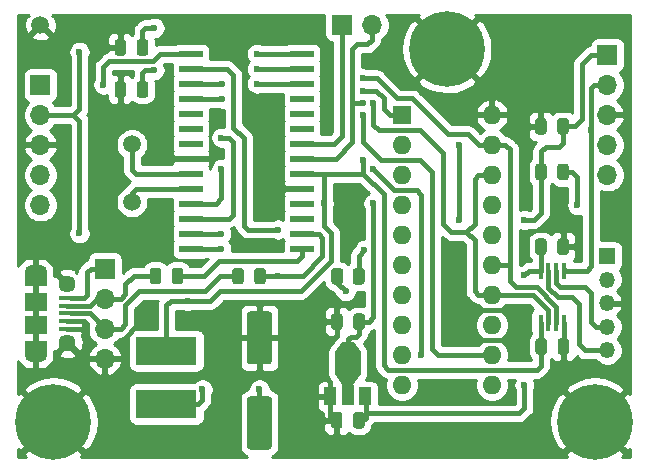
<source format=gbr>
From 83a9b03f5b9c5749a1ea8c1fd58307430c897b7d Mon Sep 17 00:00:00 2001
From: Attila Veghelyi <works@veghelyiattila.hu>
Date: Sun, 27 Aug 2023 15:36:23 +0200
Subject: Add PCB schematic and gerber files

---
 pcb/gerber/oprog_minimal-F_Cu.gbr | 6830 +++++++++++++++++++++++++++++++++++++
 1 file changed, 6830 insertions(+)
 create mode 100644 pcb/gerber/oprog_minimal-F_Cu.gbr

(limited to 'pcb/gerber/oprog_minimal-F_Cu.gbr')

diff --git a/pcb/gerber/oprog_minimal-F_Cu.gbr b/pcb/gerber/oprog_minimal-F_Cu.gbr
new file mode 100644
index 0000000..1e438e2
--- /dev/null
+++ b/pcb/gerber/oprog_minimal-F_Cu.gbr
@@ -0,0 +1,6830 @@
+G04 #@! TF.GenerationSoftware,KiCad,Pcbnew,5.1.9+dfsg1-1+deb11u1*
+G04 #@! TF.CreationDate,2023-08-08T20:31:31+02:00*
+G04 #@! TF.ProjectId,oprog_minimal,6f70726f-675f-46d6-996e-696d616c2e6b,rev?*
+G04 #@! TF.SameCoordinates,PXa8d62b0PY5f13998*
+G04 #@! TF.FileFunction,Copper,L1,Top*
+G04 #@! TF.FilePolarity,Positive*
+%FSLAX46Y46*%
+G04 Gerber Fmt 4.6, Leading zero omitted, Abs format (unit mm)*
+G04 Created by KiCad (PCBNEW 5.1.9+dfsg1-1+deb11u1) date 2023-08-08 20:31:31*
+%MOMM*%
+%LPD*%
+G01*
+G04 APERTURE LIST*
+G04 #@! TA.AperFunction,SMDPad,CuDef*
+%ADD10R,5.200000X2.400000*%
+G04 #@! TD*
+G04 #@! TA.AperFunction,SMDPad,CuDef*
+%ADD11R,0.450000X1.450000*%
+G04 #@! TD*
+G04 #@! TA.AperFunction,ComponentPad*
+%ADD12C,0.800000*%
+G04 #@! TD*
+G04 #@! TA.AperFunction,ComponentPad*
+%ADD13C,6.400000*%
+G04 #@! TD*
+G04 #@! TA.AperFunction,SMDPad,CuDef*
+%ADD14C,0.100000*%
+G04 #@! TD*
+G04 #@! TA.AperFunction,SMDPad,CuDef*
+%ADD15R,2.200000X1.840000*%
+G04 #@! TD*
+G04 #@! TA.AperFunction,SMDPad,CuDef*
+%ADD16R,1.000000X1.500000*%
+G04 #@! TD*
+G04 #@! TA.AperFunction,SMDPad,CuDef*
+%ADD17R,1.000000X1.800000*%
+G04 #@! TD*
+G04 #@! TA.AperFunction,ComponentPad*
+%ADD18O,1.700000X1.700000*%
+G04 #@! TD*
+G04 #@! TA.AperFunction,ComponentPad*
+%ADD19R,1.700000X1.700000*%
+G04 #@! TD*
+G04 #@! TA.AperFunction,ComponentPad*
+%ADD20O,1.350000X1.350000*%
+G04 #@! TD*
+G04 #@! TA.AperFunction,ComponentPad*
+%ADD21R,1.350000X1.350000*%
+G04 #@! TD*
+G04 #@! TA.AperFunction,SMDPad,CuDef*
+%ADD22R,1.900000X1.200000*%
+G04 #@! TD*
+G04 #@! TA.AperFunction,ComponentPad*
+%ADD23O,1.900000X1.200000*%
+G04 #@! TD*
+G04 #@! TA.AperFunction,SMDPad,CuDef*
+%ADD24R,1.900000X1.500000*%
+G04 #@! TD*
+G04 #@! TA.AperFunction,ComponentPad*
+%ADD25C,1.450000*%
+G04 #@! TD*
+G04 #@! TA.AperFunction,SMDPad,CuDef*
+%ADD26R,1.350000X0.400000*%
+G04 #@! TD*
+G04 #@! TA.AperFunction,ComponentPad*
+%ADD27C,1.500000*%
+G04 #@! TD*
+G04 #@! TA.AperFunction,SMDPad,CuDef*
+%ADD28R,2.000000X0.600000*%
+G04 #@! TD*
+G04 #@! TA.AperFunction,ComponentPad*
+%ADD29O,1.600000X1.600000*%
+G04 #@! TD*
+G04 #@! TA.AperFunction,ComponentPad*
+%ADD30R,1.600000X1.600000*%
+G04 #@! TD*
+G04 #@! TA.AperFunction,ViaPad*
+%ADD31C,0.600000*%
+G04 #@! TD*
+G04 #@! TA.AperFunction,Conductor*
+%ADD32C,0.400000*%
+G04 #@! TD*
+G04 #@! TA.AperFunction,Conductor*
+%ADD33C,0.254000*%
+G04 #@! TD*
+G04 #@! TA.AperFunction,Conductor*
+%ADD34C,0.100000*%
+G04 #@! TD*
+G04 APERTURE END LIST*
+G04 #@! TA.AperFunction,SMDPad,CuDef*
+G36*
+G01*
+X28175000Y-22359198D02*
+X28175000Y-23259202D01*
+G75*
+G02*
+X27925002Y-23509200I-249998J0D01*
+G01*
+X27399998Y-23509200D01*
+G75*
+G02*
+X27150000Y-23259202I0J249998D01*
+G01*
+X27150000Y-22359198D01*
+G75*
+G02*
+X27399998Y-22109200I249998J0D01*
+G01*
+X27925002Y-22109200D01*
+G75*
+G02*
+X28175000Y-22359198I0J-249998D01*
+G01*
+G37*
+G04 #@! TD.AperFunction*
+G04 #@! TA.AperFunction,SMDPad,CuDef*
+G36*
+G01*
+X30000000Y-22359198D02*
+X30000000Y-23259202D01*
+G75*
+G02*
+X29750002Y-23509200I-249998J0D01*
+G01*
+X29224998Y-23509200D01*
+G75*
+G02*
+X28975000Y-23259202I0J249998D01*
+G01*
+X28975000Y-22359198D01*
+G75*
+G02*
+X29224998Y-22109200I249998J0D01*
+G01*
+X29750002Y-22109200D01*
+G75*
+G02*
+X30000000Y-22359198I0J-249998D01*
+G01*
+G37*
+G04 #@! TD.AperFunction*
+D10*
+X13208000Y-29119000D03*
+X13208000Y-33619000D03*
+G04 #@! TA.AperFunction,SMDPad,CuDef*
+G36*
+G01*
+X21882001Y-30273000D02*
+X20281999Y-30273000D01*
+G75*
+G02*
+X20032000Y-30023001I0J249999D01*
+G01*
+X20032000Y-26022999D01*
+G75*
+G02*
+X20281999Y-25773000I249999J0D01*
+G01*
+X21882001Y-25773000D01*
+G75*
+G02*
+X22132000Y-26022999I0J-249999D01*
+G01*
+X22132000Y-30023001D01*
+G75*
+G02*
+X21882001Y-30273000I-249999J0D01*
+G01*
+G37*
+G04 #@! TD.AperFunction*
+G04 #@! TA.AperFunction,SMDPad,CuDef*
+G36*
+G01*
+X21882001Y-37473000D02*
+X20281999Y-37473000D01*
+G75*
+G02*
+X20032000Y-37223001I0J249999D01*
+G01*
+X20032000Y-33222999D01*
+G75*
+G02*
+X20281999Y-32973000I249999J0D01*
+G01*
+X21882001Y-32973000D01*
+G75*
+G02*
+X22132000Y-33222999I0J-249999D01*
+G01*
+X22132000Y-37223001D01*
+G75*
+G02*
+X21882001Y-37473000I-249999J0D01*
+G01*
+G37*
+G04 #@! TD.AperFunction*
+G04 #@! TA.AperFunction,SMDPad,CuDef*
+G36*
+G01*
+X28125000Y-26188350D02*
+X28125000Y-27100850D01*
+G75*
+G02*
+X27881250Y-27344600I-243750J0D01*
+G01*
+X27393750Y-27344600D01*
+G75*
+G02*
+X27150000Y-27100850I0J243750D01*
+G01*
+X27150000Y-26188350D01*
+G75*
+G02*
+X27393750Y-25944600I243750J0D01*
+G01*
+X27881250Y-25944600D01*
+G75*
+G02*
+X28125000Y-26188350I0J-243750D01*
+G01*
+G37*
+G04 #@! TD.AperFunction*
+G04 #@! TA.AperFunction,SMDPad,CuDef*
+G36*
+G01*
+X30000000Y-26188350D02*
+X30000000Y-27100850D01*
+G75*
+G02*
+X29756250Y-27344600I-243750J0D01*
+G01*
+X29268750Y-27344600D01*
+G75*
+G02*
+X29025000Y-27100850I0J243750D01*
+G01*
+X29025000Y-26188350D01*
+G75*
+G02*
+X29268750Y-25944600I243750J0D01*
+G01*
+X29756250Y-25944600D01*
+G75*
+G02*
+X30000000Y-26188350I0J-243750D01*
+G01*
+G37*
+G04 #@! TD.AperFunction*
+G04 #@! TA.AperFunction,SMDPad,CuDef*
+G36*
+G01*
+X46297000Y-20750850D02*
+X46297000Y-19838350D01*
+G75*
+G02*
+X46540750Y-19594600I243750J0D01*
+G01*
+X47028250Y-19594600D01*
+G75*
+G02*
+X47272000Y-19838350I0J-243750D01*
+G01*
+X47272000Y-20750850D01*
+G75*
+G02*
+X47028250Y-20994600I-243750J0D01*
+G01*
+X46540750Y-20994600D01*
+G75*
+G02*
+X46297000Y-20750850I0J243750D01*
+G01*
+G37*
+G04 #@! TD.AperFunction*
+G04 #@! TA.AperFunction,SMDPad,CuDef*
+G36*
+G01*
+X44422000Y-20750850D02*
+X44422000Y-19838350D01*
+G75*
+G02*
+X44665750Y-19594600I243750J0D01*
+G01*
+X45153250Y-19594600D01*
+G75*
+G02*
+X45397000Y-19838350I0J-243750D01*
+G01*
+X45397000Y-20750850D01*
+G75*
+G02*
+X45153250Y-20994600I-243750J0D01*
+G01*
+X44665750Y-20994600D01*
+G75*
+G02*
+X44422000Y-20750850I0J243750D01*
+G01*
+G37*
+G04 #@! TD.AperFunction*
+D11*
+X44881800Y-22320800D03*
+X45531800Y-22320800D03*
+X46181800Y-22320800D03*
+X46831800Y-22320800D03*
+X46831800Y-26720800D03*
+X46181800Y-26720800D03*
+X45531800Y-26720800D03*
+X44881800Y-26720800D03*
+G04 #@! TA.AperFunction,SMDPad,CuDef*
+G36*
+G01*
+X46322400Y-29209050D02*
+X46322400Y-28296550D01*
+G75*
+G02*
+X46566150Y-28052800I243750J0D01*
+G01*
+X47053650Y-28052800D01*
+G75*
+G02*
+X47297400Y-28296550I0J-243750D01*
+G01*
+X47297400Y-29209050D01*
+G75*
+G02*
+X47053650Y-29452800I-243750J0D01*
+G01*
+X46566150Y-29452800D01*
+G75*
+G02*
+X46322400Y-29209050I0J243750D01*
+G01*
+G37*
+G04 #@! TD.AperFunction*
+G04 #@! TA.AperFunction,SMDPad,CuDef*
+G36*
+G01*
+X44447400Y-29209050D02*
+X44447400Y-28296550D01*
+G75*
+G02*
+X44691150Y-28052800I243750J0D01*
+G01*
+X45178650Y-28052800D01*
+G75*
+G02*
+X45422400Y-28296550I0J-243750D01*
+G01*
+X45422400Y-29209050D01*
+G75*
+G02*
+X45178650Y-29452800I-243750J0D01*
+G01*
+X44691150Y-29452800D01*
+G75*
+G02*
+X44447400Y-29209050I0J243750D01*
+G01*
+G37*
+G04 #@! TD.AperFunction*
+G04 #@! TA.AperFunction,SMDPad,CuDef*
+G36*
+G01*
+X46299300Y-14426250D02*
+X46299300Y-13513750D01*
+G75*
+G02*
+X46543050Y-13270000I243750J0D01*
+G01*
+X47030550Y-13270000D01*
+G75*
+G02*
+X47274300Y-13513750I0J-243750D01*
+G01*
+X47274300Y-14426250D01*
+G75*
+G02*
+X47030550Y-14670000I-243750J0D01*
+G01*
+X46543050Y-14670000D01*
+G75*
+G02*
+X46299300Y-14426250I0J243750D01*
+G01*
+G37*
+G04 #@! TD.AperFunction*
+G04 #@! TA.AperFunction,SMDPad,CuDef*
+G36*
+G01*
+X44424300Y-14426250D02*
+X44424300Y-13513750D01*
+G75*
+G02*
+X44668050Y-13270000I243750J0D01*
+G01*
+X45155550Y-13270000D01*
+G75*
+G02*
+X45399300Y-13513750I0J-243750D01*
+G01*
+X45399300Y-14426250D01*
+G75*
+G02*
+X45155550Y-14670000I-243750J0D01*
+G01*
+X44668050Y-14670000D01*
+G75*
+G02*
+X44424300Y-14426250I0J243750D01*
+G01*
+G37*
+G04 #@! TD.AperFunction*
+D12*
+X38654056Y-1858944D03*
+X36957000Y-1156000D03*
+X35259944Y-1858944D03*
+X34557000Y-3556000D03*
+X35259944Y-5253056D03*
+X36957000Y-5956000D03*
+X38654056Y-5253056D03*
+X39357000Y-3556000D03*
+D13*
+X36957000Y-3556000D03*
+D12*
+X51163556Y-33418444D03*
+X49466500Y-32715500D03*
+X47769444Y-33418444D03*
+X47066500Y-35115500D03*
+X47769444Y-36812556D03*
+X49466500Y-37515500D03*
+X51163556Y-36812556D03*
+X51866500Y-35115500D03*
+D13*
+X49466500Y-35115500D03*
+D12*
+X5316556Y-33418444D03*
+X3619500Y-32715500D03*
+X1922444Y-33418444D03*
+X1219500Y-35115500D03*
+X1922444Y-36812556D03*
+X3619500Y-37515500D03*
+X5316556Y-36812556D03*
+X6019500Y-35115500D03*
+D13*
+X3619500Y-35115500D03*
+G04 #@! TA.AperFunction,SMDPad,CuDef*
+D14*
+G36*
+X29649600Y-31072200D02*
+G01*
+X28949600Y-32072200D01*
+X28149600Y-32072200D01*
+X27449600Y-31072200D01*
+X29649600Y-31072200D01*
+G37*
+G04 #@! TD.AperFunction*
+D15*
+X28549600Y-30162500D03*
+D16*
+X30049600Y-32976000D03*
+D17*
+X28549600Y-32829500D03*
+D16*
+X27049600Y-32976000D03*
+G04 #@! TA.AperFunction,SMDPad,CuDef*
+D14*
+G36*
+X27449600Y-29254000D02*
+G01*
+X28049600Y-28404000D01*
+X29049600Y-28404000D01*
+X29649600Y-29254000D01*
+X27449600Y-29254000D01*
+G37*
+G04 #@! TD.AperFunction*
+D18*
+X30607000Y-1524000D03*
+D19*
+X28067000Y-1524000D03*
+D20*
+X50546000Y-29082000D03*
+X50546000Y-27082000D03*
+X50546000Y-25082000D03*
+X50546000Y-23082000D03*
+D21*
+X50546000Y-21082000D03*
+G04 #@! TA.AperFunction,SMDPad,CuDef*
+G36*
+G01*
+X28101900Y-34544950D02*
+X28101900Y-35457450D01*
+G75*
+G02*
+X27858150Y-35701200I-243750J0D01*
+G01*
+X27370650Y-35701200D01*
+G75*
+G02*
+X27126900Y-35457450I0J243750D01*
+G01*
+X27126900Y-34544950D01*
+G75*
+G02*
+X27370650Y-34301200I243750J0D01*
+G01*
+X27858150Y-34301200D01*
+G75*
+G02*
+X28101900Y-34544950I0J-243750D01*
+G01*
+G37*
+G04 #@! TD.AperFunction*
+G04 #@! TA.AperFunction,SMDPad,CuDef*
+G36*
+G01*
+X29976900Y-34544950D02*
+X29976900Y-35457450D01*
+G75*
+G02*
+X29733150Y-35701200I-243750J0D01*
+G01*
+X29245650Y-35701200D01*
+G75*
+G02*
+X29001900Y-35457450I0J243750D01*
+G01*
+X29001900Y-34544950D01*
+G75*
+G02*
+X29245650Y-34301200I243750J0D01*
+G01*
+X29733150Y-34301200D01*
+G75*
+G02*
+X29976900Y-34544950I0J-243750D01*
+G01*
+G37*
+G04 #@! TD.AperFunction*
+D18*
+X8001000Y-29781500D03*
+X8001000Y-27241500D03*
+X8001000Y-24701500D03*
+D19*
+X8001000Y-22161500D03*
+D22*
+X2126000Y-23056500D03*
+X2126000Y-28856500D03*
+D23*
+X2126000Y-29456500D03*
+X2126000Y-22456500D03*
+D24*
+X2126000Y-24956500D03*
+D25*
+X4826000Y-28456500D03*
+D26*
+X4826000Y-25956500D03*
+X4826000Y-26606500D03*
+X4826000Y-27256500D03*
+X4826000Y-24656500D03*
+X4826000Y-25306500D03*
+D25*
+X4826000Y-23456500D03*
+D24*
+X2126000Y-26956500D03*
+D27*
+X2540000Y-1524000D03*
+D18*
+X2540000Y-16764000D03*
+X2540000Y-14224000D03*
+X2540000Y-11684000D03*
+X2540000Y-9144000D03*
+D19*
+X2540000Y-6604000D03*
+D18*
+X50546000Y-14224000D03*
+X50546000Y-11684000D03*
+X50546000Y-9144000D03*
+X50546000Y-6604000D03*
+D19*
+X50546000Y-4064000D03*
+G04 #@! TA.AperFunction,SMDPad,CuDef*
+G36*
+G01*
+X10688500Y-3885250D02*
+X10688500Y-2972750D01*
+G75*
+G02*
+X10932250Y-2729000I243750J0D01*
+G01*
+X11419750Y-2729000D01*
+G75*
+G02*
+X11663500Y-2972750I0J-243750D01*
+G01*
+X11663500Y-3885250D01*
+G75*
+G02*
+X11419750Y-4129000I-243750J0D01*
+G01*
+X10932250Y-4129000D01*
+G75*
+G02*
+X10688500Y-3885250I0J243750D01*
+G01*
+G37*
+G04 #@! TD.AperFunction*
+G04 #@! TA.AperFunction,SMDPad,CuDef*
+G36*
+G01*
+X8813500Y-3885250D02*
+X8813500Y-2972750D01*
+G75*
+G02*
+X9057250Y-2729000I243750J0D01*
+G01*
+X9544750Y-2729000D01*
+G75*
+G02*
+X9788500Y-2972750I0J-243750D01*
+G01*
+X9788500Y-3885250D01*
+G75*
+G02*
+X9544750Y-4129000I-243750J0D01*
+G01*
+X9057250Y-4129000D01*
+G75*
+G02*
+X8813500Y-3885250I0J243750D01*
+G01*
+G37*
+G04 #@! TD.AperFunction*
+G04 #@! TA.AperFunction,SMDPad,CuDef*
+G36*
+G01*
+X10688500Y-7441250D02*
+X10688500Y-6528750D01*
+G75*
+G02*
+X10932250Y-6285000I243750J0D01*
+G01*
+X11419750Y-6285000D01*
+G75*
+G02*
+X11663500Y-6528750I0J-243750D01*
+G01*
+X11663500Y-7441250D01*
+G75*
+G02*
+X11419750Y-7685000I-243750J0D01*
+G01*
+X10932250Y-7685000D01*
+G75*
+G02*
+X10688500Y-7441250I0J243750D01*
+G01*
+G37*
+G04 #@! TD.AperFunction*
+G04 #@! TA.AperFunction,SMDPad,CuDef*
+G36*
+G01*
+X8813500Y-7441250D02*
+X8813500Y-6528750D01*
+G75*
+G02*
+X9057250Y-6285000I243750J0D01*
+G01*
+X9544750Y-6285000D01*
+G75*
+G02*
+X9788500Y-6528750I0J-243750D01*
+G01*
+X9788500Y-7441250D01*
+G75*
+G02*
+X9544750Y-7685000I-243750J0D01*
+G01*
+X9057250Y-7685000D01*
+G75*
+G02*
+X8813500Y-7441250I0J243750D01*
+G01*
+G37*
+G04 #@! TD.AperFunction*
+G04 #@! TA.AperFunction,SMDPad,CuDef*
+G36*
+G01*
+X45397000Y-9652950D02*
+X45397000Y-10565450D01*
+G75*
+G02*
+X45153250Y-10809200I-243750J0D01*
+G01*
+X44665750Y-10809200D01*
+G75*
+G02*
+X44422000Y-10565450I0J243750D01*
+G01*
+X44422000Y-9652950D01*
+G75*
+G02*
+X44665750Y-9409200I243750J0D01*
+G01*
+X45153250Y-9409200D01*
+G75*
+G02*
+X45397000Y-9652950I0J-243750D01*
+G01*
+G37*
+G04 #@! TD.AperFunction*
+G04 #@! TA.AperFunction,SMDPad,CuDef*
+G36*
+G01*
+X47272000Y-9652950D02*
+X47272000Y-10565450D01*
+G75*
+G02*
+X47028250Y-10809200I-243750J0D01*
+G01*
+X46540750Y-10809200D01*
+G75*
+G02*
+X46297000Y-10565450I0J243750D01*
+G01*
+X46297000Y-9652950D01*
+G75*
+G02*
+X46540750Y-9409200I243750J0D01*
+G01*
+X47028250Y-9409200D01*
+G75*
+G02*
+X47272000Y-9652950I0J-243750D01*
+G01*
+G37*
+G04 #@! TD.AperFunction*
+D28*
+X24689800Y-3962400D03*
+X24689800Y-5232400D03*
+X24689800Y-6502400D03*
+X24689800Y-7772400D03*
+X24689800Y-9042400D03*
+X24689800Y-10312400D03*
+X24689800Y-11582400D03*
+X24689800Y-12852400D03*
+X24689800Y-14122400D03*
+X24689800Y-15392400D03*
+X24689800Y-16662400D03*
+X24689800Y-17932400D03*
+X24689800Y-19202400D03*
+X24689800Y-20472400D03*
+X15289800Y-20472400D03*
+X15289800Y-19202400D03*
+X15289800Y-17932400D03*
+X15289800Y-16662400D03*
+X15289800Y-15392400D03*
+X15289800Y-14122400D03*
+X15289800Y-12852400D03*
+X15289800Y-11582400D03*
+X15289800Y-10312400D03*
+X15289800Y-9042400D03*
+X15289800Y-7772400D03*
+X15289800Y-6502400D03*
+X15289800Y-5232400D03*
+X15289800Y-3962400D03*
+D29*
+X40767000Y-9144000D03*
+X33147000Y-32004000D03*
+X40767000Y-11684000D03*
+X33147000Y-29464000D03*
+X40767000Y-14224000D03*
+X33147000Y-26924000D03*
+X40767000Y-16764000D03*
+X33147000Y-24384000D03*
+X40767000Y-19304000D03*
+X33147000Y-21844000D03*
+X40767000Y-21844000D03*
+X33147000Y-19304000D03*
+X40767000Y-24384000D03*
+X33147000Y-16764000D03*
+X40767000Y-26924000D03*
+X33147000Y-14224000D03*
+X40767000Y-29464000D03*
+X33147000Y-11684000D03*
+X40767000Y-32004000D03*
+D30*
+X33147000Y-9144000D03*
+D27*
+X10287000Y-16513200D03*
+X10287000Y-11633200D03*
+G04 #@! TA.AperFunction,SMDPad,CuDef*
+G36*
+G01*
+X19743000Y-22340250D02*
+X19743000Y-23252750D01*
+G75*
+G02*
+X19499250Y-23496500I-243750J0D01*
+G01*
+X19011750Y-23496500D01*
+G75*
+G02*
+X18768000Y-23252750I0J243750D01*
+G01*
+X18768000Y-22340250D01*
+G75*
+G02*
+X19011750Y-22096500I243750J0D01*
+G01*
+X19499250Y-22096500D01*
+G75*
+G02*
+X19743000Y-22340250I0J-243750D01*
+G01*
+G37*
+G04 #@! TD.AperFunction*
+G04 #@! TA.AperFunction,SMDPad,CuDef*
+G36*
+G01*
+X21618000Y-22340250D02*
+X21618000Y-23252750D01*
+G75*
+G02*
+X21374250Y-23496500I-243750J0D01*
+G01*
+X20886750Y-23496500D01*
+G75*
+G02*
+X20643000Y-23252750I0J243750D01*
+G01*
+X20643000Y-22340250D01*
+G75*
+G02*
+X20886750Y-22096500I243750J0D01*
+G01*
+X21374250Y-22096500D01*
+G75*
+G02*
+X21618000Y-22340250I0J-243750D01*
+G01*
+G37*
+G04 #@! TD.AperFunction*
+G04 #@! TA.AperFunction,SMDPad,CuDef*
+G36*
+G01*
+X12758000Y-22327550D02*
+X12758000Y-23240050D01*
+G75*
+G02*
+X12514250Y-23483800I-243750J0D01*
+G01*
+X12026750Y-23483800D01*
+G75*
+G02*
+X11783000Y-23240050I0J243750D01*
+G01*
+X11783000Y-22327550D01*
+G75*
+G02*
+X12026750Y-22083800I243750J0D01*
+G01*
+X12514250Y-22083800D01*
+G75*
+G02*
+X12758000Y-22327550I0J-243750D01*
+G01*
+G37*
+G04 #@! TD.AperFunction*
+G04 #@! TA.AperFunction,SMDPad,CuDef*
+G36*
+G01*
+X14633000Y-22327550D02*
+X14633000Y-23240050D01*
+G75*
+G02*
+X14389250Y-23483800I-243750J0D01*
+G01*
+X13901750Y-23483800D01*
+G75*
+G02*
+X13658000Y-23240050I0J243750D01*
+G01*
+X13658000Y-22327550D01*
+G75*
+G02*
+X13901750Y-22083800I243750J0D01*
+G01*
+X14389250Y-22083800D01*
+G75*
+G02*
+X14633000Y-22327550I0J-243750D01*
+G01*
+G37*
+G04 #@! TD.AperFunction*
+D31*
+X29972000Y-20574000D03*
+X7874000Y-11557000D03*
+X7874000Y-16637000D03*
+X7874000Y-19177000D03*
+X22631400Y-15049500D03*
+X22631400Y-12395200D03*
+X17856200Y-12395200D03*
+X44932600Y-33045400D03*
+X43510200Y-15494000D03*
+X46812200Y-15494000D03*
+X39116000Y-33045400D03*
+X39116000Y-25654000D03*
+X24536400Y-25196800D03*
+X36931600Y-25654000D03*
+X43510200Y-12954000D03*
+X22631400Y-20472400D03*
+X43510200Y-20294600D03*
+X7874000Y-14198600D03*
+X22631400Y-7772400D03*
+X22631400Y-16637000D03*
+X37947600Y-20294600D03*
+X37947600Y-22733000D03*
+X42418000Y-25654000D03*
+X39116000Y-28194000D03*
+X42418000Y-28194000D03*
+X42418000Y-33045400D03*
+X46812200Y-16789400D03*
+X10414000Y-19177000D03*
+X12954000Y-19177000D03*
+X2540000Y-19177000D03*
+X34798000Y-33045400D03*
+X20853400Y-1778000D03*
+X17907000Y-1778000D03*
+X23799800Y-1778000D03*
+X28371800Y-16637000D03*
+X24536400Y-28016200D03*
+X24536400Y-30835600D03*
+X24536400Y-33655000D03*
+X14859000Y-36449000D03*
+X11430000Y-36449000D03*
+X8001000Y-36449000D03*
+X8001000Y-33655000D03*
+X23139400Y-25196800D03*
+X23139400Y-30835600D03*
+X23139400Y-33655000D03*
+X23139400Y-28016200D03*
+X29464000Y-16637000D03*
+X19050000Y-30861000D03*
+X17653000Y-30861000D03*
+X10922000Y-25984200D03*
+X37947600Y-18034000D03*
+X30734000Y-16637000D03*
+X49149000Y-10414000D03*
+X37957000Y-11674600D03*
+X29845000Y-7112000D03*
+X17856200Y-20472400D03*
+X7874000Y-6578600D03*
+X29845000Y-9144000D03*
+X30734000Y-8128000D03*
+X29845000Y-6045200D03*
+X43510200Y-18034002D03*
+X16255998Y-32385000D03*
+X12192000Y-1778000D03*
+X12192000Y-5334000D03*
+X22631400Y-18846800D03*
+X17907000Y-6502400D03*
+X17907001Y-7772399D03*
+X47980600Y-16789400D03*
+X29845000Y-8128000D03*
+X5842000Y-3810000D03*
+X26517600Y-16637000D03*
+X29844998Y-12954000D03*
+X5842000Y-19177000D03*
+X15011400Y-24892000D03*
+X17856200Y-19202400D03*
+X22631400Y-22783800D03*
+X43510200Y-32029398D03*
+X43510200Y-22733000D03*
+X20853400Y-3962400D03*
+X20853400Y-6502400D03*
+X20853398Y-5239286D03*
+X17856200Y-11074400D03*
+X17856200Y-13716000D03*
+X30734000Y-13716000D03*
+X34798000Y-29463996D03*
+X21082000Y-32385000D03*
+X28371800Y-24079200D03*
+D32*
+X29487500Y-21058500D02*
+X29972000Y-20574000D01*
+X29487500Y-22809200D02*
+X29487500Y-21058500D01*
+X4826000Y-26606500D02*
+X6223000Y-26606500D01*
+X6477000Y-26860500D02*
+X6477000Y-27940000D01*
+X6223000Y-26606500D02*
+X6477000Y-26860500D01*
+X6477000Y-27940000D02*
+X6477000Y-29781500D01*
+X6477000Y-27256500D02*
+X6477000Y-27940000D01*
+X4826000Y-27256500D02*
+X6477000Y-27256500D01*
+X2126000Y-23056500D02*
+X2126000Y-29456500D01*
+X5146000Y-27256500D02*
+X6477000Y-27256500D01*
+X6477000Y-26966566D02*
+X6477000Y-29781500D01*
+X5146000Y-26606500D02*
+X6116934Y-26606500D01*
+X6116934Y-26606500D02*
+X6477000Y-26966566D01*
+X15289800Y-12852400D02*
+X16891000Y-12852400D01*
+X39116000Y-28194000D02*
+X39116000Y-28194000D01*
+X46809900Y-31168100D02*
+X44932600Y-33045400D01*
+X46809900Y-28600400D02*
+X46809900Y-31168100D01*
+X46831800Y-26720800D02*
+X46831800Y-28578500D01*
+X46831800Y-28578500D02*
+X46809900Y-28600400D01*
+X42062400Y-28194000D02*
+X42418000Y-28194000D01*
+X46784500Y-20290000D02*
+X46784500Y-20193000D01*
+X46812200Y-20262300D02*
+X46784500Y-20290000D01*
+X16789400Y-12852400D02*
+X15289800Y-12852400D01*
+X17856200Y-12395200D02*
+X17246600Y-12395200D01*
+X17246600Y-12395200D02*
+X16789400Y-12852400D01*
+X22974300Y-15392400D02*
+X22631400Y-15049500D01*
+X24689800Y-15392400D02*
+X22974300Y-15392400D01*
+X22631400Y-12395200D02*
+X22631400Y-15049500D01*
+X39116000Y-25654000D02*
+X42418000Y-25654000D01*
+X39116000Y-28194000D02*
+X39116000Y-25654000D01*
+X42418000Y-28194000D02*
+X42722800Y-28194000D01*
+X39116000Y-28194000D02*
+X42418000Y-28194000D01*
+X27637500Y-26644600D02*
+X27637500Y-27866100D01*
+X27075000Y-34771200D02*
+X27075000Y-31724600D01*
+X27305000Y-35001200D02*
+X27075000Y-34771200D01*
+X27614400Y-35001200D02*
+X27305000Y-35001200D01*
+X10922000Y-26797000D02*
+X9525000Y-28194000D01*
+X10922000Y-25984200D02*
+X10922000Y-26797000D01*
+X28575000Y-28829000D02*
+X28575000Y-32829500D01*
+X46831800Y-22174200D02*
+X46837600Y-22168400D01*
+X46831800Y-22320800D02*
+X46831800Y-22174200D01*
+X29286200Y-27914600D02*
+X29512500Y-27688300D01*
+X28803600Y-27914600D02*
+X29286200Y-27914600D01*
+X29512500Y-27688300D02*
+X29512500Y-26644600D01*
+X28575000Y-28829000D02*
+X28575000Y-28143200D01*
+X28575000Y-28143200D02*
+X28803600Y-27914600D01*
+X30734000Y-26289000D02*
+X30734000Y-16637000D01*
+X30378400Y-26644600D02*
+X30734000Y-26289000D01*
+X29512500Y-26644600D02*
+X30378400Y-26644600D01*
+X48799200Y-22320800D02*
+X46831800Y-22320800D01*
+X49149000Y-21971000D02*
+X48799200Y-22320800D01*
+X49149000Y-6858000D02*
+X49149000Y-21971000D01*
+X49403000Y-6604000D02*
+X49149000Y-6858000D01*
+X50546000Y-6604000D02*
+X49403000Y-6604000D01*
+X37957000Y-18024600D02*
+X37957000Y-11674600D01*
+X37947600Y-18034000D02*
+X37957000Y-18024600D01*
+X32131000Y-9144000D02*
+X33147000Y-9144000D01*
+X31623000Y-8636000D02*
+X32131000Y-9144000D01*
+X31623000Y-7747000D02*
+X31623000Y-8636000D01*
+X30988000Y-7112000D02*
+X31623000Y-7747000D01*
+X29845000Y-7112000D02*
+X30988000Y-7112000D01*
+X15289800Y-20472400D02*
+X17856200Y-20472400D01*
+X10617200Y-14122400D02*
+X15289800Y-14122400D01*
+X10287000Y-13792200D02*
+X10617200Y-14122400D01*
+X10287000Y-11633200D02*
+X10287000Y-13792200D01*
+X7874000Y-5105400D02*
+X7874000Y-6578600D01*
+X8370401Y-4608999D02*
+X7874000Y-5105400D01*
+X12028001Y-4608999D02*
+X8370401Y-4608999D01*
+X12674600Y-3962400D02*
+X12028001Y-4608999D01*
+X15289800Y-3962400D02*
+X12674600Y-3962400D01*
+X35712400Y-13995400D02*
+X34671000Y-12954000D01*
+X31369000Y-12954000D02*
+X29845000Y-11430000D01*
+X40767000Y-29464000D02*
+X36195000Y-29464000D01*
+X29845000Y-11430000D02*
+X29845000Y-9144000D01*
+X34671000Y-12954000D02*
+X31369000Y-12954000D01*
+X35712400Y-28981400D02*
+X35712400Y-13995400D01*
+X36195000Y-29464000D02*
+X35712400Y-28981400D01*
+X45531800Y-25669000D02*
+X45531800Y-26720800D01*
+X40767000Y-24384000D02*
+X44246800Y-24384000D01*
+X44246800Y-24384000D02*
+X45531800Y-25669000D01*
+X39293800Y-18338800D02*
+X38582600Y-19050000D01*
+X39293800Y-14554200D02*
+X39293800Y-18338800D01*
+X40767000Y-14224000D02*
+X39624000Y-14224000D01*
+X39624000Y-14224000D02*
+X39293800Y-14554200D01*
+X39293800Y-24053800D02*
+X39624000Y-24384000D01*
+X39624000Y-24384000D02*
+X40767000Y-24384000D01*
+X38582600Y-19050000D02*
+X39293800Y-19761200D01*
+X39293800Y-19761200D02*
+X39293800Y-24053800D01*
+X30734000Y-9982200D02*
+X30734000Y-8128000D01*
+X31165800Y-10414000D02*
+X30734000Y-9982200D01*
+X34683700Y-10414000D02*
+X31165800Y-10414000D01*
+X36601400Y-12331700D02*
+X34683700Y-10414000D01*
+X36601400Y-18338800D02*
+X36601400Y-12331700D01*
+X37312600Y-19050000D02*
+X36601400Y-18338800D01*
+X38582600Y-19050000D02*
+X37312600Y-19050000D01*
+X40767000Y-11684000D02*
+X41910000Y-11684000D01*
+X41910000Y-11684000D02*
+X42278399Y-12052399D01*
+X42265600Y-21844000D02*
+X42278399Y-21831201D01*
+X42278399Y-12052399D02*
+X42278399Y-21831201D01*
+X40767000Y-21844000D02*
+X42265600Y-21844000D01*
+X42278399Y-23228399D02*
+X42278399Y-21831201D01*
+X42799000Y-23749000D02*
+X42278399Y-23228399D01*
+X44544071Y-23749000D02*
+X42799000Y-23749000D01*
+X46181800Y-26720800D02*
+X46181800Y-25386729D01*
+X46181800Y-25386729D02*
+X44544071Y-23749000D01*
+X39649400Y-11684000D02*
+X40767000Y-11684000D01*
+X38709600Y-10744200D02*
+X39649400Y-11684000D01*
+X34010600Y-7747000D02*
+X37007800Y-10744200D01*
+X32715200Y-7747000D02*
+X34010600Y-7747000D01*
+X31013400Y-6045200D02*
+X32715200Y-7747000D01*
+X37007800Y-10744200D02*
+X38709600Y-10744200D01*
+X29845000Y-6045200D02*
+X31013400Y-6045200D01*
+X46784500Y-11508500D02*
+X46784500Y-10109200D01*
+X46456600Y-11836400D02*
+X46784500Y-11508500D01*
+X45313600Y-11836400D02*
+X46456600Y-11836400D01*
+X44911800Y-12238200D02*
+X45313600Y-11836400D01*
+X44911800Y-17445200D02*
+X44911800Y-12238200D01*
+X44322998Y-18034002D02*
+X44911800Y-17445200D01*
+X43510200Y-18034002D02*
+X44322998Y-18034002D01*
+X47802800Y-10109200D02*
+X46784500Y-10109200D01*
+X48387000Y-9525000D02*
+X47802800Y-10109200D01*
+X48387000Y-4826000D02*
+X48387000Y-9525000D01*
+X49149000Y-4064000D02*
+X48387000Y-4826000D01*
+X50546000Y-4064000D02*
+X49149000Y-4064000D01*
+X13208000Y-34144000D02*
+X13208000Y-33619000D01*
+X16255998Y-33274002D02*
+X16255998Y-32385000D01*
+X15911000Y-33619000D02*
+X16255998Y-33274002D01*
+X13208000Y-33619000D02*
+X15911000Y-33619000D01*
+X11176000Y-2032000D02*
+X11430000Y-1778000D01*
+X11176000Y-3429000D02*
+X11176000Y-2032000D01*
+X11430000Y-1778000D02*
+X12192000Y-1778000D01*
+X11176000Y-5588000D02*
+X11430000Y-5334000D01*
+X11176000Y-6985000D02*
+X11176000Y-5588000D01*
+X11430000Y-5334000D02*
+X12192000Y-5334000D01*
+X20091400Y-18846800D02*
+X22631400Y-18846800D01*
+X19761200Y-18516600D02*
+X20091400Y-18846800D01*
+X19761200Y-11099800D02*
+X19761200Y-18516600D01*
+X18872200Y-10210800D02*
+X19761200Y-11099800D01*
+X18872200Y-5791200D02*
+X18872200Y-10210800D01*
+X18313400Y-5232400D02*
+X18872200Y-5791200D01*
+X15289800Y-5232400D02*
+X18313400Y-5232400D01*
+X15289800Y-6502400D02*
+X17907000Y-6502400D01*
+X17907000Y-7772400D02*
+X17907001Y-7772399D01*
+X15289800Y-7772400D02*
+X17907000Y-7772400D01*
+X4826000Y-25306500D02*
+X6443500Y-25306500D01*
+X5146000Y-25306500D02*
+X6443500Y-25306500D01*
+X7302500Y-24701500D02*
+X8001000Y-24701500D01*
+X6443500Y-25306500D02*
+X6697500Y-25306500D01*
+X6697500Y-25306500D02*
+X7302500Y-24701500D01*
+X10426700Y-22783800D02*
+X12270500Y-22783800D01*
+X9715500Y-23495000D02*
+X10426700Y-22783800D01*
+X9715500Y-24320500D02*
+X9715500Y-23495000D01*
+X9334500Y-24701500D02*
+X9715500Y-24320500D01*
+X8001000Y-24701500D02*
+X9334500Y-24701500D01*
+X7747000Y-27241500D02*
+X8001000Y-27241500D01*
+X7991238Y-27241500D02*
+X8001000Y-27241500D01*
+X5146000Y-25956500D02*
+X6706238Y-25956500D01*
+X6706238Y-25956500D02*
+X7991238Y-27241500D01*
+X16446500Y-24066500D02*
+X17716500Y-22796500D01*
+X10922000Y-24066500D02*
+X16446500Y-24066500D01*
+X17716500Y-22796500D02*
+X19255500Y-22796500D01*
+X9715500Y-25273000D02*
+X10922000Y-24066500D01*
+X9715500Y-26860500D02*
+X9715500Y-25273000D01*
+X9334500Y-27241500D02*
+X9715500Y-26860500D01*
+X8001000Y-27241500D02*
+X9334500Y-27241500D01*
+X47574200Y-13970000D02*
+X47980600Y-14376400D01*
+X47980600Y-14376400D02*
+X47980600Y-16789400D01*
+X46786800Y-13970000D02*
+X47574200Y-13970000D01*
+X24664400Y-12827000D02*
+X24689800Y-12852400D01*
+X30607000Y-2794000D02*
+X30607000Y-1524000D01*
+X30226000Y-3175000D02*
+X30607000Y-2794000D01*
+X29337000Y-3175000D02*
+X30226000Y-3175000D01*
+X28956000Y-3556000D02*
+X29337000Y-3175000D01*
+X27543125Y-12852400D02*
+X28956000Y-11439525D01*
+X24689800Y-12852400D02*
+X27543125Y-12852400D01*
+X28956000Y-7137400D02*
+X28956000Y-3556000D01*
+X28956000Y-11439525D02*
+X28956000Y-7137400D01*
+X28956000Y-8128000D02*
+X29845000Y-8128000D01*
+X28956000Y-7137400D02*
+X28956000Y-8128000D01*
+X28067000Y-10922000D02*
+X28067000Y-1524000D01*
+X27406600Y-11582400D02*
+X28067000Y-10922000D01*
+X24689800Y-11582400D02*
+X27406600Y-11582400D01*
+X48640000Y-29082000D02*
+X50546000Y-29082000D01*
+X48133000Y-28575000D02*
+X48640000Y-29082000D01*
+X48133000Y-25120600D02*
+X48133000Y-28575000D01*
+X47574200Y-24561800D02*
+X48133000Y-25120600D01*
+X46329600Y-24561800D02*
+X47574200Y-24561800D01*
+X45531800Y-23764000D02*
+X46329600Y-24561800D01*
+X45531800Y-22320800D02*
+X45531800Y-23764000D01*
+X46181800Y-23405655D02*
+X46181800Y-22320800D01*
+X46525145Y-23749000D02*
+X46181800Y-23405655D01*
+X49149000Y-24257000D02*
+X48641000Y-23749000D01*
+X49149000Y-26670000D02*
+X49149000Y-24257000D01*
+X48641000Y-23749000D02*
+X46525145Y-23749000D01*
+X49561000Y-27082000D02*
+X49149000Y-26670000D01*
+X50546000Y-27082000D02*
+X49561000Y-27082000D01*
+X5842000Y-8636000D02*
+X5334000Y-9144000D01*
+X5842000Y-3810000D02*
+X5842000Y-8636000D01*
+X2540000Y-9144000D02*
+X5334000Y-9144000D01*
+X44881800Y-26720800D02*
+X44881800Y-28547300D01*
+X44881800Y-28547300D02*
+X44934900Y-28600400D01*
+X26517600Y-14122400D02*
+X26517600Y-16637000D01*
+X24689800Y-14122400D02*
+X26517600Y-14122400D01*
+X26517600Y-14122400D02*
+X28295600Y-14122400D01*
+X29870400Y-14122400D02*
+X28295600Y-14122400D01*
+X29870400Y-14122400D02*
+X29844998Y-14096998D01*
+X29844998Y-14096998D02*
+X29844998Y-12954000D01*
+X31623000Y-15875000D02*
+X29870400Y-14122400D01*
+X31623000Y-30353000D02*
+X31623000Y-15875000D01*
+X32004000Y-30734000D02*
+X31623000Y-30353000D01*
+X44577000Y-30734000D02*
+X32004000Y-30734000D01*
+X44934900Y-30376100D02*
+X44577000Y-30734000D01*
+X44934900Y-28752800D02*
+X44934900Y-30376100D01*
+X26517600Y-18516600D02*
+X26517600Y-16637000D01*
+X27143010Y-19142010D02*
+X26517600Y-18516600D01*
+X27143010Y-21497990D02*
+X27143010Y-19142010D01*
+X24574500Y-24066500D02*
+X27143010Y-21497990D01*
+X17748250Y-24066500D02*
+X24574500Y-24066500D01*
+X16922750Y-24892000D02*
+X17748250Y-24066500D01*
+X13589000Y-24892000D02*
+X15011400Y-24892000D01*
+X13208000Y-25273000D02*
+X13589000Y-24892000D01*
+X13208000Y-29119000D02*
+X13208000Y-25273000D01*
+X15011400Y-24892000D02*
+X16922750Y-24892000D01*
+X5842000Y-9652000D02*
+X5334000Y-9144000D01*
+X5842000Y-19177000D02*
+X5842000Y-9652000D01*
+X10287000Y-15748000D02*
+X10287000Y-16513200D01*
+X15289800Y-15392400D02*
+X10642600Y-15392400D01*
+X10642600Y-15392400D02*
+X10287000Y-15748000D01*
+X15289800Y-19202400D02*
+X17856200Y-19202400D01*
+X22618700Y-22796500D02*
+X22631400Y-22783800D01*
+X21130500Y-22796500D02*
+X22618700Y-22796500D01*
+X26416000Y-19532600D02*
+X26085799Y-19202400D01*
+X26416000Y-21122458D02*
+X26416000Y-19532600D01*
+X22631400Y-22783800D02*
+X24754658Y-22783800D01*
+X24754658Y-22783800D02*
+X26416000Y-21122458D01*
+X26085799Y-19202400D02*
+X24689800Y-19202400D01*
+X44909500Y-20193000D02*
+X44881800Y-20220700D01*
+X29514800Y-34975800D02*
+X29489400Y-35001200D01*
+X30075000Y-32976000D02*
+X30075000Y-34771200D01*
+X29845000Y-35001200D02*
+X29489400Y-35001200D01*
+X30075000Y-34771200D02*
+X29845000Y-35001200D01*
+X44881800Y-20373100D02*
+X44909500Y-20345400D01*
+X44881800Y-22320800D02*
+X44881800Y-20373100D01*
+X43922400Y-22320800D02*
+X43510200Y-22733000D01*
+X44881800Y-22320800D02*
+X43922400Y-22320800D01*
+X30076400Y-34417000D02*
+X30075000Y-34418400D01*
+X43053000Y-34417000D02*
+X30076400Y-34417000D01*
+X43510200Y-33959800D02*
+X43053000Y-34417000D01*
+X43510200Y-32029398D02*
+X43510200Y-33959800D01*
+X24689800Y-21093700D02*
+X24689800Y-20472400D01*
+X24295100Y-21488400D02*
+X24689800Y-21093700D01*
+X17691100Y-21488400D02*
+X24295100Y-21488400D01*
+X16395700Y-22783800D02*
+X17691100Y-21488400D01*
+X14145500Y-22783800D02*
+X16395700Y-22783800D01*
+X24664400Y-3937000D02*
+X24689800Y-3962400D01*
+X24689800Y-3962400D02*
+X20853400Y-3962400D01*
+X24664400Y-6477000D02*
+X24689800Y-6502400D01*
+X24689800Y-6502400D02*
+X20853400Y-6502400D01*
+X24664400Y-5207000D02*
+X24689800Y-5232400D01*
+X24682914Y-5239286D02*
+X20853398Y-5239286D01*
+X24689800Y-5232400D02*
+X24682914Y-5239286D01*
+X18516600Y-11074400D02*
+X17856200Y-11074400D01*
+X18859500Y-11417300D02*
+X18516600Y-11074400D01*
+X18859500Y-17589500D02*
+X18859500Y-11417300D01*
+X15289800Y-17932400D02*
+X18516600Y-17932400D01*
+X18516600Y-17932400D02*
+X18859500Y-17589500D01*
+X15289800Y-16662400D02*
+X17373600Y-16662400D01*
+X17856200Y-16179800D02*
+X17856200Y-13716000D01*
+X17373600Y-16662400D02*
+X17856200Y-16179800D01*
+X30734000Y-13716000D02*
+X32512000Y-15494000D01*
+X32512000Y-15494000D02*
+X34378900Y-15494000D01*
+X34378900Y-15494000D02*
+X34798000Y-15913100D01*
+X34798000Y-15913100D02*
+X34798000Y-29463996D01*
+X21082000Y-32385000D02*
+X21082000Y-35223000D01*
+X27662500Y-23369900D02*
+X28371800Y-24079200D01*
+X27662500Y-22809200D02*
+X27662500Y-23369900D01*
+X6477000Y-24384000D02*
+X6204500Y-24656500D01*
+X6477000Y-22479000D02*
+X6477000Y-24384000D01*
+X6794500Y-22161500D02*
+X6477000Y-22479000D01*
+X6204500Y-24656500D02*
+X5146000Y-24656500D01*
+X8001000Y-22161500D02*
+X6794500Y-22161500D01*
+D33*
+X1583005Y-746613D02*
+X1344140Y-812137D01*
+X1228240Y-1059116D01*
+X1162750Y-1323960D01*
+X1150188Y-1596492D01*
+X1191035Y-1866238D01*
+X1283723Y-2122832D01*
+X1344140Y-2235863D01*
+X1583007Y-2301388D01*
+X2360395Y-1524000D01*
+X2346253Y-1509858D01*
+X2525858Y-1330253D01*
+X2540000Y-1344395D01*
+X2554143Y-1330253D01*
+X2733748Y-1509858D01*
+X2719605Y-1524000D01*
+X3496993Y-2301388D01*
+X3735860Y-2235863D01*
+X3851760Y-1988884D01*
+X3917250Y-1724040D01*
+X3929812Y-1451508D01*
+X3888965Y-1181762D01*
+X3796277Y-925168D01*
+X3735860Y-812137D01*
+X3496995Y-746613D01*
+X3583608Y-660000D01*
+X26580307Y-660000D01*
+X26578928Y-674000D01*
+X26578928Y-2374000D01*
+X26591188Y-2498482D01*
+X26627498Y-2618180D01*
+X26686463Y-2728494D01*
+X26765815Y-2825185D01*
+X26862506Y-2904537D01*
+X26972820Y-2963502D01*
+X27092518Y-2999812D01*
+X27217000Y-3012072D01*
+X27232001Y-3012072D01*
+X27232000Y-10576132D01*
+X27060732Y-10747400D01*
+X26312421Y-10747400D01*
+X26315612Y-10736882D01*
+X26327872Y-10612400D01*
+X26327872Y-10012400D01*
+X26315612Y-9887918D01*
+X26279302Y-9768220D01*
+X26230757Y-9677400D01*
+X26279302Y-9586580D01*
+X26315612Y-9466882D01*
+X26327872Y-9342400D01*
+X26327872Y-8742400D01*
+X26315612Y-8617918D01*
+X26279302Y-8498220D01*
+X26230757Y-8407400D01*
+X26279302Y-8316580D01*
+X26315612Y-8196882D01*
+X26327872Y-8072400D01*
+X26327872Y-7472400D01*
+X26315612Y-7347918D01*
+X26279302Y-7228220D01*
+X26230757Y-7137400D01*
+X26279302Y-7046580D01*
+X26315612Y-6926882D01*
+X26327872Y-6802400D01*
+X26327872Y-6202400D01*
+X26315612Y-6077918D01*
+X26279302Y-5958220D01*
+X26230757Y-5867400D01*
+X26279302Y-5776580D01*
+X26315612Y-5656882D01*
+X26327872Y-5532400D01*
+X26327872Y-4932400D01*
+X26315612Y-4807918D01*
+X26279302Y-4688220D01*
+X26230757Y-4597400D01*
+X26279302Y-4506580D01*
+X26315612Y-4386882D01*
+X26327872Y-4262400D01*
+X26327872Y-3662400D01*
+X26315612Y-3537918D01*
+X26279302Y-3418220D01*
+X26220337Y-3307906D01*
+X26140985Y-3211215D01*
+X26044294Y-3131863D01*
+X25933980Y-3072898D01*
+X25814282Y-3036588D01*
+X25689800Y-3024328D01*
+X23689800Y-3024328D01*
+X23565318Y-3036588D01*
+X23445620Y-3072898D01*
+X23343656Y-3127400D01*
+X21280804Y-3127400D01*
+X21126129Y-3063332D01*
+X20945489Y-3027400D01*
+X20761311Y-3027400D01*
+X20580671Y-3063332D01*
+X20410511Y-3133814D01*
+X20257372Y-3236138D01*
+X20127138Y-3366372D01*
+X20024814Y-3519511D01*
+X19954332Y-3689671D01*
+X19918400Y-3870311D01*
+X19918400Y-4054489D01*
+X19954332Y-4235129D01*
+X20024814Y-4405289D01*
+X20127138Y-4558428D01*
+X20169552Y-4600842D01*
+X20127136Y-4643258D01*
+X20024812Y-4796397D01*
+X19954330Y-4966557D01*
+X19918398Y-5147197D01*
+X19918398Y-5331375D01*
+X19954330Y-5512015D01*
+X20024812Y-5682175D01*
+X20127136Y-5835314D01*
+X20162666Y-5870844D01*
+X20127138Y-5906372D01*
+X20024814Y-6059511D01*
+X19954332Y-6229671D01*
+X19918400Y-6410311D01*
+X19918400Y-6594489D01*
+X19954332Y-6775129D01*
+X20024814Y-6945289D01*
+X20127138Y-7098428D01*
+X20257372Y-7228662D01*
+X20410511Y-7330986D01*
+X20580671Y-7401468D01*
+X20761311Y-7437400D01*
+X20945489Y-7437400D01*
+X21126129Y-7401468D01*
+X21280804Y-7337400D01*
+X23067179Y-7337400D01*
+X23063988Y-7347918D01*
+X23051728Y-7472400D01*
+X23051728Y-8072400D01*
+X23063988Y-8196882D01*
+X23100298Y-8316580D01*
+X23148843Y-8407400D01*
+X23100298Y-8498220D01*
+X23063988Y-8617918D01*
+X23051728Y-8742400D01*
+X23051728Y-9342400D01*
+X23063988Y-9466882D01*
+X23100298Y-9586580D01*
+X23148843Y-9677400D01*
+X23100298Y-9768220D01*
+X23063988Y-9887918D01*
+X23051728Y-10012400D01*
+X23051728Y-10612400D01*
+X23063988Y-10736882D01*
+X23100298Y-10856580D01*
+X23148843Y-10947400D01*
+X23100298Y-11038220D01*
+X23063988Y-11157918D01*
+X23051728Y-11282400D01*
+X23051728Y-11882400D01*
+X23063988Y-12006882D01*
+X23100298Y-12126580D01*
+X23148843Y-12217400D01*
+X23100298Y-12308220D01*
+X23063988Y-12427918D01*
+X23051728Y-12552400D01*
+X23051728Y-13152400D01*
+X23063988Y-13276882D01*
+X23100298Y-13396580D01*
+X23148843Y-13487400D01*
+X23100298Y-13578220D01*
+X23063988Y-13697918D01*
+X23051728Y-13822400D01*
+X23051728Y-14422400D01*
+X23063988Y-14546882D01*
+X23100298Y-14666580D01*
+X23148843Y-14757400D01*
+X23100298Y-14848220D01*
+X23063988Y-14967918D01*
+X23051728Y-15092400D01*
+X23054800Y-15106650D01*
+X23213550Y-15265400D01*
+X24562800Y-15265400D01*
+X24562800Y-15245400D01*
+X24816800Y-15245400D01*
+X24816800Y-15265400D01*
+X24836800Y-15265400D01*
+X24836800Y-15519400D01*
+X24816800Y-15519400D01*
+X24816800Y-15539400D01*
+X24562800Y-15539400D01*
+X24562800Y-15519400D01*
+X23213550Y-15519400D01*
+X23054800Y-15678150D01*
+X23051728Y-15692400D01*
+X23063988Y-15816882D01*
+X23100298Y-15936580D01*
+X23148843Y-16027400D01*
+X23100298Y-16118220D01*
+X23063988Y-16237918D01*
+X23051728Y-16362400D01*
+X23051728Y-16962400D01*
+X23063988Y-17086882D01*
+X23100298Y-17206580D01*
+X23148843Y-17297400D01*
+X23100298Y-17388220D01*
+X23063988Y-17507918D01*
+X23051728Y-17632400D01*
+X23051728Y-18008869D01*
+X22904129Y-17947732D01*
+X22723489Y-17911800D01*
+X22539311Y-17911800D01*
+X22358671Y-17947732D01*
+X22203996Y-18011800D01*
+X20596200Y-18011800D01*
+X20596200Y-11140818D01*
+X20600240Y-11099800D01*
+X20587991Y-10975429D01*
+X20584118Y-10936111D01*
+X20536372Y-10778713D01*
+X20458836Y-10633654D01*
+X20431615Y-10600485D01*
+X20380639Y-10538370D01*
+X20380637Y-10538368D01*
+X20354491Y-10506509D01*
+X20322633Y-10480364D01*
+X19707200Y-9864932D01*
+X19707200Y-5832218D01*
+X19711240Y-5791200D01*
+X19707200Y-5750181D01*
+X19695118Y-5627511D01*
+X19647372Y-5470113D01*
+X19569836Y-5325054D01*
+X19465491Y-5197909D01*
+X19433627Y-5171759D01*
+X18932845Y-4670978D01*
+X18906691Y-4639109D01*
+X18779546Y-4534764D01*
+X18634487Y-4457228D01*
+X18477089Y-4409482D01*
+X18354419Y-4397400D01*
+X18354418Y-4397400D01*
+X18313400Y-4393360D01*
+X18272382Y-4397400D01*
+X16912421Y-4397400D01*
+X16915612Y-4386882D01*
+X16927872Y-4262400D01*
+X16927872Y-3662400D01*
+X16915612Y-3537918D01*
+X16879302Y-3418220D01*
+X16820337Y-3307906D01*
+X16740985Y-3211215D01*
+X16644294Y-3131863D01*
+X16533980Y-3072898D01*
+X16414282Y-3036588D01*
+X16289800Y-3024328D01*
+X14289800Y-3024328D01*
+X14165318Y-3036588D01*
+X14045620Y-3072898D01*
+X13943656Y-3127400D01*
+X12715618Y-3127400D01*
+X12674599Y-3123360D01*
+X12568459Y-3133814D01*
+X12510911Y-3139482D01*
+X12353513Y-3187228D01*
+X12301572Y-3214991D01*
+X12301572Y-2972750D01*
+X12284628Y-2800715D01*
+X12258020Y-2713000D01*
+X12284089Y-2713000D01*
+X12464729Y-2677068D01*
+X12634889Y-2606586D01*
+X12788028Y-2504262D01*
+X12918262Y-2374028D01*
+X13020586Y-2220889D01*
+X13091068Y-2050729D01*
+X13127000Y-1870089D01*
+X13127000Y-1685911D01*
+X13091068Y-1505271D01*
+X13020586Y-1335111D01*
+X12918262Y-1181972D01*
+X12788028Y-1051738D01*
+X12634889Y-949414D01*
+X12464729Y-878932D01*
+X12284089Y-843000D01*
+X12099911Y-843000D01*
+X11919271Y-878932D01*
+X11764596Y-943000D01*
+X11471015Y-943000D01*
+X11429999Y-938960D01*
+X11388983Y-943000D01*
+X11388981Y-943000D01*
+X11266311Y-955082D01*
+X11108913Y-1002828D01*
+X10963854Y-1080364D01*
+X10836709Y-1184709D01*
+X10810554Y-1216579D01*
+X10614574Y-1412559D01*
+X10582710Y-1438709D01*
+X10546377Y-1482981D01*
+X10478364Y-1565855D01*
+X10400828Y-1710914D01*
+X10353082Y-1868312D01*
+X10336960Y-2032000D01*
+X10341001Y-2073028D01*
+X10341001Y-2322706D01*
+X10308708Y-2349208D01*
+X10303492Y-2355564D01*
+X10239685Y-2277815D01*
+X10142994Y-2198463D01*
+X10032680Y-2139498D01*
+X9912982Y-2103188D01*
+X9788500Y-2090928D01*
+X9586750Y-2094000D01*
+X9428000Y-2252750D01*
+X9428000Y-3302000D01*
+X9448000Y-3302000D01*
+X9448000Y-3556000D01*
+X9428000Y-3556000D01*
+X9428000Y-3576000D01*
+X9174000Y-3576000D01*
+X9174000Y-3556000D01*
+X8337250Y-3556000D01*
+X8178500Y-3714750D01*
+X8177906Y-3794819D01*
+X8049314Y-3833827D01*
+X7904255Y-3911363D01*
+X7777110Y-4015708D01*
+X7750955Y-4047578D01*
+X7312579Y-4485954D01*
+X7280709Y-4512109D01*
+X7187710Y-4625430D01*
+X7176364Y-4639255D01*
+X7098828Y-4784314D01*
+X7051082Y-4941712D01*
+X7034960Y-5105400D01*
+X7039000Y-5146419D01*
+X7039001Y-6151194D01*
+X6974932Y-6305871D01*
+X6939000Y-6486511D01*
+X6939000Y-6670689D01*
+X6974932Y-6851329D01*
+X7045414Y-7021489D01*
+X7147738Y-7174628D01*
+X7277972Y-7304862D01*
+X7431111Y-7407186D01*
+X7601271Y-7477668D01*
+X7781911Y-7513600D01*
+X7966089Y-7513600D01*
+X8146729Y-7477668D01*
+X8177059Y-7465105D01*
+X8175428Y-7685000D01*
+X8187688Y-7809482D01*
+X8223998Y-7929180D01*
+X8282963Y-8039494D01*
+X8362315Y-8136185D01*
+X8459006Y-8215537D01*
+X8569320Y-8274502D01*
+X8689018Y-8310812D01*
+X8813500Y-8323072D01*
+X9015250Y-8320000D01*
+X9174000Y-8161250D01*
+X9174000Y-7112000D01*
+X9154000Y-7112000D01*
+X9154000Y-6858000D01*
+X9174000Y-6858000D01*
+X9174000Y-5808750D01*
+X9015250Y-5650000D01*
+X8813500Y-5646928D01*
+X8709000Y-5657220D01*
+X8709000Y-5451267D01*
+X8716268Y-5443999D01*
+X10351143Y-5443999D01*
+X10336960Y-5588000D01*
+X10341001Y-5629028D01*
+X10341001Y-5878706D01*
+X10308708Y-5905208D01*
+X10303492Y-5911564D01*
+X10239685Y-5833815D01*
+X10142994Y-5754463D01*
+X10032680Y-5695498D01*
+X9912982Y-5659188D01*
+X9788500Y-5646928D01*
+X9586750Y-5650000D01*
+X9428000Y-5808750D01*
+X9428000Y-6858000D01*
+X9448000Y-6858000D01*
+X9448000Y-7112000D01*
+X9428000Y-7112000D01*
+X9428000Y-8161250D01*
+X9586750Y-8320000D01*
+X9788500Y-8323072D01*
+X9912982Y-8310812D01*
+X10032680Y-8274502D01*
+X10142994Y-8215537D01*
+X10239685Y-8136185D01*
+X10303492Y-8058436D01*
+X10308708Y-8064792D01*
+X10442336Y-8174458D01*
+X10594791Y-8255947D01*
+X10760215Y-8306128D01*
+X10932250Y-8323072D01*
+X11419750Y-8323072D01*
+X11591785Y-8306128D01*
+X11757209Y-8255947D01*
+X11909664Y-8174458D01*
+X12043292Y-8064792D01*
+X12152958Y-7931164D01*
+X12234447Y-7778709D01*
+X12284628Y-7613285D01*
+X12301572Y-7441250D01*
+X12301572Y-6528750D01*
+X12284628Y-6356715D01*
+X12258020Y-6269000D01*
+X12284089Y-6269000D01*
+X12464729Y-6233068D01*
+X12634889Y-6162586D01*
+X12788028Y-6060262D01*
+X12918262Y-5930028D01*
+X13020586Y-5776889D01*
+X13091068Y-5606729D01*
+X13127000Y-5426089D01*
+X13127000Y-5241911D01*
+X13091068Y-5061271D01*
+X13020586Y-4891111D01*
+X12983003Y-4834864D01*
+X13020468Y-4797400D01*
+X13667179Y-4797400D01*
+X13663988Y-4807918D01*
+X13651728Y-4932400D01*
+X13651728Y-5532400D01*
+X13663988Y-5656882D01*
+X13700298Y-5776580D01*
+X13748843Y-5867400D01*
+X13700298Y-5958220D01*
+X13663988Y-6077918D01*
+X13651728Y-6202400D01*
+X13651728Y-6802400D01*
+X13663988Y-6926882D01*
+X13700298Y-7046580D01*
+X13748843Y-7137400D01*
+X13700298Y-7228220D01*
+X13663988Y-7347918D01*
+X13651728Y-7472400D01*
+X13651728Y-8072400D01*
+X13663988Y-8196882D01*
+X13700298Y-8316580D01*
+X13748843Y-8407400D01*
+X13700298Y-8498220D01*
+X13663988Y-8617918D01*
+X13651728Y-8742400D01*
+X13651728Y-9342400D01*
+X13663988Y-9466882D01*
+X13700298Y-9586580D01*
+X13748843Y-9677400D01*
+X13700298Y-9768220D01*
+X13663988Y-9887918D01*
+X13651728Y-10012400D01*
+X13651728Y-10612400D01*
+X13663988Y-10736882D01*
+X13700298Y-10856580D01*
+X13748843Y-10947400D01*
+X13700298Y-11038220D01*
+X13663988Y-11157918D01*
+X13651728Y-11282400D01*
+X13651728Y-11882400D01*
+X13663988Y-12006882D01*
+X13700298Y-12126580D01*
+X13748843Y-12217400D01*
+X13700298Y-12308220D01*
+X13663988Y-12427918D01*
+X13651728Y-12552400D01*
+X13654800Y-12566650D01*
+X13813550Y-12725400D01*
+X15162800Y-12725400D01*
+X15162800Y-12705400D01*
+X15416800Y-12705400D01*
+X15416800Y-12725400D01*
+X16766050Y-12725400D01*
+X16924800Y-12566650D01*
+X16927872Y-12552400D01*
+X16915612Y-12427918D01*
+X16879302Y-12308220D01*
+X16830757Y-12217400D01*
+X16879302Y-12126580D01*
+X16915612Y-12006882D01*
+X16927872Y-11882400D01*
+X16927872Y-11282400D01*
+X16915612Y-11157918D01*
+X16879302Y-11038220D01*
+X16830757Y-10947400D01*
+X16879302Y-10856580D01*
+X16915612Y-10736882D01*
+X16927872Y-10612400D01*
+X16927872Y-10012400D01*
+X16915612Y-9887918D01*
+X16879302Y-9768220D01*
+X16830757Y-9677400D01*
+X16879302Y-9586580D01*
+X16915612Y-9466882D01*
+X16927872Y-9342400D01*
+X16927872Y-8742400D01*
+X16915612Y-8617918D01*
+X16912421Y-8607400D01*
+X17479599Y-8607400D01*
+X17634272Y-8671467D01*
+X17814912Y-8707399D01*
+X17999090Y-8707399D01*
+X18037201Y-8699818D01*
+X18037201Y-10157086D01*
+X17948289Y-10139400D01*
+X17764111Y-10139400D01*
+X17583471Y-10175332D01*
+X17413311Y-10245814D01*
+X17260172Y-10348138D01*
+X17129938Y-10478372D01*
+X17027614Y-10631511D01*
+X16957132Y-10801671D01*
+X16921200Y-10982311D01*
+X16921200Y-11166489D01*
+X16957132Y-11347129D01*
+X17027614Y-11517289D01*
+X17129938Y-11670428D01*
+X17260172Y-11800662D01*
+X17413311Y-11902986D01*
+X17583471Y-11973468D01*
+X17764111Y-12009400D01*
+X17948289Y-12009400D01*
+X18024501Y-11994240D01*
+X18024501Y-12796160D01*
+X17948289Y-12781000D01*
+X17764111Y-12781000D01*
+X17583471Y-12816932D01*
+X17413311Y-12887414D01*
+X17260172Y-12989738D01*
+X17129938Y-13119972D01*
+X17027614Y-13273111D01*
+X16957132Y-13443271D01*
+X16921200Y-13623911D01*
+X16921200Y-13754656D01*
+X16915612Y-13697918D01*
+X16879302Y-13578220D01*
+X16830757Y-13487400D01*
+X16879302Y-13396580D01*
+X16915612Y-13276882D01*
+X16927872Y-13152400D01*
+X16924800Y-13138150D01*
+X16766050Y-12979400D01*
+X15416800Y-12979400D01*
+X15416800Y-12999400D01*
+X15162800Y-12999400D01*
+X15162800Y-12979400D01*
+X13813550Y-12979400D01*
+X13654800Y-13138150D01*
+X13651728Y-13152400D01*
+X13663988Y-13276882D01*
+X13667179Y-13287400D01*
+X11122000Y-13287400D01*
+X11122000Y-12740995D01*
+X11169886Y-12708999D01*
+X11362799Y-12516086D01*
+X11514371Y-12289243D01*
+X11618775Y-12037189D01*
+X11672000Y-11769611D01*
+X11672000Y-11496789D01*
+X11618775Y-11229211D01*
+X11514371Y-10977157D01*
+X11362799Y-10750314D01*
+X11169886Y-10557401D01*
+X10943043Y-10405829D01*
+X10690989Y-10301425D01*
+X10423411Y-10248200D01*
+X10150589Y-10248200D01*
+X9883011Y-10301425D01*
+X9630957Y-10405829D01*
+X9404114Y-10557401D01*
+X9211201Y-10750314D01*
+X9059629Y-10977157D01*
+X8955225Y-11229211D01*
+X8902000Y-11496789D01*
+X8902000Y-11769611D01*
+X8955225Y-12037189D01*
+X9059629Y-12289243D01*
+X9211201Y-12516086D01*
+X9404114Y-12708999D01*
+X9452001Y-12740996D01*
+X9452001Y-13751172D01*
+X9447960Y-13792200D01*
+X9464082Y-13955888D01*
+X9511828Y-14113286D01*
+X9575878Y-14233114D01*
+X9589365Y-14258346D01*
+X9693710Y-14385491D01*
+X9725574Y-14411641D01*
+X9997754Y-14683821D01*
+X10023909Y-14715691D01*
+X10087432Y-14767823D01*
+X10049309Y-14799109D01*
+X10023154Y-14830979D01*
+X9725579Y-15128554D01*
+X9693709Y-15154709D01*
+X9614000Y-15251836D01*
+X9589364Y-15281855D01*
+X9562952Y-15331269D01*
+X9404114Y-15437401D01*
+X9211201Y-15630314D01*
+X9059629Y-15857157D01*
+X8955225Y-16109211D01*
+X8902000Y-16376789D01*
+X8902000Y-16649611D01*
+X8955225Y-16917189D01*
+X9059629Y-17169243D01*
+X9211201Y-17396086D01*
+X9404114Y-17588999D01*
+X9630957Y-17740571D01*
+X9883011Y-17844975D01*
+X10150589Y-17898200D01*
+X10423411Y-17898200D01*
+X10690989Y-17844975D01*
+X10943043Y-17740571D01*
+X11169886Y-17588999D01*
+X11362799Y-17396086D01*
+X11514371Y-17169243D01*
+X11618775Y-16917189D01*
+X11672000Y-16649611D01*
+X11672000Y-16376789D01*
+X11642284Y-16227400D01*
+X13667179Y-16227400D01*
+X13663988Y-16237918D01*
+X13651728Y-16362400D01*
+X13651728Y-16962400D01*
+X13663988Y-17086882D01*
+X13700298Y-17206580D01*
+X13748843Y-17297400D01*
+X13700298Y-17388220D01*
+X13663988Y-17507918D01*
+X13651728Y-17632400D01*
+X13651728Y-18232400D01*
+X13663988Y-18356882D01*
+X13700298Y-18476580D01*
+X13748843Y-18567400D01*
+X13700298Y-18658220D01*
+X13663988Y-18777918D01*
+X13651728Y-18902400D01*
+X13651728Y-19502400D01*
+X13663988Y-19626882D01*
+X13700298Y-19746580D01*
+X13748843Y-19837400D01*
+X13700298Y-19928220D01*
+X13663988Y-20047918D01*
+X13651728Y-20172400D01*
+X13651728Y-20772400D01*
+X13663988Y-20896882D01*
+X13700298Y-21016580D01*
+X13759263Y-21126894D01*
+X13838615Y-21223585D01*
+X13935306Y-21302937D01*
+X14045620Y-21361902D01*
+X14165318Y-21398212D01*
+X14289800Y-21410472D01*
+X16289800Y-21410472D01*
+X16414282Y-21398212D01*
+X16533980Y-21361902D01*
+X16635944Y-21307400D01*
+X16691232Y-21307400D01*
+X16049833Y-21948800D01*
+X15181876Y-21948800D01*
+X15122458Y-21837636D01*
+X15012792Y-21704008D01*
+X14879164Y-21594342D01*
+X14726709Y-21512853D01*
+X14561285Y-21462672D01*
+X14389250Y-21445728D01*
+X13901750Y-21445728D01*
+X13729715Y-21462672D01*
+X13564291Y-21512853D01*
+X13411836Y-21594342D01*
+X13278208Y-21704008D01*
+X13208000Y-21789556D01*
+X13137792Y-21704008D01*
+X13004164Y-21594342D01*
+X12851709Y-21512853D01*
+X12686285Y-21462672D01*
+X12514250Y-21445728D01*
+X12026750Y-21445728D01*
+X11854715Y-21462672D01*
+X11689291Y-21512853D01*
+X11536836Y-21594342D01*
+X11403208Y-21704008D01*
+X11293542Y-21837636D01*
+X11234124Y-21948800D01*
+X10467718Y-21948800D01*
+X10426700Y-21944760D01*
+X10385682Y-21948800D01*
+X10385681Y-21948800D01*
+X10263011Y-21960882D01*
+X10141272Y-21997811D01*
+X10105613Y-22008628D01*
+X9960554Y-22086164D01*
+X9868757Y-22161500D01*
+X9833409Y-22190509D01*
+X9807263Y-22222369D01*
+X9489072Y-22540560D01*
+X9489072Y-21311500D01*
+X9476812Y-21187018D01*
+X9440502Y-21067320D01*
+X9381537Y-20957006D01*
+X9302185Y-20860315D01*
+X9205494Y-20780963D01*
+X9095180Y-20721998D01*
+X8975482Y-20685688D01*
+X8851000Y-20673428D01*
+X7151000Y-20673428D01*
+X7026518Y-20685688D01*
+X6906820Y-20721998D01*
+X6796506Y-20780963D01*
+X6699815Y-20860315D01*
+X6620463Y-20957006D01*
+X6561498Y-21067320D01*
+X6525188Y-21187018D01*
+X6512928Y-21311500D01*
+X6512928Y-21374341D01*
+X6473413Y-21386328D01*
+X6328354Y-21463864D01*
+X6201209Y-21568209D01*
+X6175058Y-21600074D01*
+X5915578Y-21859555D01*
+X5883709Y-21885709D01*
+X5788945Y-22001180D01*
+X5779364Y-22012855D01*
+X5701828Y-22157914D01*
+X5654082Y-22315312D01*
+X5639497Y-22463395D01*
+X5585527Y-22517365D01*
+X5523035Y-22281050D01*
+X5280322Y-22167650D01*
+X5020151Y-22103781D01*
+X4752518Y-22091896D01*
+X4487709Y-22132452D01*
+X4235900Y-22223891D01*
+X4128965Y-22281050D01*
+X4066472Y-22517367D01*
+X4826000Y-23276895D01*
+X4840143Y-23262753D01*
+X5019748Y-23442358D01*
+X5005605Y-23456500D01*
+X5019748Y-23470643D01*
+X4840143Y-23650248D01*
+X4826000Y-23636105D01*
+X4811858Y-23650248D01*
+X4632253Y-23470643D01*
+X4646395Y-23456500D01*
+X3886867Y-22696972D01*
+X3711267Y-22743409D01*
+X3714072Y-22456500D01*
+X3711000Y-22425308D01*
+X3711000Y-22329498D01*
+X3701048Y-22329498D01*
+X3665502Y-22212320D01*
+X3645679Y-22175235D01*
+X3669462Y-22138891D01*
+X3665591Y-22101218D01*
+X3573421Y-21875967D01*
+X3439078Y-21673026D01*
+X3267725Y-21500193D01*
+X3065946Y-21364110D01*
+X2841496Y-21270007D01*
+X2603000Y-21221500D01*
+X2253000Y-21221500D01*
+X2253000Y-24829500D01*
+X2273000Y-24829500D01*
+X2273000Y-25083500D01*
+X2253000Y-25083500D01*
+X2253000Y-26829500D01*
+X2273000Y-26829500D01*
+X2273000Y-27083500D01*
+X2253000Y-27083500D01*
+X2253000Y-30691500D01*
+X2603000Y-30691500D01*
+X2841496Y-30642993D01*
+X3065946Y-30548890D01*
+X3267725Y-30412807D01*
+X3439078Y-30239974D01*
+X3506324Y-30138390D01*
+X6559524Y-30138390D01*
+X6604175Y-30285599D01*
+X6729359Y-30548420D01*
+X6903412Y-30781769D01*
+X7119645Y-30976678D01*
+X7369748Y-31125657D01*
+X7644109Y-31222981D01*
+X7874000Y-31102314D01*
+X7874000Y-29908500D01*
+X8128000Y-29908500D01*
+X8128000Y-31102314D01*
+X8357891Y-31222981D01*
+X8632252Y-31125657D01*
+X8882355Y-30976678D01*
+X9098588Y-30781769D01*
+X9272641Y-30548420D01*
+X9397825Y-30285599D01*
+X9442476Y-30138390D01*
+X9321155Y-29908500D01*
+X8128000Y-29908500D01*
+X7874000Y-29908500D01*
+X6680845Y-29908500D01*
+X6559524Y-30138390D01*
+X3506324Y-30138390D01*
+X3573421Y-30037033D01*
+X3665591Y-29811782D01*
+X3669462Y-29774109D01*
+X3645679Y-29737765D01*
+X3665502Y-29700680D01*
+X3701048Y-29583502D01*
+X3711000Y-29583502D01*
+X3711000Y-29487692D01*
+X3714072Y-29456500D01*
+X3713477Y-29395633D01*
+X4066472Y-29395633D01*
+X4128965Y-29631950D01*
+X4371678Y-29745350D01*
+X4631849Y-29809219D01*
+X4899482Y-29821104D01*
+X5164291Y-29780548D01*
+X5416100Y-29689109D01*
+X5523035Y-29631950D01*
+X5585528Y-29395633D01*
+X4826000Y-28636105D01*
+X4066472Y-29395633D01*
+X3713477Y-29395633D01*
+X3711267Y-29169591D01*
+X3886867Y-29216028D01*
+X4646395Y-28456500D01*
+X4632253Y-28442358D01*
+X4811858Y-28262753D01*
+X4826000Y-28276895D01*
+X4840143Y-28262753D01*
+X5019748Y-28442358D01*
+X5005605Y-28456500D01*
+X5765133Y-29216028D01*
+X6001450Y-29153535D01*
+X6114850Y-28910822D01*
+X6178719Y-28650651D01*
+X6190604Y-28383018D01*
+X6150048Y-28118209D01*
+X6058609Y-27866400D01*
+X6029725Y-27812364D01*
+X6086521Y-27710076D01*
+X6124741Y-27590974D01*
+X6136000Y-27488250D01*
+X5977250Y-27329500D01*
+X5863506Y-27329500D01*
+X5944912Y-27264843D01*
+X6025800Y-27169433D01*
+X6068851Y-27091899D01*
+X6136000Y-27024750D01*
+X6125779Y-26931500D01*
+X6136000Y-26838250D01*
+X6089250Y-26791500D01*
+X6360371Y-26791500D01*
+X6540573Y-26971703D01*
+X6516000Y-27095240D01*
+X6516000Y-27387760D01*
+X6573068Y-27674658D01*
+X6685010Y-27944911D01*
+X6847525Y-28188132D01*
+X7054368Y-28394975D01*
+X7236534Y-28516695D01*
+X7119645Y-28586322D01*
+X6903412Y-28781231D01*
+X6729359Y-29014580D01*
+X6604175Y-29277401D01*
+X6559524Y-29424610D01*
+X6680845Y-29654500D01*
+X7874000Y-29654500D01*
+X7874000Y-29634500D01*
+X8128000Y-29634500D01*
+X8128000Y-29654500D01*
+X9321155Y-29654500D01*
+X9442476Y-29424610D01*
+X9397825Y-29277401D01*
+X9272641Y-29014580D01*
+X9098588Y-28781231D01*
+X8882355Y-28586322D01*
+X8765466Y-28516695D01*
+X8947632Y-28394975D01*
+X9154475Y-28188132D01*
+X9229065Y-28076500D01*
+X9293482Y-28076500D01*
+X9334500Y-28080540D01*
+X9375518Y-28076500D01*
+X9375519Y-28076500D01*
+X9498189Y-28064418D01*
+X9655587Y-28016672D01*
+X9800646Y-27939136D01*
+X9927791Y-27834791D01*
+X9953946Y-27802921D01*
+X9990827Y-27766040D01*
+X9982188Y-27794518D01*
+X9969928Y-27919000D01*
+X9969928Y-30319000D01*
+X9982188Y-30443482D01*
+X10018498Y-30563180D01*
+X10077463Y-30673494D01*
+X10156815Y-30770185D01*
+X10253506Y-30849537D01*
+X10363820Y-30908502D01*
+X10483518Y-30944812D01*
+X10608000Y-30957072D01*
+X15808000Y-30957072D01*
+X15932482Y-30944812D01*
+X16052180Y-30908502D01*
+X16162494Y-30849537D01*
+X16259185Y-30770185D01*
+X16338537Y-30673494D01*
+X16397502Y-30563180D01*
+X16433812Y-30443482D01*
+X16446072Y-30319000D01*
+X16446072Y-30273000D01*
+X19393928Y-30273000D01*
+X19406188Y-30397482D01*
+X19442498Y-30517180D01*
+X19501463Y-30627494D01*
+X19580815Y-30724185D01*
+X19677506Y-30803537D01*
+X19787820Y-30862502D01*
+X19907518Y-30898812D01*
+X20032000Y-30911072D01*
+X20796250Y-30908000D01*
+X20955000Y-30749250D01*
+X20955000Y-28150000D01*
+X21209000Y-28150000D01*
+X21209000Y-30749250D01*
+X21367750Y-30908000D01*
+X22132000Y-30911072D01*
+X22256482Y-30898812D01*
+X22376180Y-30862502D01*
+X22486494Y-30803537D01*
+X22583185Y-30724185D01*
+X22662537Y-30627494D01*
+X22721502Y-30517180D01*
+X22757812Y-30397482D01*
+X22770072Y-30273000D01*
+X22767000Y-28308750D01*
+X22608250Y-28150000D01*
+X21209000Y-28150000D01*
+X20955000Y-28150000D01*
+X19555750Y-28150000D01*
+X19397000Y-28308750D01*
+X19393928Y-30273000D01*
+X16446072Y-30273000D01*
+X16446072Y-27919000D01*
+X16433812Y-27794518D01*
+X16397502Y-27674820D01*
+X16338537Y-27564506D01*
+X16259185Y-27467815D01*
+X16162494Y-27388463D01*
+X16052180Y-27329498D01*
+X15932482Y-27293188D01*
+X15808000Y-27280928D01*
+X14043000Y-27280928D01*
+X14043000Y-25727000D01*
+X14583996Y-25727000D01*
+X14738671Y-25791068D01*
+X14919311Y-25827000D01*
+X15103489Y-25827000D01*
+X15284129Y-25791068D01*
+X15327749Y-25773000D01*
+X19393928Y-25773000D01*
+X19397000Y-27737250D01*
+X19555750Y-27896000D01*
+X20955000Y-27896000D01*
+X20955000Y-25296750D01*
+X21209000Y-25296750D01*
+X21209000Y-27896000D01*
+X22608250Y-27896000D01*
+X22767000Y-27737250D01*
+X22769803Y-25944600D01*
+X26511928Y-25944600D01*
+X26515000Y-26358850D01*
+X26673750Y-26517600D01*
+X27510500Y-26517600D01*
+X27510500Y-25468350D01*
+X27351750Y-25309600D01*
+X27150000Y-25306528D01*
+X27025518Y-25318788D01*
+X26905820Y-25355098D01*
+X26795506Y-25414063D01*
+X26698815Y-25493415D01*
+X26619463Y-25590106D01*
+X26560498Y-25700420D01*
+X26524188Y-25820118D01*
+X26511928Y-25944600D01*
+X22769803Y-25944600D01*
+X22770072Y-25773000D01*
+X22757812Y-25648518D01*
+X22721502Y-25528820D01*
+X22662537Y-25418506D01*
+X22583185Y-25321815D01*
+X22486494Y-25242463D01*
+X22376180Y-25183498D01*
+X22256482Y-25147188D01*
+X22132000Y-25134928D01*
+X21367750Y-25138000D01*
+X21209000Y-25296750D01*
+X20955000Y-25296750D01*
+X20796250Y-25138000D01*
+X20032000Y-25134928D01*
+X19907518Y-25147188D01*
+X19787820Y-25183498D01*
+X19677506Y-25242463D01*
+X19580815Y-25321815D01*
+X19501463Y-25418506D01*
+X19442498Y-25528820D01*
+X19406188Y-25648518D01*
+X19393928Y-25773000D01*
+X15327749Y-25773000D01*
+X15438804Y-25727000D01*
+X16881732Y-25727000D01*
+X16922750Y-25731040D01*
+X16963768Y-25727000D01*
+X16963769Y-25727000D01*
+X17086439Y-25714918D01*
+X17243837Y-25667172D01*
+X17388896Y-25589636D01*
+X17516041Y-25485291D01*
+X17542196Y-25453421D01*
+X18094118Y-24901500D01*
+X24533482Y-24901500D01*
+X24574500Y-24905540D01*
+X24615518Y-24901500D01*
+X24615519Y-24901500D01*
+X24738189Y-24889418D01*
+X24895587Y-24841672D01*
+X25040646Y-24764136D01*
+X25167791Y-24659791D01*
+X25193946Y-24627921D01*
+X26516477Y-23305391D01*
+X26528992Y-23432456D01*
+X26579528Y-23599052D01*
+X26661595Y-23752587D01*
+X26772038Y-23887162D01*
+X26906613Y-23997605D01*
+X27060148Y-24079672D01*
+X27226744Y-24130208D01*
+X27243601Y-24131868D01*
+X27479146Y-24367414D01*
+X27543214Y-24522089D01*
+X27645538Y-24675228D01*
+X27775772Y-24805462D01*
+X27928911Y-24907786D01*
+X28099071Y-24978268D01*
+X28279711Y-25014200D01*
+X28463889Y-25014200D01*
+X28644529Y-24978268D01*
+X28814689Y-24907786D01*
+X28967828Y-24805462D01*
+X29098062Y-24675228D01*
+X29200386Y-24522089D01*
+X29270868Y-24351929D01*
+X29306800Y-24171289D01*
+X29306800Y-24147272D01*
+X29750002Y-24147272D01*
+X29899000Y-24132597D01*
+X29899000Y-25320588D01*
+X29756250Y-25306528D01*
+X29268750Y-25306528D01*
+X29096715Y-25323472D01*
+X28931291Y-25373653D01*
+X28778836Y-25455142D01*
+X28645208Y-25564808D01*
+X28639992Y-25571164D01*
+X28576185Y-25493415D01*
+X28479494Y-25414063D01*
+X28369180Y-25355098D01*
+X28249482Y-25318788D01*
+X28125000Y-25306528D01*
+X27923250Y-25309600D01*
+X27764500Y-25468350D01*
+X27764500Y-26517600D01*
+X27784500Y-26517600D01*
+X27784500Y-26771600D01*
+X27764500Y-26771600D01*
+X27764500Y-26791600D01*
+X27510500Y-26791600D01*
+X27510500Y-26771600D01*
+X26673750Y-26771600D01*
+X26515000Y-26930350D01*
+X26511928Y-27344600D01*
+X26524188Y-27469082D01*
+X26560498Y-27588780D01*
+X26619463Y-27699094D01*
+X26698815Y-27795785D01*
+X26795506Y-27875137D01*
+X26905820Y-27934102D01*
+X27025518Y-27970412D01*
+X27150000Y-27982672D01*
+X27351750Y-27979600D01*
+X27510498Y-27820852D01*
+X27510498Y-27979600D01*
+X27577102Y-27979600D01*
+X27528316Y-28036035D01*
+X26975267Y-28819521D01*
+X26919063Y-28888006D01*
+X26860098Y-28998320D01*
+X26823788Y-29118018D01*
+X26811528Y-29242500D01*
+X26811528Y-31082500D01*
+X26811765Y-31084902D01*
+X26811678Y-31086031D01*
+X26812763Y-31095043D01*
+X26823788Y-31206982D01*
+X26860098Y-31326680D01*
+X26919063Y-31436994D01*
+X26966850Y-31495223D01*
+X27033894Y-31591000D01*
+X26922598Y-31591000D01*
+X26922598Y-31749748D01*
+X26763850Y-31591000D01*
+X26549600Y-31587928D01*
+X26425118Y-31600188D01*
+X26305420Y-31636498D01*
+X26195106Y-31695463D01*
+X26098415Y-31774815D01*
+X26019063Y-31871506D01*
+X25960098Y-31981820D01*
+X25923788Y-32101518D01*
+X25911528Y-32226000D01*
+X25914600Y-32690250D01*
+X26073350Y-32849000D01*
+X26922600Y-32849000D01*
+X26922600Y-32829000D01*
+X27176600Y-32829000D01*
+X27176600Y-32849000D01*
+X27196600Y-32849000D01*
+X27196600Y-33103000D01*
+X27176600Y-33103000D01*
+X27176600Y-33123000D01*
+X26922600Y-33123000D01*
+X26922600Y-33103000D01*
+X26073350Y-33103000D01*
+X25914600Y-33261750D01*
+X25911528Y-33726000D01*
+X25923788Y-33850482D01*
+X25960098Y-33970180D01*
+X26019063Y-34080494D01*
+X26098415Y-34177185D01*
+X26195106Y-34256537D01*
+X26305420Y-34315502D01*
+X26425118Y-34351812D01*
+X26489250Y-34358128D01*
+X26491900Y-34715450D01*
+X26650650Y-34874200D01*
+X27487400Y-34874200D01*
+X27487400Y-34854200D01*
+X27741400Y-34854200D01*
+X27741400Y-34874200D01*
+X27761400Y-34874200D01*
+X27761400Y-35128200D01*
+X27741400Y-35128200D01*
+X27741400Y-36177450D01*
+X27900150Y-36336200D01*
+X28101900Y-36339272D01*
+X28226382Y-36327012D01*
+X28346080Y-36290702D01*
+X28456394Y-36231737D01*
+X28553085Y-36152385D01*
+X28616892Y-36074636D01*
+X28622108Y-36080992D01*
+X28755736Y-36190658D01*
+X28908191Y-36272147D01*
+X29073615Y-36322328D01*
+X29245650Y-36339272D01*
+X29733150Y-36339272D01*
+X29905185Y-36322328D01*
+X30070609Y-36272147D01*
+X30223064Y-36190658D01*
+X30356692Y-36080992D01*
+X30466358Y-35947364D01*
+X30547847Y-35794909D01*
+X30598028Y-35629485D01*
+X30614972Y-35457450D01*
+X30614972Y-35412095D01*
+X30636421Y-35390646D01*
+X30668291Y-35364491D01*
+X30760610Y-35252000D01*
+X43011982Y-35252000D01*
+X43053000Y-35256040D01*
+X43094018Y-35252000D01*
+X43094019Y-35252000D01*
+X43216689Y-35239918D01*
+X43374087Y-35192172D01*
+X43519146Y-35114636D01*
+X43547708Y-35091195D01*
+X45613020Y-35091195D01*
+X45682322Y-35843438D01*
+X45897048Y-36567708D01*
+X46248945Y-37236170D01*
+X46275952Y-37276588D01*
+X46765619Y-37636776D01*
+X49286895Y-35115500D01*
+X46765619Y-32594224D01*
+X46275952Y-32954412D01*
+X45915651Y-33618382D01*
+X45691806Y-34339885D01*
+X45613020Y-35091195D01*
+X43547708Y-35091195D01*
+X43646291Y-35010291D01*
+X43672446Y-34978421D01*
+X44071621Y-34579246D01*
+X44103491Y-34553091D01*
+X44207836Y-34425946D01*
+X44285372Y-34280887D01*
+X44333118Y-34123489D01*
+X44345200Y-34000819D01*
+X44345200Y-34000809D01*
+X44349239Y-33959801D01*
+X44345200Y-33918793D01*
+X44345200Y-32456802D01*
+X44362672Y-32414619D01*
+X46945224Y-32414619D01*
+X49466500Y-34935895D01*
+X51987776Y-32414619D01*
+X51627588Y-31924952D01*
+X50963618Y-31564651D01*
+X50242115Y-31340806D01*
+X49490805Y-31262020D01*
+X48738562Y-31331322D01*
+X48014292Y-31546048D01*
+X47345830Y-31897945D01*
+X47305412Y-31924952D01*
+X46945224Y-32414619D01*
+X44362672Y-32414619D01*
+X44409268Y-32302127D01*
+X44445200Y-32121487D01*
+X44445200Y-31937309D01*
+X44409268Y-31756669D01*
+X44338786Y-31586509D01*
+X44327087Y-31569000D01*
+X44535982Y-31569000D01*
+X44577000Y-31573040D01*
+X44618018Y-31569000D01*
+X44618019Y-31569000D01*
+X44740689Y-31556918D01*
+X44898087Y-31509172D01*
+X45043146Y-31431636D01*
+X45170291Y-31327291D01*
+X45196446Y-31295421D01*
+X45496321Y-30995546D01*
+X45528191Y-30969391D01*
+X45632536Y-30842246D01*
+X45710072Y-30697187D01*
+X45757818Y-30539789D01*
+X45769900Y-30417119D01*
+X45773940Y-30376101D01*
+X45769900Y-30335082D01*
+X45769900Y-29859093D01*
+X45802192Y-29832592D01*
+X45807408Y-29826236D01*
+X45871215Y-29903985D01*
+X45967906Y-29983337D01*
+X46078220Y-30042302D01*
+X46197918Y-30078612D01*
+X46322400Y-30090872D01*
+X46524150Y-30087800D01*
+X46682900Y-29929050D01*
+X46682900Y-28879800D01*
+X46662900Y-28879800D01*
+X46662900Y-28625800D01*
+X46682900Y-28625800D01*
+X46682900Y-28605800D01*
+X46936900Y-28605800D01*
+X46936900Y-28625800D01*
+X46956900Y-28625800D01*
+X46956900Y-28879800D01*
+X46936900Y-28879800D01*
+X46936900Y-29929050D01*
+X47095650Y-30087800D01*
+X47297400Y-30090872D01*
+X47421882Y-30078612D01*
+X47541580Y-30042302D01*
+X47651894Y-29983337D01*
+X47748585Y-29903985D01*
+X47827937Y-29807294D01*
+X47886902Y-29696980D01*
+X47923212Y-29577282D01*
+X47926010Y-29548877D01*
+X48020554Y-29643421D01*
+X48046709Y-29675291D01*
+X48173854Y-29779636D01*
+X48318913Y-29857172D01*
+X48476311Y-29904918D01*
+X48598981Y-29917000D01*
+X48598991Y-29917000D01*
+X48639999Y-29921039D01*
+X48681007Y-29917000D01*
+X49528405Y-29917000D01*
+X49528456Y-29917077D01*
+X49710923Y-30099544D01*
+X49925482Y-30242907D01*
+X50163887Y-30341658D01*
+X50416976Y-30392000D01*
+X50675024Y-30392000D01*
+X50928113Y-30341658D01*
+X51166518Y-30242907D01*
+X51381077Y-30099544D01*
+X51563544Y-29917077D01*
+X51706907Y-29702518D01*
+X51805658Y-29464113D01*
+X51856000Y-29211024D01*
+X51856000Y-28952976D01*
+X51805658Y-28699887D01*
+X51706907Y-28461482D01*
+X51563544Y-28246923D01*
+X51398621Y-28082000D01*
+X51563544Y-27917077D01*
+X51706907Y-27702518D01*
+X51805658Y-27464113D01*
+X51856000Y-27211024D01*
+X51856000Y-26952976D01*
+X51805658Y-26699887D01*
+X51706907Y-26461482D01*
+X51563544Y-26246923D01*
+X51391940Y-26075319D01*
+X51524303Y-25953227D01*
+X51675473Y-25745629D01*
+X51783238Y-25512528D01*
+X51813910Y-25411400D01*
+X51690224Y-25209000D01*
+X50673000Y-25209000D01*
+X50673000Y-25229000D01*
+X50419000Y-25229000D01*
+X50419000Y-25209000D01*
+X50399000Y-25209000D01*
+X50399000Y-24955000D01*
+X50419000Y-24955000D01*
+X50419000Y-24935000D01*
+X50673000Y-24935000D01*
+X50673000Y-24955000D01*
+X51690224Y-24955000D01*
+X51813910Y-24752600D01*
+X51783238Y-24651472D01*
+X51675473Y-24418371D01*
+X51524303Y-24210773D01*
+X51391940Y-24088681D01*
+X51563544Y-23917077D01*
+X51706907Y-23702518D01*
+X51805658Y-23464113D01*
+X51856000Y-23211024D01*
+X51856000Y-22952976D01*
+X51805658Y-22699887D01*
+X51706907Y-22461482D01*
+X51585303Y-22279487D01*
+X51672185Y-22208185D01*
+X51751537Y-22111494D01*
+X51810502Y-22001180D01*
+X51846812Y-21881482D01*
+X51859072Y-21757000D01*
+X51859072Y-20407000D01*
+X51846812Y-20282518D01*
+X51810502Y-20162820D01*
+X51751537Y-20052506D01*
+X51672185Y-19955815D01*
+X51575494Y-19876463D01*
+X51465180Y-19817498D01*
+X51345482Y-19781188D01*
+X51221000Y-19768928D01*
+X49984000Y-19768928D01*
+X49984000Y-15598564D01*
+X50112842Y-15651932D01*
+X50399740Y-15709000D01*
+X50692260Y-15709000D01*
+X50979158Y-15651932D01*
+X51249411Y-15539990D01*
+X51492632Y-15377475D01*
+X51699475Y-15170632D01*
+X51861990Y-14927411D01*
+X51973932Y-14657158D01*
+X52031000Y-14370260D01*
+X52031000Y-14077740D01*
+X51973932Y-13790842D01*
+X51861990Y-13520589D01*
+X51699475Y-13277368D01*
+X51492632Y-13070525D01*
+X51318240Y-12954000D01*
+X51492632Y-12837475D01*
+X51699475Y-12630632D01*
+X51861990Y-12387411D01*
+X51973932Y-12117158D01*
+X52031000Y-11830260D01*
+X52031000Y-11537740D01*
+X51973932Y-11250842D01*
+X51861990Y-10980589D01*
+X51699475Y-10737368D01*
+X51492632Y-10530525D01*
+X51310466Y-10408805D01*
+X51427355Y-10339178D01*
+X51643588Y-10144269D01*
+X51817641Y-9910920D01*
+X51942825Y-9648099D01*
+X51987476Y-9500890D01*
+X51866155Y-9271000D01*
+X50673000Y-9271000D01*
+X50673000Y-9291000D01*
+X50419000Y-9291000D01*
+X50419000Y-9271000D01*
+X50399000Y-9271000D01*
+X50399000Y-9017000D01*
+X50419000Y-9017000D01*
+X50419000Y-8997000D01*
+X50673000Y-8997000D01*
+X50673000Y-9017000D01*
+X51866155Y-9017000D01*
+X51987476Y-8787110D01*
+X51942825Y-8639901D01*
+X51817641Y-8377080D01*
+X51643588Y-8143731D01*
+X51427355Y-7948822D01*
+X51310466Y-7879195D01*
+X51492632Y-7757475D01*
+X51699475Y-7550632D01*
+X51861990Y-7307411D01*
+X51973932Y-7037158D01*
+X52031000Y-6750260D01*
+X52031000Y-6457740D01*
+X51973932Y-6170842D01*
+X51861990Y-5900589D01*
+X51699475Y-5657368D01*
+X51567620Y-5525513D01*
+X51640180Y-5503502D01*
+X51750494Y-5444537D01*
+X51847185Y-5365185D01*
+X51926537Y-5268494D01*
+X51985502Y-5158180D01*
+X52021812Y-5038482D01*
+X52034072Y-4914000D01*
+X52034072Y-3214000D01*
+X52021812Y-3089518D01*
+X51985502Y-2969820D01*
+X51926537Y-2859506D01*
+X51847185Y-2762815D01*
+X51750494Y-2683463D01*
+X51640180Y-2624498D01*
+X51520482Y-2588188D01*
+X51396000Y-2575928D01*
+X49696000Y-2575928D01*
+X49571518Y-2588188D01*
+X49451820Y-2624498D01*
+X49341506Y-2683463D01*
+X49244815Y-2762815D01*
+X49165463Y-2859506D01*
+X49106498Y-2969820D01*
+X49070188Y-3089518D01*
+X49057928Y-3214000D01*
+X49057928Y-3233930D01*
+X48985311Y-3241082D01*
+X48827913Y-3288828D01*
+X48682854Y-3366364D01*
+X48594928Y-3438523D01*
+X48555709Y-3470709D01*
+X48529563Y-3502569D01*
+X47825578Y-4206555D01*
+X47793709Y-4232709D01*
+X47712540Y-4331615D01*
+X47689364Y-4359855D01*
+X47611828Y-4504914D01*
+X47564082Y-4662312D01*
+X47547960Y-4826000D01*
+X47552000Y-4867019D01*
+X47552001Y-8947511D01*
+X47518164Y-8919742D01*
+X47365709Y-8838253D01*
+X47200285Y-8788072D01*
+X47028250Y-8771128D01*
+X46540750Y-8771128D01*
+X46368715Y-8788072D01*
+X46203291Y-8838253D01*
+X46050836Y-8919742D01*
+X45917208Y-9029408D01*
+X45911992Y-9035764D01*
+X45848185Y-8958015D01*
+X45751494Y-8878663D01*
+X45641180Y-8819698D01*
+X45521482Y-8783388D01*
+X45397000Y-8771128D01*
+X45195250Y-8774200D01*
+X45036500Y-8932950D01*
+X45036500Y-9982200D01*
+X45056500Y-9982200D01*
+X45056500Y-10236200D01*
+X45036500Y-10236200D01*
+X45036500Y-10256200D01*
+X44782500Y-10256200D01*
+X44782500Y-10236200D01*
+X43945750Y-10236200D01*
+X43787000Y-10394950D01*
+X43783928Y-10809200D01*
+X43796188Y-10933682D01*
+X43832498Y-11053380D01*
+X43891463Y-11163694D01*
+X43970815Y-11260385D01*
+X44067506Y-11339737D01*
+X44177820Y-11398702D01*
+X44297518Y-11435012D01*
+X44422000Y-11447272D01*
+X44523405Y-11445728D01*
+X44350374Y-11618759D01*
+X44318510Y-11644909D01*
+X44292362Y-11676771D01*
+X44214164Y-11772055D01*
+X44136628Y-11917114D01*
+X44088882Y-12074512D01*
+X44072760Y-12238200D01*
+X44076801Y-12279228D01*
+X44076801Y-12863706D01*
+X44044508Y-12890208D01*
+X43934842Y-13023836D01*
+X43853353Y-13176291D01*
+X43803172Y-13341715D01*
+X43786228Y-13513750D01*
+X43786228Y-14426250D01*
+X43803172Y-14598285D01*
+X43853353Y-14763709D01*
+X43934842Y-14916164D01*
+X44044508Y-15049792D01*
+X44076800Y-15076294D01*
+X44076800Y-17099332D01*
+X43977130Y-17199002D01*
+X43937604Y-17199002D01*
+X43782929Y-17134934D01*
+X43602289Y-17099002D01*
+X43418111Y-17099002D01*
+X43237471Y-17134934D01*
+X43113399Y-17186326D01*
+X43113399Y-12093417D01*
+X43117439Y-12052399D01*
+X43101317Y-11888710D01*
+X43053571Y-11731312D01*
+X43024418Y-11676771D01*
+X42976035Y-11586253D01*
+X42871690Y-11459108D01*
+X42839826Y-11432958D01*
+X42529445Y-11122578D01*
+X42503291Y-11090709D01*
+X42376146Y-10986364D01*
+X42231087Y-10908828D01*
+X42073689Y-10861082D01*
+X41951019Y-10849000D01*
+X41951018Y-10849000D01*
+X41933797Y-10847304D01*
+X41881637Y-10769241D01*
+X41681759Y-10569363D01*
+X41446727Y-10412320D01*
+X41436135Y-10407933D01*
+X41622131Y-10296385D01*
+X41830519Y-10107414D01*
+X41998037Y-9881420D01*
+X42118246Y-9627087D01*
+X42158904Y-9493039D01*
+X42112843Y-9409200D01*
+X43783928Y-9409200D01*
+X43787000Y-9823450D01*
+X43945750Y-9982200D01*
+X44782500Y-9982200D01*
+X44782500Y-8932950D01*
+X44623750Y-8774200D01*
+X44422000Y-8771128D01*
+X44297518Y-8783388D01*
+X44177820Y-8819698D01*
+X44067506Y-8878663D01*
+X43970815Y-8958015D01*
+X43891463Y-9054706D01*
+X43832498Y-9165020D01*
+X43796188Y-9284718D01*
+X43783928Y-9409200D01*
+X42112843Y-9409200D01*
+X42036915Y-9271000D01*
+X40894000Y-9271000D01*
+X40894000Y-9291000D01*
+X40640000Y-9291000D01*
+X40640000Y-9271000D01*
+X39497085Y-9271000D01*
+X39375096Y-9493039D01*
+X39415754Y-9627087D01*
+X39535963Y-9881420D01*
+X39703481Y-10107414D01*
+X39911869Y-10296385D01*
+X40097865Y-10407933D01*
+X40087273Y-10412320D01*
+X39852241Y-10569363D01*
+X39783936Y-10637668D01*
+X39329045Y-10182778D01*
+X39302891Y-10150909D01*
+X39175746Y-10046564D01*
+X39030687Y-9969028D01*
+X38873289Y-9921282D01*
+X38750619Y-9909200D01*
+X38750618Y-9909200D01*
+X38709600Y-9905160D01*
+X38668582Y-9909200D01*
+X37353669Y-9909200D01*
+X36239430Y-8794961D01*
+X39375096Y-8794961D01*
+X39497085Y-9017000D01*
+X40640000Y-9017000D01*
+X40640000Y-7873376D01*
+X40894000Y-7873376D01*
+X40894000Y-9017000D01*
+X42036915Y-9017000D01*
+X42158904Y-8794961D01*
+X42118246Y-8660913D01*
+X41998037Y-8406580D01*
+X41830519Y-8180586D01*
+X41622131Y-7991615D01*
+X41380881Y-7846930D01*
+X41116040Y-7752091D01*
+X40894000Y-7873376D01*
+X40640000Y-7873376D01*
+X40417960Y-7752091D01*
+X40153119Y-7846930D01*
+X39911869Y-7991615D01*
+X39703481Y-8180586D01*
+X39535963Y-8406580D01*
+X39415754Y-8660913D01*
+X39375096Y-8794961D01*
+X36239430Y-8794961D01*
+X34630046Y-7185579D01*
+X34603891Y-7153709D01*
+X34476746Y-7049364D01*
+X34331687Y-6971828D01*
+X34174289Y-6924082D01*
+X34051619Y-6912000D01*
+X34051618Y-6912000D01*
+X34010600Y-6907960D01*
+X33969582Y-6912000D01*
+X33061069Y-6912000D01*
+X32405950Y-6256881D01*
+X34435724Y-6256881D01*
+X34795912Y-6746548D01*
+X35459882Y-7106849D01*
+X36181385Y-7330694D01*
+X36932695Y-7409480D01*
+X37684938Y-7340178D01*
+X38409208Y-7125452D01*
+X39077670Y-6773555D01*
+X39118088Y-6746548D01*
+X39478276Y-6256881D01*
+X36957000Y-3735605D01*
+X34435724Y-6256881D01*
+X32405950Y-6256881D01*
+X31632846Y-5483779D01*
+X31606691Y-5451909D01*
+X31479546Y-5347564D01*
+X31334487Y-5270028D01*
+X31177089Y-5222282D01*
+X31054419Y-5210200D01*
+X31054418Y-5210200D01*
+X31013400Y-5206160D01*
+X30972382Y-5210200D01*
+X30272404Y-5210200D01*
+X30117729Y-5146132D01*
+X29937089Y-5110200D01*
+X29791000Y-5110200D01*
+X29791000Y-4010000D01*
+X30184982Y-4010000D01*
+X30226000Y-4014040D01*
+X30267018Y-4010000D01*
+X30267019Y-4010000D01*
+X30389689Y-3997918D01*
+X30547087Y-3950172D01*
+X30692146Y-3872636D01*
+X30819291Y-3768291D01*
+X30845446Y-3736421D01*
+X31050172Y-3531695D01*
+X33103520Y-3531695D01*
+X33172822Y-4283938D01*
+X33387548Y-5008208D01*
+X33739445Y-5676670D01*
+X33766452Y-5717088D01*
+X34256119Y-6077276D01*
+X36777395Y-3556000D01*
+X37136605Y-3556000D01*
+X39657881Y-6077276D01*
+X40147548Y-5717088D01*
+X40507849Y-5053118D01*
+X40731694Y-4331615D01*
+X40810480Y-3580305D01*
+X40741178Y-2828062D01*
+X40526452Y-2103792D01*
+X40174555Y-1435330D01*
+X40147548Y-1394912D01*
+X39657881Y-1034724D01*
+X37136605Y-3556000D01*
+X36777395Y-3556000D01*
+X34256119Y-1034724D01*
+X33766452Y-1394912D01*
+X33406151Y-2058882D01*
+X33182306Y-2780385D01*
+X33103520Y-3531695D01*
+X31050172Y-3531695D01*
+X31168422Y-3413445D01*
+X31200291Y-3387291D01*
+X31304636Y-3260146D01*
+X31382172Y-3115087D01*
+X31429918Y-2957689D01*
+X31442000Y-2835019D01*
+X31442000Y-2835009D01*
+X31446039Y-2794001D01*
+X31442000Y-2752993D01*
+X31442000Y-2752065D01*
+X31553632Y-2677475D01*
+X31760475Y-2470632D01*
+X31922990Y-2227411D01*
+X32034932Y-1957158D01*
+X32092000Y-1670260D01*
+X32092000Y-1377740D01*
+X32034932Y-1090842D01*
+X31922990Y-820589D01*
+X31815688Y-660000D01*
+X34579249Y-660000D01*
+X34435724Y-855119D01*
+X36957000Y-3376395D01*
+X39478276Y-855119D01*
+X39334751Y-660000D01*
+X52426001Y-660000D01*
+X52426000Y-32784458D01*
+X52167381Y-32594224D01*
+X49646105Y-35115500D01*
+X52167381Y-37636776D01*
+X52426000Y-37446542D01*
+X52426000Y-38075000D01*
+X51797542Y-38075000D01*
+X51987776Y-37816381D01*
+X49466500Y-35295105D01*
+X46945224Y-37816381D01*
+X47135458Y-38075000D01*
+X22117916Y-38075000D01*
+X22221851Y-38043472D01*
+X22375387Y-37961405D01*
+X22509962Y-37850962D01*
+X22620405Y-37716387D01*
+X22702472Y-37562851D01*
+X22753008Y-37396255D01*
+X22770072Y-37223001D01*
+X22770072Y-35701200D01*
+X26488828Y-35701200D01*
+X26501088Y-35825682D01*
+X26537398Y-35945380D01*
+X26596363Y-36055694D01*
+X26675715Y-36152385D01*
+X26772406Y-36231737D01*
+X26882720Y-36290702D01*
+X27002418Y-36327012D01*
+X27126900Y-36339272D01*
+X27328650Y-36336200D01*
+X27487400Y-36177450D01*
+X27487400Y-35128200D01*
+X26650650Y-35128200D01*
+X26491900Y-35286950D01*
+X26488828Y-35701200D01*
+X22770072Y-35701200D01*
+X22770072Y-33222999D01*
+X22753008Y-33049745D01*
+X22702472Y-32883149D01*
+X22620405Y-32729613D01*
+X22509962Y-32595038D01*
+X22375387Y-32484595D01*
+X22221851Y-32402528D01*
+X22055255Y-32351992D01*
+X22017000Y-32348224D01*
+X22017000Y-32292911D01*
+X21981068Y-32112271D01*
+X21910586Y-31942111D01*
+X21808262Y-31788972D01*
+X21678028Y-31658738D01*
+X21524889Y-31556414D01*
+X21354729Y-31485932D01*
+X21174089Y-31450000D01*
+X20989911Y-31450000D01*
+X20809271Y-31485932D01*
+X20639111Y-31556414D01*
+X20485972Y-31658738D01*
+X20355738Y-31788972D01*
+X20253414Y-31942111D01*
+X20182932Y-32112271D01*
+X20147000Y-32292911D01*
+X20147000Y-32348224D01*
+X20108745Y-32351992D01*
+X19942149Y-32402528D01*
+X19788613Y-32484595D01*
+X19654038Y-32595038D01*
+X19543595Y-32729613D01*
+X19461528Y-32883149D01*
+X19410992Y-33049745D01*
+X19393928Y-33222999D01*
+X19393928Y-37223001D01*
+X19410992Y-37396255D01*
+X19461528Y-37562851D01*
+X19543595Y-37716387D01*
+X19654038Y-37850962D01*
+X19788613Y-37961405D01*
+X19942149Y-38043472D01*
+X20046084Y-38075000D01*
+X5950542Y-38075000D01*
+X6140776Y-37816381D01*
+X3619500Y-35295105D01*
+X1098224Y-37816381D01*
+X1288458Y-38075000D01*
+X660000Y-38075000D01*
+X660000Y-37446542D01*
+X918619Y-37636776D01*
+X3439895Y-35115500D01*
+X3799105Y-35115500D01*
+X6320381Y-37636776D01*
+X6810048Y-37276588D01*
+X7170349Y-36612618D01*
+X7394194Y-35891115D01*
+X7472980Y-35139805D01*
+X7403678Y-34387562D01*
+X7188952Y-33663292D01*
+X6837055Y-32994830D01*
+X6810048Y-32954412D01*
+X6320381Y-32594224D01*
+X3799105Y-35115500D01*
+X3439895Y-35115500D01*
+X918619Y-32594224D01*
+X660000Y-32784458D01*
+X660000Y-32414619D01*
+X1098224Y-32414619D01*
+X3619500Y-34935895D01*
+X6136395Y-32419000D01*
+X9969928Y-32419000D01*
+X9969928Y-34819000D01*
+X9982188Y-34943482D01*
+X10018498Y-35063180D01*
+X10077463Y-35173494D01*
+X10156815Y-35270185D01*
+X10253506Y-35349537D01*
+X10363820Y-35408502D01*
+X10483518Y-35444812D01*
+X10608000Y-35457072D01*
+X15808000Y-35457072D01*
+X15932482Y-35444812D01*
+X16052180Y-35408502D01*
+X16162494Y-35349537D01*
+X16259185Y-35270185D01*
+X16338537Y-35173494D01*
+X16397502Y-35063180D01*
+X16433812Y-34943482D01*
+X16446072Y-34819000D01*
+X16446072Y-34260070D01*
+X16504291Y-34212291D01*
+X16530445Y-34180422D01*
+X16817425Y-33893443D01*
+X16849289Y-33867293D01*
+X16953634Y-33740148D01*
+X17031170Y-33595089D01*
+X17078916Y-33437691D01*
+X17090998Y-33315021D01*
+X17090998Y-33315020D01*
+X17095038Y-33274002D01*
+X17090998Y-33232984D01*
+X17090998Y-32812404D01*
+X17155066Y-32657729D01*
+X17190998Y-32477089D01*
+X17190998Y-32292911D01*
+X17155066Y-32112271D01*
+X17084584Y-31942111D01*
+X16982260Y-31788972D01*
+X16852026Y-31658738D01*
+X16698887Y-31556414D01*
+X16528727Y-31485932D01*
+X16348087Y-31450000D01*
+X16163909Y-31450000D01*
+X15983269Y-31485932D01*
+X15813109Y-31556414D01*
+X15659970Y-31658738D01*
+X15537780Y-31780928D01*
+X10608000Y-31780928D01*
+X10483518Y-31793188D01*
+X10363820Y-31829498D01*
+X10253506Y-31888463D01*
+X10156815Y-31967815D01*
+X10077463Y-32064506D01*
+X10018498Y-32174820D01*
+X9982188Y-32294518D01*
+X9969928Y-32419000D01*
+X6136395Y-32419000D01*
+X6140776Y-32414619D01*
+X5780588Y-31924952D01*
+X5116618Y-31564651D01*
+X4395115Y-31340806D01*
+X3643805Y-31262020D01*
+X2891562Y-31331322D01*
+X2167292Y-31546048D01*
+X1498830Y-31897945D01*
+X1458412Y-31924952D01*
+X1098224Y-32414619D01*
+X660000Y-32414619D01*
+X660000Y-29991628D01*
+X678579Y-30037033D01*
+X812922Y-30239974D01*
+X984275Y-30412807D01*
+X1186054Y-30548890D01*
+X1410504Y-30642993D01*
+X1649000Y-30691500D01*
+X1999000Y-30691500D01*
+X1999000Y-27083500D01*
+X1979000Y-27083500D01*
+X1979000Y-26829500D01*
+X1999000Y-26829500D01*
+X1999000Y-25083500D01*
+X1979000Y-25083500D01*
+X1979000Y-24829500D01*
+X1999000Y-24829500D01*
+X1999000Y-21221500D01*
+X1649000Y-21221500D01*
+X1410504Y-21270007D01*
+X1186054Y-21364110D01*
+X984275Y-21500193D01*
+X812922Y-21673026D01*
+X678579Y-21875967D01*
+X660000Y-21921372D01*
+X660000Y-14077740D01*
+X1055000Y-14077740D01*
+X1055000Y-14370260D01*
+X1112068Y-14657158D01*
+X1224010Y-14927411D01*
+X1386525Y-15170632D01*
+X1593368Y-15377475D01*
+X1767760Y-15494000D01*
+X1593368Y-15610525D01*
+X1386525Y-15817368D01*
+X1224010Y-16060589D01*
+X1112068Y-16330842D01*
+X1055000Y-16617740D01*
+X1055000Y-16910260D01*
+X1112068Y-17197158D01*
+X1224010Y-17467411D01*
+X1386525Y-17710632D01*
+X1593368Y-17917475D01*
+X1836589Y-18079990D01*
+X2106842Y-18191932D01*
+X2393740Y-18249000D01*
+X2686260Y-18249000D01*
+X2973158Y-18191932D01*
+X3243411Y-18079990D01*
+X3486632Y-17917475D01*
+X3693475Y-17710632D01*
+X3855990Y-17467411D01*
+X3967932Y-17197158D01*
+X4025000Y-16910260D01*
+X4025000Y-16617740D01*
+X3967932Y-16330842D01*
+X3855990Y-16060589D01*
+X3693475Y-15817368D01*
+X3486632Y-15610525D01*
+X3312240Y-15494000D01*
+X3486632Y-15377475D01*
+X3693475Y-15170632D01*
+X3855990Y-14927411D01*
+X3967932Y-14657158D01*
+X4025000Y-14370260D01*
+X4025000Y-14077740D01*
+X3967932Y-13790842D01*
+X3855990Y-13520589D01*
+X3693475Y-13277368D01*
+X3486632Y-13070525D01*
+X3304466Y-12948805D01*
+X3421355Y-12879178D01*
+X3637588Y-12684269D01*
+X3811641Y-12450920D01*
+X3936825Y-12188099D01*
+X3981476Y-12040890D01*
+X3860155Y-11811000D01*
+X2667000Y-11811000D01*
+X2667000Y-11831000D01*
+X2413000Y-11831000D01*
+X2413000Y-11811000D01*
+X1219845Y-11811000D01*
+X1098524Y-12040890D01*
+X1143175Y-12188099D01*
+X1268359Y-12450920D01*
+X1442412Y-12684269D01*
+X1658645Y-12879178D01*
+X1775534Y-12948805D01*
+X1593368Y-13070525D01*
+X1386525Y-13277368D01*
+X1224010Y-13520589D01*
+X1112068Y-13790842D01*
+X1055000Y-14077740D01*
+X660000Y-14077740D01*
+X660000Y-5754000D01*
+X1051928Y-5754000D01*
+X1051928Y-7454000D01*
+X1064188Y-7578482D01*
+X1100498Y-7698180D01*
+X1159463Y-7808494D01*
+X1238815Y-7905185D01*
+X1335506Y-7984537D01*
+X1445820Y-8043502D01*
+X1518380Y-8065513D01*
+X1386525Y-8197368D01*
+X1224010Y-8440589D01*
+X1112068Y-8710842D01*
+X1055000Y-8997740D01*
+X1055000Y-9290260D01*
+X1112068Y-9577158D01*
+X1224010Y-9847411D01*
+X1386525Y-10090632D01*
+X1593368Y-10297475D01*
+X1775534Y-10419195D01*
+X1658645Y-10488822D01*
+X1442412Y-10683731D01*
+X1268359Y-10917080D01*
+X1143175Y-11179901D01*
+X1098524Y-11327110D01*
+X1219845Y-11557000D01*
+X2413000Y-11557000D01*
+X2413000Y-11537000D01*
+X2667000Y-11537000D01*
+X2667000Y-11557000D01*
+X3860155Y-11557000D01*
+X3981476Y-11327110D01*
+X3936825Y-11179901D01*
+X3811641Y-10917080D01*
+X3637588Y-10683731D01*
+X3421355Y-10488822D01*
+X3304466Y-10419195D01*
+X3486632Y-10297475D01*
+X3693475Y-10090632D01*
+X3768065Y-9979000D01*
+X4988133Y-9979000D01*
+X5007001Y-9997868D01*
+X5007000Y-18749596D01*
+X4942932Y-18904271D01*
+X4907000Y-19084911D01*
+X4907000Y-19269089D01*
+X4942932Y-19449729D01*
+X5013414Y-19619889D01*
+X5115738Y-19773028D01*
+X5245972Y-19903262D01*
+X5399111Y-20005586D01*
+X5569271Y-20076068D01*
+X5749911Y-20112000D01*
+X5934089Y-20112000D01*
+X6114729Y-20076068D01*
+X6284889Y-20005586D01*
+X6438028Y-19903262D01*
+X6568262Y-19773028D01*
+X6670586Y-19619889D01*
+X6741068Y-19449729D01*
+X6777000Y-19269089D01*
+X6777000Y-19084911D01*
+X6741068Y-18904271D01*
+X6677000Y-18749596D01*
+X6677000Y-9693007D01*
+X6681039Y-9651999D01*
+X6677000Y-9610991D01*
+X6677000Y-9610981D01*
+X6664918Y-9488311D01*
+X6617172Y-9330913D01*
+X6539636Y-9185854D01*
+X6505287Y-9144000D01*
+X6539636Y-9102146D01*
+X6617172Y-8957087D01*
+X6664918Y-8799689D01*
+X6677000Y-8677019D01*
+X6677000Y-8677009D01*
+X6681039Y-8636001D01*
+X6677000Y-8594993D01*
+X6677000Y-4237404D01*
+X6741068Y-4082729D01*
+X6777000Y-3902089D01*
+X6777000Y-3717911D01*
+X6741068Y-3537271D01*
+X6670586Y-3367111D01*
+X6568262Y-3213972D01*
+X6438028Y-3083738D01*
+X6284889Y-2981414D01*
+X6114729Y-2910932D01*
+X5934089Y-2875000D01*
+X5749911Y-2875000D01*
+X5569271Y-2910932D01*
+X5399111Y-2981414D01*
+X5245972Y-3083738D01*
+X5115738Y-3213972D01*
+X5013414Y-3367111D01*
+X4942932Y-3537271D01*
+X4907000Y-3717911D01*
+X4907000Y-3902089D01*
+X4942932Y-4082729D01*
+X5007000Y-4237404D01*
+X5007001Y-8290132D01*
+X4988133Y-8309000D01*
+X3768065Y-8309000D01*
+X3693475Y-8197368D01*
+X3561620Y-8065513D01*
+X3634180Y-8043502D01*
+X3744494Y-7984537D01*
+X3841185Y-7905185D01*
+X3920537Y-7808494D01*
+X3979502Y-7698180D01*
+X4015812Y-7578482D01*
+X4028072Y-7454000D01*
+X4028072Y-5754000D01*
+X4015812Y-5629518D01*
+X3979502Y-5509820D01*
+X3920537Y-5399506D01*
+X3841185Y-5302815D01*
+X3744494Y-5223463D01*
+X3634180Y-5164498D01*
+X3514482Y-5128188D01*
+X3390000Y-5115928D01*
+X1690000Y-5115928D01*
+X1565518Y-5128188D01*
+X1445820Y-5164498D01*
+X1335506Y-5223463D01*
+X1238815Y-5302815D01*
+X1159463Y-5399506D01*
+X1100498Y-5509820D01*
+X1064188Y-5629518D01*
+X1051928Y-5754000D01*
+X660000Y-5754000D01*
+X660000Y-2480993D01*
+X1762612Y-2480993D01*
+X1828137Y-2719860D01*
+X2075116Y-2835760D01*
+X2339960Y-2901250D01*
+X2612492Y-2913812D01*
+X2882238Y-2872965D01*
+X3138832Y-2780277D01*
+X3234763Y-2729000D01*
+X8175428Y-2729000D01*
+X8178500Y-3143250D01*
+X8337250Y-3302000D01*
+X9174000Y-3302000D01*
+X9174000Y-2252750D01*
+X9015250Y-2094000D01*
+X8813500Y-2090928D01*
+X8689018Y-2103188D01*
+X8569320Y-2139498D01*
+X8459006Y-2198463D01*
+X8362315Y-2277815D01*
+X8282963Y-2374506D01*
+X8223998Y-2484820D01*
+X8187688Y-2604518D01*
+X8175428Y-2729000D01*
+X3234763Y-2729000D01*
+X3251863Y-2719860D01*
+X3317388Y-2480993D01*
+X2540000Y-1703605D01*
+X1762612Y-2480993D01*
+X660000Y-2480993D01*
+X660000Y-660000D01*
+X1496392Y-660000D01*
+X1583005Y-746613D01*
+G04 #@! TA.AperFunction,Conductor*
+D34*
+G36*
+X1583005Y-746613D02*
+G01*
+X1344140Y-812137D01*
+X1228240Y-1059116D01*
+X1162750Y-1323960D01*
+X1150188Y-1596492D01*
+X1191035Y-1866238D01*
+X1283723Y-2122832D01*
+X1344140Y-2235863D01*
+X1583007Y-2301388D01*
+X2360395Y-1524000D01*
+X2346253Y-1509858D01*
+X2525858Y-1330253D01*
+X2540000Y-1344395D01*
+X2554143Y-1330253D01*
+X2733748Y-1509858D01*
+X2719605Y-1524000D01*
+X3496993Y-2301388D01*
+X3735860Y-2235863D01*
+X3851760Y-1988884D01*
+X3917250Y-1724040D01*
+X3929812Y-1451508D01*
+X3888965Y-1181762D01*
+X3796277Y-925168D01*
+X3735860Y-812137D01*
+X3496995Y-746613D01*
+X3583608Y-660000D01*
+X26580307Y-660000D01*
+X26578928Y-674000D01*
+X26578928Y-2374000D01*
+X26591188Y-2498482D01*
+X26627498Y-2618180D01*
+X26686463Y-2728494D01*
+X26765815Y-2825185D01*
+X26862506Y-2904537D01*
+X26972820Y-2963502D01*
+X27092518Y-2999812D01*
+X27217000Y-3012072D01*
+X27232001Y-3012072D01*
+X27232000Y-10576132D01*
+X27060732Y-10747400D01*
+X26312421Y-10747400D01*
+X26315612Y-10736882D01*
+X26327872Y-10612400D01*
+X26327872Y-10012400D01*
+X26315612Y-9887918D01*
+X26279302Y-9768220D01*
+X26230757Y-9677400D01*
+X26279302Y-9586580D01*
+X26315612Y-9466882D01*
+X26327872Y-9342400D01*
+X26327872Y-8742400D01*
+X26315612Y-8617918D01*
+X26279302Y-8498220D01*
+X26230757Y-8407400D01*
+X26279302Y-8316580D01*
+X26315612Y-8196882D01*
+X26327872Y-8072400D01*
+X26327872Y-7472400D01*
+X26315612Y-7347918D01*
+X26279302Y-7228220D01*
+X26230757Y-7137400D01*
+X26279302Y-7046580D01*
+X26315612Y-6926882D01*
+X26327872Y-6802400D01*
+X26327872Y-6202400D01*
+X26315612Y-6077918D01*
+X26279302Y-5958220D01*
+X26230757Y-5867400D01*
+X26279302Y-5776580D01*
+X26315612Y-5656882D01*
+X26327872Y-5532400D01*
+X26327872Y-4932400D01*
+X26315612Y-4807918D01*
+X26279302Y-4688220D01*
+X26230757Y-4597400D01*
+X26279302Y-4506580D01*
+X26315612Y-4386882D01*
+X26327872Y-4262400D01*
+X26327872Y-3662400D01*
+X26315612Y-3537918D01*
+X26279302Y-3418220D01*
+X26220337Y-3307906D01*
+X26140985Y-3211215D01*
+X26044294Y-3131863D01*
+X25933980Y-3072898D01*
+X25814282Y-3036588D01*
+X25689800Y-3024328D01*
+X23689800Y-3024328D01*
+X23565318Y-3036588D01*
+X23445620Y-3072898D01*
+X23343656Y-3127400D01*
+X21280804Y-3127400D01*
+X21126129Y-3063332D01*
+X20945489Y-3027400D01*
+X20761311Y-3027400D01*
+X20580671Y-3063332D01*
+X20410511Y-3133814D01*
+X20257372Y-3236138D01*
+X20127138Y-3366372D01*
+X20024814Y-3519511D01*
+X19954332Y-3689671D01*
+X19918400Y-3870311D01*
+X19918400Y-4054489D01*
+X19954332Y-4235129D01*
+X20024814Y-4405289D01*
+X20127138Y-4558428D01*
+X20169552Y-4600842D01*
+X20127136Y-4643258D01*
+X20024812Y-4796397D01*
+X19954330Y-4966557D01*
+X19918398Y-5147197D01*
+X19918398Y-5331375D01*
+X19954330Y-5512015D01*
+X20024812Y-5682175D01*
+X20127136Y-5835314D01*
+X20162666Y-5870844D01*
+X20127138Y-5906372D01*
+X20024814Y-6059511D01*
+X19954332Y-6229671D01*
+X19918400Y-6410311D01*
+X19918400Y-6594489D01*
+X19954332Y-6775129D01*
+X20024814Y-6945289D01*
+X20127138Y-7098428D01*
+X20257372Y-7228662D01*
+X20410511Y-7330986D01*
+X20580671Y-7401468D01*
+X20761311Y-7437400D01*
+X20945489Y-7437400D01*
+X21126129Y-7401468D01*
+X21280804Y-7337400D01*
+X23067179Y-7337400D01*
+X23063988Y-7347918D01*
+X23051728Y-7472400D01*
+X23051728Y-8072400D01*
+X23063988Y-8196882D01*
+X23100298Y-8316580D01*
+X23148843Y-8407400D01*
+X23100298Y-8498220D01*
+X23063988Y-8617918D01*
+X23051728Y-8742400D01*
+X23051728Y-9342400D01*
+X23063988Y-9466882D01*
+X23100298Y-9586580D01*
+X23148843Y-9677400D01*
+X23100298Y-9768220D01*
+X23063988Y-9887918D01*
+X23051728Y-10012400D01*
+X23051728Y-10612400D01*
+X23063988Y-10736882D01*
+X23100298Y-10856580D01*
+X23148843Y-10947400D01*
+X23100298Y-11038220D01*
+X23063988Y-11157918D01*
+X23051728Y-11282400D01*
+X23051728Y-11882400D01*
+X23063988Y-12006882D01*
+X23100298Y-12126580D01*
+X23148843Y-12217400D01*
+X23100298Y-12308220D01*
+X23063988Y-12427918D01*
+X23051728Y-12552400D01*
+X23051728Y-13152400D01*
+X23063988Y-13276882D01*
+X23100298Y-13396580D01*
+X23148843Y-13487400D01*
+X23100298Y-13578220D01*
+X23063988Y-13697918D01*
+X23051728Y-13822400D01*
+X23051728Y-14422400D01*
+X23063988Y-14546882D01*
+X23100298Y-14666580D01*
+X23148843Y-14757400D01*
+X23100298Y-14848220D01*
+X23063988Y-14967918D01*
+X23051728Y-15092400D01*
+X23054800Y-15106650D01*
+X23213550Y-15265400D01*
+X24562800Y-15265400D01*
+X24562800Y-15245400D01*
+X24816800Y-15245400D01*
+X24816800Y-15265400D01*
+X24836800Y-15265400D01*
+X24836800Y-15519400D01*
+X24816800Y-15519400D01*
+X24816800Y-15539400D01*
+X24562800Y-15539400D01*
+X24562800Y-15519400D01*
+X23213550Y-15519400D01*
+X23054800Y-15678150D01*
+X23051728Y-15692400D01*
+X23063988Y-15816882D01*
+X23100298Y-15936580D01*
+X23148843Y-16027400D01*
+X23100298Y-16118220D01*
+X23063988Y-16237918D01*
+X23051728Y-16362400D01*
+X23051728Y-16962400D01*
+X23063988Y-17086882D01*
+X23100298Y-17206580D01*
+X23148843Y-17297400D01*
+X23100298Y-17388220D01*
+X23063988Y-17507918D01*
+X23051728Y-17632400D01*
+X23051728Y-18008869D01*
+X22904129Y-17947732D01*
+X22723489Y-17911800D01*
+X22539311Y-17911800D01*
+X22358671Y-17947732D01*
+X22203996Y-18011800D01*
+X20596200Y-18011800D01*
+X20596200Y-11140818D01*
+X20600240Y-11099800D01*
+X20587991Y-10975429D01*
+X20584118Y-10936111D01*
+X20536372Y-10778713D01*
+X20458836Y-10633654D01*
+X20431615Y-10600485D01*
+X20380639Y-10538370D01*
+X20380637Y-10538368D01*
+X20354491Y-10506509D01*
+X20322633Y-10480364D01*
+X19707200Y-9864932D01*
+X19707200Y-5832218D01*
+X19711240Y-5791200D01*
+X19707200Y-5750181D01*
+X19695118Y-5627511D01*
+X19647372Y-5470113D01*
+X19569836Y-5325054D01*
+X19465491Y-5197909D01*
+X19433627Y-5171759D01*
+X18932845Y-4670978D01*
+X18906691Y-4639109D01*
+X18779546Y-4534764D01*
+X18634487Y-4457228D01*
+X18477089Y-4409482D01*
+X18354419Y-4397400D01*
+X18354418Y-4397400D01*
+X18313400Y-4393360D01*
+X18272382Y-4397400D01*
+X16912421Y-4397400D01*
+X16915612Y-4386882D01*
+X16927872Y-4262400D01*
+X16927872Y-3662400D01*
+X16915612Y-3537918D01*
+X16879302Y-3418220D01*
+X16820337Y-3307906D01*
+X16740985Y-3211215D01*
+X16644294Y-3131863D01*
+X16533980Y-3072898D01*
+X16414282Y-3036588D01*
+X16289800Y-3024328D01*
+X14289800Y-3024328D01*
+X14165318Y-3036588D01*
+X14045620Y-3072898D01*
+X13943656Y-3127400D01*
+X12715618Y-3127400D01*
+X12674599Y-3123360D01*
+X12568459Y-3133814D01*
+X12510911Y-3139482D01*
+X12353513Y-3187228D01*
+X12301572Y-3214991D01*
+X12301572Y-2972750D01*
+X12284628Y-2800715D01*
+X12258020Y-2713000D01*
+X12284089Y-2713000D01*
+X12464729Y-2677068D01*
+X12634889Y-2606586D01*
+X12788028Y-2504262D01*
+X12918262Y-2374028D01*
+X13020586Y-2220889D01*
+X13091068Y-2050729D01*
+X13127000Y-1870089D01*
+X13127000Y-1685911D01*
+X13091068Y-1505271D01*
+X13020586Y-1335111D01*
+X12918262Y-1181972D01*
+X12788028Y-1051738D01*
+X12634889Y-949414D01*
+X12464729Y-878932D01*
+X12284089Y-843000D01*
+X12099911Y-843000D01*
+X11919271Y-878932D01*
+X11764596Y-943000D01*
+X11471015Y-943000D01*
+X11429999Y-938960D01*
+X11388983Y-943000D01*
+X11388981Y-943000D01*
+X11266311Y-955082D01*
+X11108913Y-1002828D01*
+X10963854Y-1080364D01*
+X10836709Y-1184709D01*
+X10810554Y-1216579D01*
+X10614574Y-1412559D01*
+X10582710Y-1438709D01*
+X10546377Y-1482981D01*
+X10478364Y-1565855D01*
+X10400828Y-1710914D01*
+X10353082Y-1868312D01*
+X10336960Y-2032000D01*
+X10341001Y-2073028D01*
+X10341001Y-2322706D01*
+X10308708Y-2349208D01*
+X10303492Y-2355564D01*
+X10239685Y-2277815D01*
+X10142994Y-2198463D01*
+X10032680Y-2139498D01*
+X9912982Y-2103188D01*
+X9788500Y-2090928D01*
+X9586750Y-2094000D01*
+X9428000Y-2252750D01*
+X9428000Y-3302000D01*
+X9448000Y-3302000D01*
+X9448000Y-3556000D01*
+X9428000Y-3556000D01*
+X9428000Y-3576000D01*
+X9174000Y-3576000D01*
+X9174000Y-3556000D01*
+X8337250Y-3556000D01*
+X8178500Y-3714750D01*
+X8177906Y-3794819D01*
+X8049314Y-3833827D01*
+X7904255Y-3911363D01*
+X7777110Y-4015708D01*
+X7750955Y-4047578D01*
+X7312579Y-4485954D01*
+X7280709Y-4512109D01*
+X7187710Y-4625430D01*
+X7176364Y-4639255D01*
+X7098828Y-4784314D01*
+X7051082Y-4941712D01*
+X7034960Y-5105400D01*
+X7039000Y-5146419D01*
+X7039001Y-6151194D01*
+X6974932Y-6305871D01*
+X6939000Y-6486511D01*
+X6939000Y-6670689D01*
+X6974932Y-6851329D01*
+X7045414Y-7021489D01*
+X7147738Y-7174628D01*
+X7277972Y-7304862D01*
+X7431111Y-7407186D01*
+X7601271Y-7477668D01*
+X7781911Y-7513600D01*
+X7966089Y-7513600D01*
+X8146729Y-7477668D01*
+X8177059Y-7465105D01*
+X8175428Y-7685000D01*
+X8187688Y-7809482D01*
+X8223998Y-7929180D01*
+X8282963Y-8039494D01*
+X8362315Y-8136185D01*
+X8459006Y-8215537D01*
+X8569320Y-8274502D01*
+X8689018Y-8310812D01*
+X8813500Y-8323072D01*
+X9015250Y-8320000D01*
+X9174000Y-8161250D01*
+X9174000Y-7112000D01*
+X9154000Y-7112000D01*
+X9154000Y-6858000D01*
+X9174000Y-6858000D01*
+X9174000Y-5808750D01*
+X9015250Y-5650000D01*
+X8813500Y-5646928D01*
+X8709000Y-5657220D01*
+X8709000Y-5451267D01*
+X8716268Y-5443999D01*
+X10351143Y-5443999D01*
+X10336960Y-5588000D01*
+X10341001Y-5629028D01*
+X10341001Y-5878706D01*
+X10308708Y-5905208D01*
+X10303492Y-5911564D01*
+X10239685Y-5833815D01*
+X10142994Y-5754463D01*
+X10032680Y-5695498D01*
+X9912982Y-5659188D01*
+X9788500Y-5646928D01*
+X9586750Y-5650000D01*
+X9428000Y-5808750D01*
+X9428000Y-6858000D01*
+X9448000Y-6858000D01*
+X9448000Y-7112000D01*
+X9428000Y-7112000D01*
+X9428000Y-8161250D01*
+X9586750Y-8320000D01*
+X9788500Y-8323072D01*
+X9912982Y-8310812D01*
+X10032680Y-8274502D01*
+X10142994Y-8215537D01*
+X10239685Y-8136185D01*
+X10303492Y-8058436D01*
+X10308708Y-8064792D01*
+X10442336Y-8174458D01*
+X10594791Y-8255947D01*
+X10760215Y-8306128D01*
+X10932250Y-8323072D01*
+X11419750Y-8323072D01*
+X11591785Y-8306128D01*
+X11757209Y-8255947D01*
+X11909664Y-8174458D01*
+X12043292Y-8064792D01*
+X12152958Y-7931164D01*
+X12234447Y-7778709D01*
+X12284628Y-7613285D01*
+X12301572Y-7441250D01*
+X12301572Y-6528750D01*
+X12284628Y-6356715D01*
+X12258020Y-6269000D01*
+X12284089Y-6269000D01*
+X12464729Y-6233068D01*
+X12634889Y-6162586D01*
+X12788028Y-6060262D01*
+X12918262Y-5930028D01*
+X13020586Y-5776889D01*
+X13091068Y-5606729D01*
+X13127000Y-5426089D01*
+X13127000Y-5241911D01*
+X13091068Y-5061271D01*
+X13020586Y-4891111D01*
+X12983003Y-4834864D01*
+X13020468Y-4797400D01*
+X13667179Y-4797400D01*
+X13663988Y-4807918D01*
+X13651728Y-4932400D01*
+X13651728Y-5532400D01*
+X13663988Y-5656882D01*
+X13700298Y-5776580D01*
+X13748843Y-5867400D01*
+X13700298Y-5958220D01*
+X13663988Y-6077918D01*
+X13651728Y-6202400D01*
+X13651728Y-6802400D01*
+X13663988Y-6926882D01*
+X13700298Y-7046580D01*
+X13748843Y-7137400D01*
+X13700298Y-7228220D01*
+X13663988Y-7347918D01*
+X13651728Y-7472400D01*
+X13651728Y-8072400D01*
+X13663988Y-8196882D01*
+X13700298Y-8316580D01*
+X13748843Y-8407400D01*
+X13700298Y-8498220D01*
+X13663988Y-8617918D01*
+X13651728Y-8742400D01*
+X13651728Y-9342400D01*
+X13663988Y-9466882D01*
+X13700298Y-9586580D01*
+X13748843Y-9677400D01*
+X13700298Y-9768220D01*
+X13663988Y-9887918D01*
+X13651728Y-10012400D01*
+X13651728Y-10612400D01*
+X13663988Y-10736882D01*
+X13700298Y-10856580D01*
+X13748843Y-10947400D01*
+X13700298Y-11038220D01*
+X13663988Y-11157918D01*
+X13651728Y-11282400D01*
+X13651728Y-11882400D01*
+X13663988Y-12006882D01*
+X13700298Y-12126580D01*
+X13748843Y-12217400D01*
+X13700298Y-12308220D01*
+X13663988Y-12427918D01*
+X13651728Y-12552400D01*
+X13654800Y-12566650D01*
+X13813550Y-12725400D01*
+X15162800Y-12725400D01*
+X15162800Y-12705400D01*
+X15416800Y-12705400D01*
+X15416800Y-12725400D01*
+X16766050Y-12725400D01*
+X16924800Y-12566650D01*
+X16927872Y-12552400D01*
+X16915612Y-12427918D01*
+X16879302Y-12308220D01*
+X16830757Y-12217400D01*
+X16879302Y-12126580D01*
+X16915612Y-12006882D01*
+X16927872Y-11882400D01*
+X16927872Y-11282400D01*
+X16915612Y-11157918D01*
+X16879302Y-11038220D01*
+X16830757Y-10947400D01*
+X16879302Y-10856580D01*
+X16915612Y-10736882D01*
+X16927872Y-10612400D01*
+X16927872Y-10012400D01*
+X16915612Y-9887918D01*
+X16879302Y-9768220D01*
+X16830757Y-9677400D01*
+X16879302Y-9586580D01*
+X16915612Y-9466882D01*
+X16927872Y-9342400D01*
+X16927872Y-8742400D01*
+X16915612Y-8617918D01*
+X16912421Y-8607400D01*
+X17479599Y-8607400D01*
+X17634272Y-8671467D01*
+X17814912Y-8707399D01*
+X17999090Y-8707399D01*
+X18037201Y-8699818D01*
+X18037201Y-10157086D01*
+X17948289Y-10139400D01*
+X17764111Y-10139400D01*
+X17583471Y-10175332D01*
+X17413311Y-10245814D01*
+X17260172Y-10348138D01*
+X17129938Y-10478372D01*
+X17027614Y-10631511D01*
+X16957132Y-10801671D01*
+X16921200Y-10982311D01*
+X16921200Y-11166489D01*
+X16957132Y-11347129D01*
+X17027614Y-11517289D01*
+X17129938Y-11670428D01*
+X17260172Y-11800662D01*
+X17413311Y-11902986D01*
+X17583471Y-11973468D01*
+X17764111Y-12009400D01*
+X17948289Y-12009400D01*
+X18024501Y-11994240D01*
+X18024501Y-12796160D01*
+X17948289Y-12781000D01*
+X17764111Y-12781000D01*
+X17583471Y-12816932D01*
+X17413311Y-12887414D01*
+X17260172Y-12989738D01*
+X17129938Y-13119972D01*
+X17027614Y-13273111D01*
+X16957132Y-13443271D01*
+X16921200Y-13623911D01*
+X16921200Y-13754656D01*
+X16915612Y-13697918D01*
+X16879302Y-13578220D01*
+X16830757Y-13487400D01*
+X16879302Y-13396580D01*
+X16915612Y-13276882D01*
+X16927872Y-13152400D01*
+X16924800Y-13138150D01*
+X16766050Y-12979400D01*
+X15416800Y-12979400D01*
+X15416800Y-12999400D01*
+X15162800Y-12999400D01*
+X15162800Y-12979400D01*
+X13813550Y-12979400D01*
+X13654800Y-13138150D01*
+X13651728Y-13152400D01*
+X13663988Y-13276882D01*
+X13667179Y-13287400D01*
+X11122000Y-13287400D01*
+X11122000Y-12740995D01*
+X11169886Y-12708999D01*
+X11362799Y-12516086D01*
+X11514371Y-12289243D01*
+X11618775Y-12037189D01*
+X11672000Y-11769611D01*
+X11672000Y-11496789D01*
+X11618775Y-11229211D01*
+X11514371Y-10977157D01*
+X11362799Y-10750314D01*
+X11169886Y-10557401D01*
+X10943043Y-10405829D01*
+X10690989Y-10301425D01*
+X10423411Y-10248200D01*
+X10150589Y-10248200D01*
+X9883011Y-10301425D01*
+X9630957Y-10405829D01*
+X9404114Y-10557401D01*
+X9211201Y-10750314D01*
+X9059629Y-10977157D01*
+X8955225Y-11229211D01*
+X8902000Y-11496789D01*
+X8902000Y-11769611D01*
+X8955225Y-12037189D01*
+X9059629Y-12289243D01*
+X9211201Y-12516086D01*
+X9404114Y-12708999D01*
+X9452001Y-12740996D01*
+X9452001Y-13751172D01*
+X9447960Y-13792200D01*
+X9464082Y-13955888D01*
+X9511828Y-14113286D01*
+X9575878Y-14233114D01*
+X9589365Y-14258346D01*
+X9693710Y-14385491D01*
+X9725574Y-14411641D01*
+X9997754Y-14683821D01*
+X10023909Y-14715691D01*
+X10087432Y-14767823D01*
+X10049309Y-14799109D01*
+X10023154Y-14830979D01*
+X9725579Y-15128554D01*
+X9693709Y-15154709D01*
+X9614000Y-15251836D01*
+X9589364Y-15281855D01*
+X9562952Y-15331269D01*
+X9404114Y-15437401D01*
+X9211201Y-15630314D01*
+X9059629Y-15857157D01*
+X8955225Y-16109211D01*
+X8902000Y-16376789D01*
+X8902000Y-16649611D01*
+X8955225Y-16917189D01*
+X9059629Y-17169243D01*
+X9211201Y-17396086D01*
+X9404114Y-17588999D01*
+X9630957Y-17740571D01*
+X9883011Y-17844975D01*
+X10150589Y-17898200D01*
+X10423411Y-17898200D01*
+X10690989Y-17844975D01*
+X10943043Y-17740571D01*
+X11169886Y-17588999D01*
+X11362799Y-17396086D01*
+X11514371Y-17169243D01*
+X11618775Y-16917189D01*
+X11672000Y-16649611D01*
+X11672000Y-16376789D01*
+X11642284Y-16227400D01*
+X13667179Y-16227400D01*
+X13663988Y-16237918D01*
+X13651728Y-16362400D01*
+X13651728Y-16962400D01*
+X13663988Y-17086882D01*
+X13700298Y-17206580D01*
+X13748843Y-17297400D01*
+X13700298Y-17388220D01*
+X13663988Y-17507918D01*
+X13651728Y-17632400D01*
+X13651728Y-18232400D01*
+X13663988Y-18356882D01*
+X13700298Y-18476580D01*
+X13748843Y-18567400D01*
+X13700298Y-18658220D01*
+X13663988Y-18777918D01*
+X13651728Y-18902400D01*
+X13651728Y-19502400D01*
+X13663988Y-19626882D01*
+X13700298Y-19746580D01*
+X13748843Y-19837400D01*
+X13700298Y-19928220D01*
+X13663988Y-20047918D01*
+X13651728Y-20172400D01*
+X13651728Y-20772400D01*
+X13663988Y-20896882D01*
+X13700298Y-21016580D01*
+X13759263Y-21126894D01*
+X13838615Y-21223585D01*
+X13935306Y-21302937D01*
+X14045620Y-21361902D01*
+X14165318Y-21398212D01*
+X14289800Y-21410472D01*
+X16289800Y-21410472D01*
+X16414282Y-21398212D01*
+X16533980Y-21361902D01*
+X16635944Y-21307400D01*
+X16691232Y-21307400D01*
+X16049833Y-21948800D01*
+X15181876Y-21948800D01*
+X15122458Y-21837636D01*
+X15012792Y-21704008D01*
+X14879164Y-21594342D01*
+X14726709Y-21512853D01*
+X14561285Y-21462672D01*
+X14389250Y-21445728D01*
+X13901750Y-21445728D01*
+X13729715Y-21462672D01*
+X13564291Y-21512853D01*
+X13411836Y-21594342D01*
+X13278208Y-21704008D01*
+X13208000Y-21789556D01*
+X13137792Y-21704008D01*
+X13004164Y-21594342D01*
+X12851709Y-21512853D01*
+X12686285Y-21462672D01*
+X12514250Y-21445728D01*
+X12026750Y-21445728D01*
+X11854715Y-21462672D01*
+X11689291Y-21512853D01*
+X11536836Y-21594342D01*
+X11403208Y-21704008D01*
+X11293542Y-21837636D01*
+X11234124Y-21948800D01*
+X10467718Y-21948800D01*
+X10426700Y-21944760D01*
+X10385682Y-21948800D01*
+X10385681Y-21948800D01*
+X10263011Y-21960882D01*
+X10141272Y-21997811D01*
+X10105613Y-22008628D01*
+X9960554Y-22086164D01*
+X9868757Y-22161500D01*
+X9833409Y-22190509D01*
+X9807263Y-22222369D01*
+X9489072Y-22540560D01*
+X9489072Y-21311500D01*
+X9476812Y-21187018D01*
+X9440502Y-21067320D01*
+X9381537Y-20957006D01*
+X9302185Y-20860315D01*
+X9205494Y-20780963D01*
+X9095180Y-20721998D01*
+X8975482Y-20685688D01*
+X8851000Y-20673428D01*
+X7151000Y-20673428D01*
+X7026518Y-20685688D01*
+X6906820Y-20721998D01*
+X6796506Y-20780963D01*
+X6699815Y-20860315D01*
+X6620463Y-20957006D01*
+X6561498Y-21067320D01*
+X6525188Y-21187018D01*
+X6512928Y-21311500D01*
+X6512928Y-21374341D01*
+X6473413Y-21386328D01*
+X6328354Y-21463864D01*
+X6201209Y-21568209D01*
+X6175058Y-21600074D01*
+X5915578Y-21859555D01*
+X5883709Y-21885709D01*
+X5788945Y-22001180D01*
+X5779364Y-22012855D01*
+X5701828Y-22157914D01*
+X5654082Y-22315312D01*
+X5639497Y-22463395D01*
+X5585527Y-22517365D01*
+X5523035Y-22281050D01*
+X5280322Y-22167650D01*
+X5020151Y-22103781D01*
+X4752518Y-22091896D01*
+X4487709Y-22132452D01*
+X4235900Y-22223891D01*
+X4128965Y-22281050D01*
+X4066472Y-22517367D01*
+X4826000Y-23276895D01*
+X4840143Y-23262753D01*
+X5019748Y-23442358D01*
+X5005605Y-23456500D01*
+X5019748Y-23470643D01*
+X4840143Y-23650248D01*
+X4826000Y-23636105D01*
+X4811858Y-23650248D01*
+X4632253Y-23470643D01*
+X4646395Y-23456500D01*
+X3886867Y-22696972D01*
+X3711267Y-22743409D01*
+X3714072Y-22456500D01*
+X3711000Y-22425308D01*
+X3711000Y-22329498D01*
+X3701048Y-22329498D01*
+X3665502Y-22212320D01*
+X3645679Y-22175235D01*
+X3669462Y-22138891D01*
+X3665591Y-22101218D01*
+X3573421Y-21875967D01*
+X3439078Y-21673026D01*
+X3267725Y-21500193D01*
+X3065946Y-21364110D01*
+X2841496Y-21270007D01*
+X2603000Y-21221500D01*
+X2253000Y-21221500D01*
+X2253000Y-24829500D01*
+X2273000Y-24829500D01*
+X2273000Y-25083500D01*
+X2253000Y-25083500D01*
+X2253000Y-26829500D01*
+X2273000Y-26829500D01*
+X2273000Y-27083500D01*
+X2253000Y-27083500D01*
+X2253000Y-30691500D01*
+X2603000Y-30691500D01*
+X2841496Y-30642993D01*
+X3065946Y-30548890D01*
+X3267725Y-30412807D01*
+X3439078Y-30239974D01*
+X3506324Y-30138390D01*
+X6559524Y-30138390D01*
+X6604175Y-30285599D01*
+X6729359Y-30548420D01*
+X6903412Y-30781769D01*
+X7119645Y-30976678D01*
+X7369748Y-31125657D01*
+X7644109Y-31222981D01*
+X7874000Y-31102314D01*
+X7874000Y-29908500D01*
+X8128000Y-29908500D01*
+X8128000Y-31102314D01*
+X8357891Y-31222981D01*
+X8632252Y-31125657D01*
+X8882355Y-30976678D01*
+X9098588Y-30781769D01*
+X9272641Y-30548420D01*
+X9397825Y-30285599D01*
+X9442476Y-30138390D01*
+X9321155Y-29908500D01*
+X8128000Y-29908500D01*
+X7874000Y-29908500D01*
+X6680845Y-29908500D01*
+X6559524Y-30138390D01*
+X3506324Y-30138390D01*
+X3573421Y-30037033D01*
+X3665591Y-29811782D01*
+X3669462Y-29774109D01*
+X3645679Y-29737765D01*
+X3665502Y-29700680D01*
+X3701048Y-29583502D01*
+X3711000Y-29583502D01*
+X3711000Y-29487692D01*
+X3714072Y-29456500D01*
+X3713477Y-29395633D01*
+X4066472Y-29395633D01*
+X4128965Y-29631950D01*
+X4371678Y-29745350D01*
+X4631849Y-29809219D01*
+X4899482Y-29821104D01*
+X5164291Y-29780548D01*
+X5416100Y-29689109D01*
+X5523035Y-29631950D01*
+X5585528Y-29395633D01*
+X4826000Y-28636105D01*
+X4066472Y-29395633D01*
+X3713477Y-29395633D01*
+X3711267Y-29169591D01*
+X3886867Y-29216028D01*
+X4646395Y-28456500D01*
+X4632253Y-28442358D01*
+X4811858Y-28262753D01*
+X4826000Y-28276895D01*
+X4840143Y-28262753D01*
+X5019748Y-28442358D01*
+X5005605Y-28456500D01*
+X5765133Y-29216028D01*
+X6001450Y-29153535D01*
+X6114850Y-28910822D01*
+X6178719Y-28650651D01*
+X6190604Y-28383018D01*
+X6150048Y-28118209D01*
+X6058609Y-27866400D01*
+X6029725Y-27812364D01*
+X6086521Y-27710076D01*
+X6124741Y-27590974D01*
+X6136000Y-27488250D01*
+X5977250Y-27329500D01*
+X5863506Y-27329500D01*
+X5944912Y-27264843D01*
+X6025800Y-27169433D01*
+X6068851Y-27091899D01*
+X6136000Y-27024750D01*
+X6125779Y-26931500D01*
+X6136000Y-26838250D01*
+X6089250Y-26791500D01*
+X6360371Y-26791500D01*
+X6540573Y-26971703D01*
+X6516000Y-27095240D01*
+X6516000Y-27387760D01*
+X6573068Y-27674658D01*
+X6685010Y-27944911D01*
+X6847525Y-28188132D01*
+X7054368Y-28394975D01*
+X7236534Y-28516695D01*
+X7119645Y-28586322D01*
+X6903412Y-28781231D01*
+X6729359Y-29014580D01*
+X6604175Y-29277401D01*
+X6559524Y-29424610D01*
+X6680845Y-29654500D01*
+X7874000Y-29654500D01*
+X7874000Y-29634500D01*
+X8128000Y-29634500D01*
+X8128000Y-29654500D01*
+X9321155Y-29654500D01*
+X9442476Y-29424610D01*
+X9397825Y-29277401D01*
+X9272641Y-29014580D01*
+X9098588Y-28781231D01*
+X8882355Y-28586322D01*
+X8765466Y-28516695D01*
+X8947632Y-28394975D01*
+X9154475Y-28188132D01*
+X9229065Y-28076500D01*
+X9293482Y-28076500D01*
+X9334500Y-28080540D01*
+X9375518Y-28076500D01*
+X9375519Y-28076500D01*
+X9498189Y-28064418D01*
+X9655587Y-28016672D01*
+X9800646Y-27939136D01*
+X9927791Y-27834791D01*
+X9953946Y-27802921D01*
+X9990827Y-27766040D01*
+X9982188Y-27794518D01*
+X9969928Y-27919000D01*
+X9969928Y-30319000D01*
+X9982188Y-30443482D01*
+X10018498Y-30563180D01*
+X10077463Y-30673494D01*
+X10156815Y-30770185D01*
+X10253506Y-30849537D01*
+X10363820Y-30908502D01*
+X10483518Y-30944812D01*
+X10608000Y-30957072D01*
+X15808000Y-30957072D01*
+X15932482Y-30944812D01*
+X16052180Y-30908502D01*
+X16162494Y-30849537D01*
+X16259185Y-30770185D01*
+X16338537Y-30673494D01*
+X16397502Y-30563180D01*
+X16433812Y-30443482D01*
+X16446072Y-30319000D01*
+X16446072Y-30273000D01*
+X19393928Y-30273000D01*
+X19406188Y-30397482D01*
+X19442498Y-30517180D01*
+X19501463Y-30627494D01*
+X19580815Y-30724185D01*
+X19677506Y-30803537D01*
+X19787820Y-30862502D01*
+X19907518Y-30898812D01*
+X20032000Y-30911072D01*
+X20796250Y-30908000D01*
+X20955000Y-30749250D01*
+X20955000Y-28150000D01*
+X21209000Y-28150000D01*
+X21209000Y-30749250D01*
+X21367750Y-30908000D01*
+X22132000Y-30911072D01*
+X22256482Y-30898812D01*
+X22376180Y-30862502D01*
+X22486494Y-30803537D01*
+X22583185Y-30724185D01*
+X22662537Y-30627494D01*
+X22721502Y-30517180D01*
+X22757812Y-30397482D01*
+X22770072Y-30273000D01*
+X22767000Y-28308750D01*
+X22608250Y-28150000D01*
+X21209000Y-28150000D01*
+X20955000Y-28150000D01*
+X19555750Y-28150000D01*
+X19397000Y-28308750D01*
+X19393928Y-30273000D01*
+X16446072Y-30273000D01*
+X16446072Y-27919000D01*
+X16433812Y-27794518D01*
+X16397502Y-27674820D01*
+X16338537Y-27564506D01*
+X16259185Y-27467815D01*
+X16162494Y-27388463D01*
+X16052180Y-27329498D01*
+X15932482Y-27293188D01*
+X15808000Y-27280928D01*
+X14043000Y-27280928D01*
+X14043000Y-25727000D01*
+X14583996Y-25727000D01*
+X14738671Y-25791068D01*
+X14919311Y-25827000D01*
+X15103489Y-25827000D01*
+X15284129Y-25791068D01*
+X15327749Y-25773000D01*
+X19393928Y-25773000D01*
+X19397000Y-27737250D01*
+X19555750Y-27896000D01*
+X20955000Y-27896000D01*
+X20955000Y-25296750D01*
+X21209000Y-25296750D01*
+X21209000Y-27896000D01*
+X22608250Y-27896000D01*
+X22767000Y-27737250D01*
+X22769803Y-25944600D01*
+X26511928Y-25944600D01*
+X26515000Y-26358850D01*
+X26673750Y-26517600D01*
+X27510500Y-26517600D01*
+X27510500Y-25468350D01*
+X27351750Y-25309600D01*
+X27150000Y-25306528D01*
+X27025518Y-25318788D01*
+X26905820Y-25355098D01*
+X26795506Y-25414063D01*
+X26698815Y-25493415D01*
+X26619463Y-25590106D01*
+X26560498Y-25700420D01*
+X26524188Y-25820118D01*
+X26511928Y-25944600D01*
+X22769803Y-25944600D01*
+X22770072Y-25773000D01*
+X22757812Y-25648518D01*
+X22721502Y-25528820D01*
+X22662537Y-25418506D01*
+X22583185Y-25321815D01*
+X22486494Y-25242463D01*
+X22376180Y-25183498D01*
+X22256482Y-25147188D01*
+X22132000Y-25134928D01*
+X21367750Y-25138000D01*
+X21209000Y-25296750D01*
+X20955000Y-25296750D01*
+X20796250Y-25138000D01*
+X20032000Y-25134928D01*
+X19907518Y-25147188D01*
+X19787820Y-25183498D01*
+X19677506Y-25242463D01*
+X19580815Y-25321815D01*
+X19501463Y-25418506D01*
+X19442498Y-25528820D01*
+X19406188Y-25648518D01*
+X19393928Y-25773000D01*
+X15327749Y-25773000D01*
+X15438804Y-25727000D01*
+X16881732Y-25727000D01*
+X16922750Y-25731040D01*
+X16963768Y-25727000D01*
+X16963769Y-25727000D01*
+X17086439Y-25714918D01*
+X17243837Y-25667172D01*
+X17388896Y-25589636D01*
+X17516041Y-25485291D01*
+X17542196Y-25453421D01*
+X18094118Y-24901500D01*
+X24533482Y-24901500D01*
+X24574500Y-24905540D01*
+X24615518Y-24901500D01*
+X24615519Y-24901500D01*
+X24738189Y-24889418D01*
+X24895587Y-24841672D01*
+X25040646Y-24764136D01*
+X25167791Y-24659791D01*
+X25193946Y-24627921D01*
+X26516477Y-23305391D01*
+X26528992Y-23432456D01*
+X26579528Y-23599052D01*
+X26661595Y-23752587D01*
+X26772038Y-23887162D01*
+X26906613Y-23997605D01*
+X27060148Y-24079672D01*
+X27226744Y-24130208D01*
+X27243601Y-24131868D01*
+X27479146Y-24367414D01*
+X27543214Y-24522089D01*
+X27645538Y-24675228D01*
+X27775772Y-24805462D01*
+X27928911Y-24907786D01*
+X28099071Y-24978268D01*
+X28279711Y-25014200D01*
+X28463889Y-25014200D01*
+X28644529Y-24978268D01*
+X28814689Y-24907786D01*
+X28967828Y-24805462D01*
+X29098062Y-24675228D01*
+X29200386Y-24522089D01*
+X29270868Y-24351929D01*
+X29306800Y-24171289D01*
+X29306800Y-24147272D01*
+X29750002Y-24147272D01*
+X29899000Y-24132597D01*
+X29899000Y-25320588D01*
+X29756250Y-25306528D01*
+X29268750Y-25306528D01*
+X29096715Y-25323472D01*
+X28931291Y-25373653D01*
+X28778836Y-25455142D01*
+X28645208Y-25564808D01*
+X28639992Y-25571164D01*
+X28576185Y-25493415D01*
+X28479494Y-25414063D01*
+X28369180Y-25355098D01*
+X28249482Y-25318788D01*
+X28125000Y-25306528D01*
+X27923250Y-25309600D01*
+X27764500Y-25468350D01*
+X27764500Y-26517600D01*
+X27784500Y-26517600D01*
+X27784500Y-26771600D01*
+X27764500Y-26771600D01*
+X27764500Y-26791600D01*
+X27510500Y-26791600D01*
+X27510500Y-26771600D01*
+X26673750Y-26771600D01*
+X26515000Y-26930350D01*
+X26511928Y-27344600D01*
+X26524188Y-27469082D01*
+X26560498Y-27588780D01*
+X26619463Y-27699094D01*
+X26698815Y-27795785D01*
+X26795506Y-27875137D01*
+X26905820Y-27934102D01*
+X27025518Y-27970412D01*
+X27150000Y-27982672D01*
+X27351750Y-27979600D01*
+X27510498Y-27820852D01*
+X27510498Y-27979600D01*
+X27577102Y-27979600D01*
+X27528316Y-28036035D01*
+X26975267Y-28819521D01*
+X26919063Y-28888006D01*
+X26860098Y-28998320D01*
+X26823788Y-29118018D01*
+X26811528Y-29242500D01*
+X26811528Y-31082500D01*
+X26811765Y-31084902D01*
+X26811678Y-31086031D01*
+X26812763Y-31095043D01*
+X26823788Y-31206982D01*
+X26860098Y-31326680D01*
+X26919063Y-31436994D01*
+X26966850Y-31495223D01*
+X27033894Y-31591000D01*
+X26922598Y-31591000D01*
+X26922598Y-31749748D01*
+X26763850Y-31591000D01*
+X26549600Y-31587928D01*
+X26425118Y-31600188D01*
+X26305420Y-31636498D01*
+X26195106Y-31695463D01*
+X26098415Y-31774815D01*
+X26019063Y-31871506D01*
+X25960098Y-31981820D01*
+X25923788Y-32101518D01*
+X25911528Y-32226000D01*
+X25914600Y-32690250D01*
+X26073350Y-32849000D01*
+X26922600Y-32849000D01*
+X26922600Y-32829000D01*
+X27176600Y-32829000D01*
+X27176600Y-32849000D01*
+X27196600Y-32849000D01*
+X27196600Y-33103000D01*
+X27176600Y-33103000D01*
+X27176600Y-33123000D01*
+X26922600Y-33123000D01*
+X26922600Y-33103000D01*
+X26073350Y-33103000D01*
+X25914600Y-33261750D01*
+X25911528Y-33726000D01*
+X25923788Y-33850482D01*
+X25960098Y-33970180D01*
+X26019063Y-34080494D01*
+X26098415Y-34177185D01*
+X26195106Y-34256537D01*
+X26305420Y-34315502D01*
+X26425118Y-34351812D01*
+X26489250Y-34358128D01*
+X26491900Y-34715450D01*
+X26650650Y-34874200D01*
+X27487400Y-34874200D01*
+X27487400Y-34854200D01*
+X27741400Y-34854200D01*
+X27741400Y-34874200D01*
+X27761400Y-34874200D01*
+X27761400Y-35128200D01*
+X27741400Y-35128200D01*
+X27741400Y-36177450D01*
+X27900150Y-36336200D01*
+X28101900Y-36339272D01*
+X28226382Y-36327012D01*
+X28346080Y-36290702D01*
+X28456394Y-36231737D01*
+X28553085Y-36152385D01*
+X28616892Y-36074636D01*
+X28622108Y-36080992D01*
+X28755736Y-36190658D01*
+X28908191Y-36272147D01*
+X29073615Y-36322328D01*
+X29245650Y-36339272D01*
+X29733150Y-36339272D01*
+X29905185Y-36322328D01*
+X30070609Y-36272147D01*
+X30223064Y-36190658D01*
+X30356692Y-36080992D01*
+X30466358Y-35947364D01*
+X30547847Y-35794909D01*
+X30598028Y-35629485D01*
+X30614972Y-35457450D01*
+X30614972Y-35412095D01*
+X30636421Y-35390646D01*
+X30668291Y-35364491D01*
+X30760610Y-35252000D01*
+X43011982Y-35252000D01*
+X43053000Y-35256040D01*
+X43094018Y-35252000D01*
+X43094019Y-35252000D01*
+X43216689Y-35239918D01*
+X43374087Y-35192172D01*
+X43519146Y-35114636D01*
+X43547708Y-35091195D01*
+X45613020Y-35091195D01*
+X45682322Y-35843438D01*
+X45897048Y-36567708D01*
+X46248945Y-37236170D01*
+X46275952Y-37276588D01*
+X46765619Y-37636776D01*
+X49286895Y-35115500D01*
+X46765619Y-32594224D01*
+X46275952Y-32954412D01*
+X45915651Y-33618382D01*
+X45691806Y-34339885D01*
+X45613020Y-35091195D01*
+X43547708Y-35091195D01*
+X43646291Y-35010291D01*
+X43672446Y-34978421D01*
+X44071621Y-34579246D01*
+X44103491Y-34553091D01*
+X44207836Y-34425946D01*
+X44285372Y-34280887D01*
+X44333118Y-34123489D01*
+X44345200Y-34000819D01*
+X44345200Y-34000809D01*
+X44349239Y-33959801D01*
+X44345200Y-33918793D01*
+X44345200Y-32456802D01*
+X44362672Y-32414619D01*
+X46945224Y-32414619D01*
+X49466500Y-34935895D01*
+X51987776Y-32414619D01*
+X51627588Y-31924952D01*
+X50963618Y-31564651D01*
+X50242115Y-31340806D01*
+X49490805Y-31262020D01*
+X48738562Y-31331322D01*
+X48014292Y-31546048D01*
+X47345830Y-31897945D01*
+X47305412Y-31924952D01*
+X46945224Y-32414619D01*
+X44362672Y-32414619D01*
+X44409268Y-32302127D01*
+X44445200Y-32121487D01*
+X44445200Y-31937309D01*
+X44409268Y-31756669D01*
+X44338786Y-31586509D01*
+X44327087Y-31569000D01*
+X44535982Y-31569000D01*
+X44577000Y-31573040D01*
+X44618018Y-31569000D01*
+X44618019Y-31569000D01*
+X44740689Y-31556918D01*
+X44898087Y-31509172D01*
+X45043146Y-31431636D01*
+X45170291Y-31327291D01*
+X45196446Y-31295421D01*
+X45496321Y-30995546D01*
+X45528191Y-30969391D01*
+X45632536Y-30842246D01*
+X45710072Y-30697187D01*
+X45757818Y-30539789D01*
+X45769900Y-30417119D01*
+X45773940Y-30376101D01*
+X45769900Y-30335082D01*
+X45769900Y-29859093D01*
+X45802192Y-29832592D01*
+X45807408Y-29826236D01*
+X45871215Y-29903985D01*
+X45967906Y-29983337D01*
+X46078220Y-30042302D01*
+X46197918Y-30078612D01*
+X46322400Y-30090872D01*
+X46524150Y-30087800D01*
+X46682900Y-29929050D01*
+X46682900Y-28879800D01*
+X46662900Y-28879800D01*
+X46662900Y-28625800D01*
+X46682900Y-28625800D01*
+X46682900Y-28605800D01*
+X46936900Y-28605800D01*
+X46936900Y-28625800D01*
+X46956900Y-28625800D01*
+X46956900Y-28879800D01*
+X46936900Y-28879800D01*
+X46936900Y-29929050D01*
+X47095650Y-30087800D01*
+X47297400Y-30090872D01*
+X47421882Y-30078612D01*
+X47541580Y-30042302D01*
+X47651894Y-29983337D01*
+X47748585Y-29903985D01*
+X47827937Y-29807294D01*
+X47886902Y-29696980D01*
+X47923212Y-29577282D01*
+X47926010Y-29548877D01*
+X48020554Y-29643421D01*
+X48046709Y-29675291D01*
+X48173854Y-29779636D01*
+X48318913Y-29857172D01*
+X48476311Y-29904918D01*
+X48598981Y-29917000D01*
+X48598991Y-29917000D01*
+X48639999Y-29921039D01*
+X48681007Y-29917000D01*
+X49528405Y-29917000D01*
+X49528456Y-29917077D01*
+X49710923Y-30099544D01*
+X49925482Y-30242907D01*
+X50163887Y-30341658D01*
+X50416976Y-30392000D01*
+X50675024Y-30392000D01*
+X50928113Y-30341658D01*
+X51166518Y-30242907D01*
+X51381077Y-30099544D01*
+X51563544Y-29917077D01*
+X51706907Y-29702518D01*
+X51805658Y-29464113D01*
+X51856000Y-29211024D01*
+X51856000Y-28952976D01*
+X51805658Y-28699887D01*
+X51706907Y-28461482D01*
+X51563544Y-28246923D01*
+X51398621Y-28082000D01*
+X51563544Y-27917077D01*
+X51706907Y-27702518D01*
+X51805658Y-27464113D01*
+X51856000Y-27211024D01*
+X51856000Y-26952976D01*
+X51805658Y-26699887D01*
+X51706907Y-26461482D01*
+X51563544Y-26246923D01*
+X51391940Y-26075319D01*
+X51524303Y-25953227D01*
+X51675473Y-25745629D01*
+X51783238Y-25512528D01*
+X51813910Y-25411400D01*
+X51690224Y-25209000D01*
+X50673000Y-25209000D01*
+X50673000Y-25229000D01*
+X50419000Y-25229000D01*
+X50419000Y-25209000D01*
+X50399000Y-25209000D01*
+X50399000Y-24955000D01*
+X50419000Y-24955000D01*
+X50419000Y-24935000D01*
+X50673000Y-24935000D01*
+X50673000Y-24955000D01*
+X51690224Y-24955000D01*
+X51813910Y-24752600D01*
+X51783238Y-24651472D01*
+X51675473Y-24418371D01*
+X51524303Y-24210773D01*
+X51391940Y-24088681D01*
+X51563544Y-23917077D01*
+X51706907Y-23702518D01*
+X51805658Y-23464113D01*
+X51856000Y-23211024D01*
+X51856000Y-22952976D01*
+X51805658Y-22699887D01*
+X51706907Y-22461482D01*
+X51585303Y-22279487D01*
+X51672185Y-22208185D01*
+X51751537Y-22111494D01*
+X51810502Y-22001180D01*
+X51846812Y-21881482D01*
+X51859072Y-21757000D01*
+X51859072Y-20407000D01*
+X51846812Y-20282518D01*
+X51810502Y-20162820D01*
+X51751537Y-20052506D01*
+X51672185Y-19955815D01*
+X51575494Y-19876463D01*
+X51465180Y-19817498D01*
+X51345482Y-19781188D01*
+X51221000Y-19768928D01*
+X49984000Y-19768928D01*
+X49984000Y-15598564D01*
+X50112842Y-15651932D01*
+X50399740Y-15709000D01*
+X50692260Y-15709000D01*
+X50979158Y-15651932D01*
+X51249411Y-15539990D01*
+X51492632Y-15377475D01*
+X51699475Y-15170632D01*
+X51861990Y-14927411D01*
+X51973932Y-14657158D01*
+X52031000Y-14370260D01*
+X52031000Y-14077740D01*
+X51973932Y-13790842D01*
+X51861990Y-13520589D01*
+X51699475Y-13277368D01*
+X51492632Y-13070525D01*
+X51318240Y-12954000D01*
+X51492632Y-12837475D01*
+X51699475Y-12630632D01*
+X51861990Y-12387411D01*
+X51973932Y-12117158D01*
+X52031000Y-11830260D01*
+X52031000Y-11537740D01*
+X51973932Y-11250842D01*
+X51861990Y-10980589D01*
+X51699475Y-10737368D01*
+X51492632Y-10530525D01*
+X51310466Y-10408805D01*
+X51427355Y-10339178D01*
+X51643588Y-10144269D01*
+X51817641Y-9910920D01*
+X51942825Y-9648099D01*
+X51987476Y-9500890D01*
+X51866155Y-9271000D01*
+X50673000Y-9271000D01*
+X50673000Y-9291000D01*
+X50419000Y-9291000D01*
+X50419000Y-9271000D01*
+X50399000Y-9271000D01*
+X50399000Y-9017000D01*
+X50419000Y-9017000D01*
+X50419000Y-8997000D01*
+X50673000Y-8997000D01*
+X50673000Y-9017000D01*
+X51866155Y-9017000D01*
+X51987476Y-8787110D01*
+X51942825Y-8639901D01*
+X51817641Y-8377080D01*
+X51643588Y-8143731D01*
+X51427355Y-7948822D01*
+X51310466Y-7879195D01*
+X51492632Y-7757475D01*
+X51699475Y-7550632D01*
+X51861990Y-7307411D01*
+X51973932Y-7037158D01*
+X52031000Y-6750260D01*
+X52031000Y-6457740D01*
+X51973932Y-6170842D01*
+X51861990Y-5900589D01*
+X51699475Y-5657368D01*
+X51567620Y-5525513D01*
+X51640180Y-5503502D01*
+X51750494Y-5444537D01*
+X51847185Y-5365185D01*
+X51926537Y-5268494D01*
+X51985502Y-5158180D01*
+X52021812Y-5038482D01*
+X52034072Y-4914000D01*
+X52034072Y-3214000D01*
+X52021812Y-3089518D01*
+X51985502Y-2969820D01*
+X51926537Y-2859506D01*
+X51847185Y-2762815D01*
+X51750494Y-2683463D01*
+X51640180Y-2624498D01*
+X51520482Y-2588188D01*
+X51396000Y-2575928D01*
+X49696000Y-2575928D01*
+X49571518Y-2588188D01*
+X49451820Y-2624498D01*
+X49341506Y-2683463D01*
+X49244815Y-2762815D01*
+X49165463Y-2859506D01*
+X49106498Y-2969820D01*
+X49070188Y-3089518D01*
+X49057928Y-3214000D01*
+X49057928Y-3233930D01*
+X48985311Y-3241082D01*
+X48827913Y-3288828D01*
+X48682854Y-3366364D01*
+X48594928Y-3438523D01*
+X48555709Y-3470709D01*
+X48529563Y-3502569D01*
+X47825578Y-4206555D01*
+X47793709Y-4232709D01*
+X47712540Y-4331615D01*
+X47689364Y-4359855D01*
+X47611828Y-4504914D01*
+X47564082Y-4662312D01*
+X47547960Y-4826000D01*
+X47552000Y-4867019D01*
+X47552001Y-8947511D01*
+X47518164Y-8919742D01*
+X47365709Y-8838253D01*
+X47200285Y-8788072D01*
+X47028250Y-8771128D01*
+X46540750Y-8771128D01*
+X46368715Y-8788072D01*
+X46203291Y-8838253D01*
+X46050836Y-8919742D01*
+X45917208Y-9029408D01*
+X45911992Y-9035764D01*
+X45848185Y-8958015D01*
+X45751494Y-8878663D01*
+X45641180Y-8819698D01*
+X45521482Y-8783388D01*
+X45397000Y-8771128D01*
+X45195250Y-8774200D01*
+X45036500Y-8932950D01*
+X45036500Y-9982200D01*
+X45056500Y-9982200D01*
+X45056500Y-10236200D01*
+X45036500Y-10236200D01*
+X45036500Y-10256200D01*
+X44782500Y-10256200D01*
+X44782500Y-10236200D01*
+X43945750Y-10236200D01*
+X43787000Y-10394950D01*
+X43783928Y-10809200D01*
+X43796188Y-10933682D01*
+X43832498Y-11053380D01*
+X43891463Y-11163694D01*
+X43970815Y-11260385D01*
+X44067506Y-11339737D01*
+X44177820Y-11398702D01*
+X44297518Y-11435012D01*
+X44422000Y-11447272D01*
+X44523405Y-11445728D01*
+X44350374Y-11618759D01*
+X44318510Y-11644909D01*
+X44292362Y-11676771D01*
+X44214164Y-11772055D01*
+X44136628Y-11917114D01*
+X44088882Y-12074512D01*
+X44072760Y-12238200D01*
+X44076801Y-12279228D01*
+X44076801Y-12863706D01*
+X44044508Y-12890208D01*
+X43934842Y-13023836D01*
+X43853353Y-13176291D01*
+X43803172Y-13341715D01*
+X43786228Y-13513750D01*
+X43786228Y-14426250D01*
+X43803172Y-14598285D01*
+X43853353Y-14763709D01*
+X43934842Y-14916164D01*
+X44044508Y-15049792D01*
+X44076800Y-15076294D01*
+X44076800Y-17099332D01*
+X43977130Y-17199002D01*
+X43937604Y-17199002D01*
+X43782929Y-17134934D01*
+X43602289Y-17099002D01*
+X43418111Y-17099002D01*
+X43237471Y-17134934D01*
+X43113399Y-17186326D01*
+X43113399Y-12093417D01*
+X43117439Y-12052399D01*
+X43101317Y-11888710D01*
+X43053571Y-11731312D01*
+X43024418Y-11676771D01*
+X42976035Y-11586253D01*
+X42871690Y-11459108D01*
+X42839826Y-11432958D01*
+X42529445Y-11122578D01*
+X42503291Y-11090709D01*
+X42376146Y-10986364D01*
+X42231087Y-10908828D01*
+X42073689Y-10861082D01*
+X41951019Y-10849000D01*
+X41951018Y-10849000D01*
+X41933797Y-10847304D01*
+X41881637Y-10769241D01*
+X41681759Y-10569363D01*
+X41446727Y-10412320D01*
+X41436135Y-10407933D01*
+X41622131Y-10296385D01*
+X41830519Y-10107414D01*
+X41998037Y-9881420D01*
+X42118246Y-9627087D01*
+X42158904Y-9493039D01*
+X42112843Y-9409200D01*
+X43783928Y-9409200D01*
+X43787000Y-9823450D01*
+X43945750Y-9982200D01*
+X44782500Y-9982200D01*
+X44782500Y-8932950D01*
+X44623750Y-8774200D01*
+X44422000Y-8771128D01*
+X44297518Y-8783388D01*
+X44177820Y-8819698D01*
+X44067506Y-8878663D01*
+X43970815Y-8958015D01*
+X43891463Y-9054706D01*
+X43832498Y-9165020D01*
+X43796188Y-9284718D01*
+X43783928Y-9409200D01*
+X42112843Y-9409200D01*
+X42036915Y-9271000D01*
+X40894000Y-9271000D01*
+X40894000Y-9291000D01*
+X40640000Y-9291000D01*
+X40640000Y-9271000D01*
+X39497085Y-9271000D01*
+X39375096Y-9493039D01*
+X39415754Y-9627087D01*
+X39535963Y-9881420D01*
+X39703481Y-10107414D01*
+X39911869Y-10296385D01*
+X40097865Y-10407933D01*
+X40087273Y-10412320D01*
+X39852241Y-10569363D01*
+X39783936Y-10637668D01*
+X39329045Y-10182778D01*
+X39302891Y-10150909D01*
+X39175746Y-10046564D01*
+X39030687Y-9969028D01*
+X38873289Y-9921282D01*
+X38750619Y-9909200D01*
+X38750618Y-9909200D01*
+X38709600Y-9905160D01*
+X38668582Y-9909200D01*
+X37353669Y-9909200D01*
+X36239430Y-8794961D01*
+X39375096Y-8794961D01*
+X39497085Y-9017000D01*
+X40640000Y-9017000D01*
+X40640000Y-7873376D01*
+X40894000Y-7873376D01*
+X40894000Y-9017000D01*
+X42036915Y-9017000D01*
+X42158904Y-8794961D01*
+X42118246Y-8660913D01*
+X41998037Y-8406580D01*
+X41830519Y-8180586D01*
+X41622131Y-7991615D01*
+X41380881Y-7846930D01*
+X41116040Y-7752091D01*
+X40894000Y-7873376D01*
+X40640000Y-7873376D01*
+X40417960Y-7752091D01*
+X40153119Y-7846930D01*
+X39911869Y-7991615D01*
+X39703481Y-8180586D01*
+X39535963Y-8406580D01*
+X39415754Y-8660913D01*
+X39375096Y-8794961D01*
+X36239430Y-8794961D01*
+X34630046Y-7185579D01*
+X34603891Y-7153709D01*
+X34476746Y-7049364D01*
+X34331687Y-6971828D01*
+X34174289Y-6924082D01*
+X34051619Y-6912000D01*
+X34051618Y-6912000D01*
+X34010600Y-6907960D01*
+X33969582Y-6912000D01*
+X33061069Y-6912000D01*
+X32405950Y-6256881D01*
+X34435724Y-6256881D01*
+X34795912Y-6746548D01*
+X35459882Y-7106849D01*
+X36181385Y-7330694D01*
+X36932695Y-7409480D01*
+X37684938Y-7340178D01*
+X38409208Y-7125452D01*
+X39077670Y-6773555D01*
+X39118088Y-6746548D01*
+X39478276Y-6256881D01*
+X36957000Y-3735605D01*
+X34435724Y-6256881D01*
+X32405950Y-6256881D01*
+X31632846Y-5483779D01*
+X31606691Y-5451909D01*
+X31479546Y-5347564D01*
+X31334487Y-5270028D01*
+X31177089Y-5222282D01*
+X31054419Y-5210200D01*
+X31054418Y-5210200D01*
+X31013400Y-5206160D01*
+X30972382Y-5210200D01*
+X30272404Y-5210200D01*
+X30117729Y-5146132D01*
+X29937089Y-5110200D01*
+X29791000Y-5110200D01*
+X29791000Y-4010000D01*
+X30184982Y-4010000D01*
+X30226000Y-4014040D01*
+X30267018Y-4010000D01*
+X30267019Y-4010000D01*
+X30389689Y-3997918D01*
+X30547087Y-3950172D01*
+X30692146Y-3872636D01*
+X30819291Y-3768291D01*
+X30845446Y-3736421D01*
+X31050172Y-3531695D01*
+X33103520Y-3531695D01*
+X33172822Y-4283938D01*
+X33387548Y-5008208D01*
+X33739445Y-5676670D01*
+X33766452Y-5717088D01*
+X34256119Y-6077276D01*
+X36777395Y-3556000D01*
+X37136605Y-3556000D01*
+X39657881Y-6077276D01*
+X40147548Y-5717088D01*
+X40507849Y-5053118D01*
+X40731694Y-4331615D01*
+X40810480Y-3580305D01*
+X40741178Y-2828062D01*
+X40526452Y-2103792D01*
+X40174555Y-1435330D01*
+X40147548Y-1394912D01*
+X39657881Y-1034724D01*
+X37136605Y-3556000D01*
+X36777395Y-3556000D01*
+X34256119Y-1034724D01*
+X33766452Y-1394912D01*
+X33406151Y-2058882D01*
+X33182306Y-2780385D01*
+X33103520Y-3531695D01*
+X31050172Y-3531695D01*
+X31168422Y-3413445D01*
+X31200291Y-3387291D01*
+X31304636Y-3260146D01*
+X31382172Y-3115087D01*
+X31429918Y-2957689D01*
+X31442000Y-2835019D01*
+X31442000Y-2835009D01*
+X31446039Y-2794001D01*
+X31442000Y-2752993D01*
+X31442000Y-2752065D01*
+X31553632Y-2677475D01*
+X31760475Y-2470632D01*
+X31922990Y-2227411D01*
+X32034932Y-1957158D01*
+X32092000Y-1670260D01*
+X32092000Y-1377740D01*
+X32034932Y-1090842D01*
+X31922990Y-820589D01*
+X31815688Y-660000D01*
+X34579249Y-660000D01*
+X34435724Y-855119D01*
+X36957000Y-3376395D01*
+X39478276Y-855119D01*
+X39334751Y-660000D01*
+X52426001Y-660000D01*
+X52426000Y-32784458D01*
+X52167381Y-32594224D01*
+X49646105Y-35115500D01*
+X52167381Y-37636776D01*
+X52426000Y-37446542D01*
+X52426000Y-38075000D01*
+X51797542Y-38075000D01*
+X51987776Y-37816381D01*
+X49466500Y-35295105D01*
+X46945224Y-37816381D01*
+X47135458Y-38075000D01*
+X22117916Y-38075000D01*
+X22221851Y-38043472D01*
+X22375387Y-37961405D01*
+X22509962Y-37850962D01*
+X22620405Y-37716387D01*
+X22702472Y-37562851D01*
+X22753008Y-37396255D01*
+X22770072Y-37223001D01*
+X22770072Y-35701200D01*
+X26488828Y-35701200D01*
+X26501088Y-35825682D01*
+X26537398Y-35945380D01*
+X26596363Y-36055694D01*
+X26675715Y-36152385D01*
+X26772406Y-36231737D01*
+X26882720Y-36290702D01*
+X27002418Y-36327012D01*
+X27126900Y-36339272D01*
+X27328650Y-36336200D01*
+X27487400Y-36177450D01*
+X27487400Y-35128200D01*
+X26650650Y-35128200D01*
+X26491900Y-35286950D01*
+X26488828Y-35701200D01*
+X22770072Y-35701200D01*
+X22770072Y-33222999D01*
+X22753008Y-33049745D01*
+X22702472Y-32883149D01*
+X22620405Y-32729613D01*
+X22509962Y-32595038D01*
+X22375387Y-32484595D01*
+X22221851Y-32402528D01*
+X22055255Y-32351992D01*
+X22017000Y-32348224D01*
+X22017000Y-32292911D01*
+X21981068Y-32112271D01*
+X21910586Y-31942111D01*
+X21808262Y-31788972D01*
+X21678028Y-31658738D01*
+X21524889Y-31556414D01*
+X21354729Y-31485932D01*
+X21174089Y-31450000D01*
+X20989911Y-31450000D01*
+X20809271Y-31485932D01*
+X20639111Y-31556414D01*
+X20485972Y-31658738D01*
+X20355738Y-31788972D01*
+X20253414Y-31942111D01*
+X20182932Y-32112271D01*
+X20147000Y-32292911D01*
+X20147000Y-32348224D01*
+X20108745Y-32351992D01*
+X19942149Y-32402528D01*
+X19788613Y-32484595D01*
+X19654038Y-32595038D01*
+X19543595Y-32729613D01*
+X19461528Y-32883149D01*
+X19410992Y-33049745D01*
+X19393928Y-33222999D01*
+X19393928Y-37223001D01*
+X19410992Y-37396255D01*
+X19461528Y-37562851D01*
+X19543595Y-37716387D01*
+X19654038Y-37850962D01*
+X19788613Y-37961405D01*
+X19942149Y-38043472D01*
+X20046084Y-38075000D01*
+X5950542Y-38075000D01*
+X6140776Y-37816381D01*
+X3619500Y-35295105D01*
+X1098224Y-37816381D01*
+X1288458Y-38075000D01*
+X660000Y-38075000D01*
+X660000Y-37446542D01*
+X918619Y-37636776D01*
+X3439895Y-35115500D01*
+X3799105Y-35115500D01*
+X6320381Y-37636776D01*
+X6810048Y-37276588D01*
+X7170349Y-36612618D01*
+X7394194Y-35891115D01*
+X7472980Y-35139805D01*
+X7403678Y-34387562D01*
+X7188952Y-33663292D01*
+X6837055Y-32994830D01*
+X6810048Y-32954412D01*
+X6320381Y-32594224D01*
+X3799105Y-35115500D01*
+X3439895Y-35115500D01*
+X918619Y-32594224D01*
+X660000Y-32784458D01*
+X660000Y-32414619D01*
+X1098224Y-32414619D01*
+X3619500Y-34935895D01*
+X6136395Y-32419000D01*
+X9969928Y-32419000D01*
+X9969928Y-34819000D01*
+X9982188Y-34943482D01*
+X10018498Y-35063180D01*
+X10077463Y-35173494D01*
+X10156815Y-35270185D01*
+X10253506Y-35349537D01*
+X10363820Y-35408502D01*
+X10483518Y-35444812D01*
+X10608000Y-35457072D01*
+X15808000Y-35457072D01*
+X15932482Y-35444812D01*
+X16052180Y-35408502D01*
+X16162494Y-35349537D01*
+X16259185Y-35270185D01*
+X16338537Y-35173494D01*
+X16397502Y-35063180D01*
+X16433812Y-34943482D01*
+X16446072Y-34819000D01*
+X16446072Y-34260070D01*
+X16504291Y-34212291D01*
+X16530445Y-34180422D01*
+X16817425Y-33893443D01*
+X16849289Y-33867293D01*
+X16953634Y-33740148D01*
+X17031170Y-33595089D01*
+X17078916Y-33437691D01*
+X17090998Y-33315021D01*
+X17090998Y-33315020D01*
+X17095038Y-33274002D01*
+X17090998Y-33232984D01*
+X17090998Y-32812404D01*
+X17155066Y-32657729D01*
+X17190998Y-32477089D01*
+X17190998Y-32292911D01*
+X17155066Y-32112271D01*
+X17084584Y-31942111D01*
+X16982260Y-31788972D01*
+X16852026Y-31658738D01*
+X16698887Y-31556414D01*
+X16528727Y-31485932D01*
+X16348087Y-31450000D01*
+X16163909Y-31450000D01*
+X15983269Y-31485932D01*
+X15813109Y-31556414D01*
+X15659970Y-31658738D01*
+X15537780Y-31780928D01*
+X10608000Y-31780928D01*
+X10483518Y-31793188D01*
+X10363820Y-31829498D01*
+X10253506Y-31888463D01*
+X10156815Y-31967815D01*
+X10077463Y-32064506D01*
+X10018498Y-32174820D01*
+X9982188Y-32294518D01*
+X9969928Y-32419000D01*
+X6136395Y-32419000D01*
+X6140776Y-32414619D01*
+X5780588Y-31924952D01*
+X5116618Y-31564651D01*
+X4395115Y-31340806D01*
+X3643805Y-31262020D01*
+X2891562Y-31331322D01*
+X2167292Y-31546048D01*
+X1498830Y-31897945D01*
+X1458412Y-31924952D01*
+X1098224Y-32414619D01*
+X660000Y-32414619D01*
+X660000Y-29991628D01*
+X678579Y-30037033D01*
+X812922Y-30239974D01*
+X984275Y-30412807D01*
+X1186054Y-30548890D01*
+X1410504Y-30642993D01*
+X1649000Y-30691500D01*
+X1999000Y-30691500D01*
+X1999000Y-27083500D01*
+X1979000Y-27083500D01*
+X1979000Y-26829500D01*
+X1999000Y-26829500D01*
+X1999000Y-25083500D01*
+X1979000Y-25083500D01*
+X1979000Y-24829500D01*
+X1999000Y-24829500D01*
+X1999000Y-21221500D01*
+X1649000Y-21221500D01*
+X1410504Y-21270007D01*
+X1186054Y-21364110D01*
+X984275Y-21500193D01*
+X812922Y-21673026D01*
+X678579Y-21875967D01*
+X660000Y-21921372D01*
+X660000Y-14077740D01*
+X1055000Y-14077740D01*
+X1055000Y-14370260D01*
+X1112068Y-14657158D01*
+X1224010Y-14927411D01*
+X1386525Y-15170632D01*
+X1593368Y-15377475D01*
+X1767760Y-15494000D01*
+X1593368Y-15610525D01*
+X1386525Y-15817368D01*
+X1224010Y-16060589D01*
+X1112068Y-16330842D01*
+X1055000Y-16617740D01*
+X1055000Y-16910260D01*
+X1112068Y-17197158D01*
+X1224010Y-17467411D01*
+X1386525Y-17710632D01*
+X1593368Y-17917475D01*
+X1836589Y-18079990D01*
+X2106842Y-18191932D01*
+X2393740Y-18249000D01*
+X2686260Y-18249000D01*
+X2973158Y-18191932D01*
+X3243411Y-18079990D01*
+X3486632Y-17917475D01*
+X3693475Y-17710632D01*
+X3855990Y-17467411D01*
+X3967932Y-17197158D01*
+X4025000Y-16910260D01*
+X4025000Y-16617740D01*
+X3967932Y-16330842D01*
+X3855990Y-16060589D01*
+X3693475Y-15817368D01*
+X3486632Y-15610525D01*
+X3312240Y-15494000D01*
+X3486632Y-15377475D01*
+X3693475Y-15170632D01*
+X3855990Y-14927411D01*
+X3967932Y-14657158D01*
+X4025000Y-14370260D01*
+X4025000Y-14077740D01*
+X3967932Y-13790842D01*
+X3855990Y-13520589D01*
+X3693475Y-13277368D01*
+X3486632Y-13070525D01*
+X3304466Y-12948805D01*
+X3421355Y-12879178D01*
+X3637588Y-12684269D01*
+X3811641Y-12450920D01*
+X3936825Y-12188099D01*
+X3981476Y-12040890D01*
+X3860155Y-11811000D01*
+X2667000Y-11811000D01*
+X2667000Y-11831000D01*
+X2413000Y-11831000D01*
+X2413000Y-11811000D01*
+X1219845Y-11811000D01*
+X1098524Y-12040890D01*
+X1143175Y-12188099D01*
+X1268359Y-12450920D01*
+X1442412Y-12684269D01*
+X1658645Y-12879178D01*
+X1775534Y-12948805D01*
+X1593368Y-13070525D01*
+X1386525Y-13277368D01*
+X1224010Y-13520589D01*
+X1112068Y-13790842D01*
+X1055000Y-14077740D01*
+X660000Y-14077740D01*
+X660000Y-5754000D01*
+X1051928Y-5754000D01*
+X1051928Y-7454000D01*
+X1064188Y-7578482D01*
+X1100498Y-7698180D01*
+X1159463Y-7808494D01*
+X1238815Y-7905185D01*
+X1335506Y-7984537D01*
+X1445820Y-8043502D01*
+X1518380Y-8065513D01*
+X1386525Y-8197368D01*
+X1224010Y-8440589D01*
+X1112068Y-8710842D01*
+X1055000Y-8997740D01*
+X1055000Y-9290260D01*
+X1112068Y-9577158D01*
+X1224010Y-9847411D01*
+X1386525Y-10090632D01*
+X1593368Y-10297475D01*
+X1775534Y-10419195D01*
+X1658645Y-10488822D01*
+X1442412Y-10683731D01*
+X1268359Y-10917080D01*
+X1143175Y-11179901D01*
+X1098524Y-11327110D01*
+X1219845Y-11557000D01*
+X2413000Y-11557000D01*
+X2413000Y-11537000D01*
+X2667000Y-11537000D01*
+X2667000Y-11557000D01*
+X3860155Y-11557000D01*
+X3981476Y-11327110D01*
+X3936825Y-11179901D01*
+X3811641Y-10917080D01*
+X3637588Y-10683731D01*
+X3421355Y-10488822D01*
+X3304466Y-10419195D01*
+X3486632Y-10297475D01*
+X3693475Y-10090632D01*
+X3768065Y-9979000D01*
+X4988133Y-9979000D01*
+X5007001Y-9997868D01*
+X5007000Y-18749596D01*
+X4942932Y-18904271D01*
+X4907000Y-19084911D01*
+X4907000Y-19269089D01*
+X4942932Y-19449729D01*
+X5013414Y-19619889D01*
+X5115738Y-19773028D01*
+X5245972Y-19903262D01*
+X5399111Y-20005586D01*
+X5569271Y-20076068D01*
+X5749911Y-20112000D01*
+X5934089Y-20112000D01*
+X6114729Y-20076068D01*
+X6284889Y-20005586D01*
+X6438028Y-19903262D01*
+X6568262Y-19773028D01*
+X6670586Y-19619889D01*
+X6741068Y-19449729D01*
+X6777000Y-19269089D01*
+X6777000Y-19084911D01*
+X6741068Y-18904271D01*
+X6677000Y-18749596D01*
+X6677000Y-9693007D01*
+X6681039Y-9651999D01*
+X6677000Y-9610991D01*
+X6677000Y-9610981D01*
+X6664918Y-9488311D01*
+X6617172Y-9330913D01*
+X6539636Y-9185854D01*
+X6505287Y-9144000D01*
+X6539636Y-9102146D01*
+X6617172Y-8957087D01*
+X6664918Y-8799689D01*
+X6677000Y-8677019D01*
+X6677000Y-8677009D01*
+X6681039Y-8636001D01*
+X6677000Y-8594993D01*
+X6677000Y-4237404D01*
+X6741068Y-4082729D01*
+X6777000Y-3902089D01*
+X6777000Y-3717911D01*
+X6741068Y-3537271D01*
+X6670586Y-3367111D01*
+X6568262Y-3213972D01*
+X6438028Y-3083738D01*
+X6284889Y-2981414D01*
+X6114729Y-2910932D01*
+X5934089Y-2875000D01*
+X5749911Y-2875000D01*
+X5569271Y-2910932D01*
+X5399111Y-2981414D01*
+X5245972Y-3083738D01*
+X5115738Y-3213972D01*
+X5013414Y-3367111D01*
+X4942932Y-3537271D01*
+X4907000Y-3717911D01*
+X4907000Y-3902089D01*
+X4942932Y-4082729D01*
+X5007000Y-4237404D01*
+X5007001Y-8290132D01*
+X4988133Y-8309000D01*
+X3768065Y-8309000D01*
+X3693475Y-8197368D01*
+X3561620Y-8065513D01*
+X3634180Y-8043502D01*
+X3744494Y-7984537D01*
+X3841185Y-7905185D01*
+X3920537Y-7808494D01*
+X3979502Y-7698180D01*
+X4015812Y-7578482D01*
+X4028072Y-7454000D01*
+X4028072Y-5754000D01*
+X4015812Y-5629518D01*
+X3979502Y-5509820D01*
+X3920537Y-5399506D01*
+X3841185Y-5302815D01*
+X3744494Y-5223463D01*
+X3634180Y-5164498D01*
+X3514482Y-5128188D01*
+X3390000Y-5115928D01*
+X1690000Y-5115928D01*
+X1565518Y-5128188D01*
+X1445820Y-5164498D01*
+X1335506Y-5223463D01*
+X1238815Y-5302815D01*
+X1159463Y-5399506D01*
+X1100498Y-5509820D01*
+X1064188Y-5629518D01*
+X1051928Y-5754000D01*
+X660000Y-5754000D01*
+X660000Y-2480993D01*
+X1762612Y-2480993D01*
+X1828137Y-2719860D01*
+X2075116Y-2835760D01*
+X2339960Y-2901250D01*
+X2612492Y-2913812D01*
+X2882238Y-2872965D01*
+X3138832Y-2780277D01*
+X3234763Y-2729000D01*
+X8175428Y-2729000D01*
+X8178500Y-3143250D01*
+X8337250Y-3302000D01*
+X9174000Y-3302000D01*
+X9174000Y-2252750D01*
+X9015250Y-2094000D01*
+X8813500Y-2090928D01*
+X8689018Y-2103188D01*
+X8569320Y-2139498D01*
+X8459006Y-2198463D01*
+X8362315Y-2277815D01*
+X8282963Y-2374506D01*
+X8223998Y-2484820D01*
+X8187688Y-2604518D01*
+X8175428Y-2729000D01*
+X3234763Y-2729000D01*
+X3251863Y-2719860D01*
+X3317388Y-2480993D01*
+X2540000Y-1703605D01*
+X1762612Y-2480993D01*
+X660000Y-2480993D01*
+X660000Y-660000D01*
+X1496392Y-660000D01*
+X1583005Y-746613D01*
+G37*
+G04 #@! TD.AperFunction*
+D33*
+X30788000Y-30311981D02*
+X30783960Y-30353000D01*
+X30792872Y-30443482D01*
+X30800082Y-30516688D01*
+X30847828Y-30674086D01*
+X30925364Y-30819145D01*
+X31029709Y-30946291D01*
+X31061579Y-30972446D01*
+X31384554Y-31295421D01*
+X31410709Y-31327291D01*
+X31537854Y-31431636D01*
+X31682913Y-31509172D01*
+X31785804Y-31540384D01*
+X31767147Y-31585426D01*
+X31712000Y-31862665D01*
+X31712000Y-32145335D01*
+X31767147Y-32422574D01*
+X31875320Y-32683727D01*
+X32032363Y-32918759D01*
+X32232241Y-33118637D01*
+X32467273Y-33275680D01*
+X32728426Y-33383853D01*
+X33005665Y-33439000D01*
+X33288335Y-33439000D01*
+X33565574Y-33383853D01*
+X33826727Y-33275680D01*
+X34061759Y-33118637D01*
+X34261637Y-32918759D01*
+X34418680Y-32683727D01*
+X34526853Y-32422574D01*
+X34582000Y-32145335D01*
+X34582000Y-31862665D01*
+X34526853Y-31585426D01*
+X34520049Y-31569000D01*
+X39393951Y-31569000D01*
+X39387147Y-31585426D01*
+X39332000Y-31862665D01*
+X39332000Y-32145335D01*
+X39387147Y-32422574D01*
+X39495320Y-32683727D01*
+X39652363Y-32918759D01*
+X39852241Y-33118637D01*
+X40087273Y-33275680D01*
+X40348426Y-33383853D01*
+X40625665Y-33439000D01*
+X40908335Y-33439000D01*
+X41185574Y-33383853D01*
+X41446727Y-33275680D01*
+X41681759Y-33118637D01*
+X41881637Y-32918759D01*
+X42038680Y-32683727D01*
+X42146853Y-32422574D01*
+X42202000Y-32145335D01*
+X42202000Y-31862665D01*
+X42146853Y-31585426D01*
+X42140049Y-31569000D01*
+X42693313Y-31569000D01*
+X42681614Y-31586509D01*
+X42611132Y-31756669D01*
+X42575200Y-31937309D01*
+X42575200Y-32121487D01*
+X42611132Y-32302127D01*
+X42675200Y-32456803D01*
+X42675201Y-33582000D01*
+X31187672Y-33582000D01*
+X31187672Y-32226000D01*
+X31175412Y-32101518D01*
+X31139102Y-31981820D01*
+X31080137Y-31871506D01*
+X31000785Y-31774815D01*
+X30904094Y-31695463D01*
+X30793780Y-31636498D01*
+X30674082Y-31600188D01*
+X30549600Y-31587928D01*
+X30067456Y-31587928D01*
+X30132350Y-31495223D01*
+X30180137Y-31436994D01*
+X30239102Y-31326680D01*
+X30275412Y-31206982D01*
+X30287672Y-31082500D01*
+X30287672Y-29242500D01*
+X30287349Y-29239223D01*
+X30287463Y-29237658D01*
+X30286178Y-29227331D01*
+X30275412Y-29118018D01*
+X30239102Y-28998320D01*
+X30180137Y-28888006D01*
+X30123933Y-28819521D01*
+X29892645Y-28491863D01*
+X29905645Y-28476022D01*
+X30073927Y-28307741D01*
+X30105791Y-28281591D01*
+X30210136Y-28154446D01*
+X30287672Y-28009387D01*
+X30335418Y-27851989D01*
+X30345188Y-27752791D01*
+X30379792Y-27724392D01*
+X30489458Y-27590764D01*
+X30557898Y-27462723D01*
+X30699487Y-27419772D01*
+X30788000Y-27372460D01*
+X30788000Y-30311981D01*
+G04 #@! TA.AperFunction,Conductor*
+D34*
+G36*
+X30788000Y-30311981D02*
+G01*
+X30783960Y-30353000D01*
+X30792872Y-30443482D01*
+X30800082Y-30516688D01*
+X30847828Y-30674086D01*
+X30925364Y-30819145D01*
+X31029709Y-30946291D01*
+X31061579Y-30972446D01*
+X31384554Y-31295421D01*
+X31410709Y-31327291D01*
+X31537854Y-31431636D01*
+X31682913Y-31509172D01*
+X31785804Y-31540384D01*
+X31767147Y-31585426D01*
+X31712000Y-31862665D01*
+X31712000Y-32145335D01*
+X31767147Y-32422574D01*
+X31875320Y-32683727D01*
+X32032363Y-32918759D01*
+X32232241Y-33118637D01*
+X32467273Y-33275680D01*
+X32728426Y-33383853D01*
+X33005665Y-33439000D01*
+X33288335Y-33439000D01*
+X33565574Y-33383853D01*
+X33826727Y-33275680D01*
+X34061759Y-33118637D01*
+X34261637Y-32918759D01*
+X34418680Y-32683727D01*
+X34526853Y-32422574D01*
+X34582000Y-32145335D01*
+X34582000Y-31862665D01*
+X34526853Y-31585426D01*
+X34520049Y-31569000D01*
+X39393951Y-31569000D01*
+X39387147Y-31585426D01*
+X39332000Y-31862665D01*
+X39332000Y-32145335D01*
+X39387147Y-32422574D01*
+X39495320Y-32683727D01*
+X39652363Y-32918759D01*
+X39852241Y-33118637D01*
+X40087273Y-33275680D01*
+X40348426Y-33383853D01*
+X40625665Y-33439000D01*
+X40908335Y-33439000D01*
+X41185574Y-33383853D01*
+X41446727Y-33275680D01*
+X41681759Y-33118637D01*
+X41881637Y-32918759D01*
+X42038680Y-32683727D01*
+X42146853Y-32422574D01*
+X42202000Y-32145335D01*
+X42202000Y-31862665D01*
+X42146853Y-31585426D01*
+X42140049Y-31569000D01*
+X42693313Y-31569000D01*
+X42681614Y-31586509D01*
+X42611132Y-31756669D01*
+X42575200Y-31937309D01*
+X42575200Y-32121487D01*
+X42611132Y-32302127D01*
+X42675200Y-32456803D01*
+X42675201Y-33582000D01*
+X31187672Y-33582000D01*
+X31187672Y-32226000D01*
+X31175412Y-32101518D01*
+X31139102Y-31981820D01*
+X31080137Y-31871506D01*
+X31000785Y-31774815D01*
+X30904094Y-31695463D01*
+X30793780Y-31636498D01*
+X30674082Y-31600188D01*
+X30549600Y-31587928D01*
+X30067456Y-31587928D01*
+X30132350Y-31495223D01*
+X30180137Y-31436994D01*
+X30239102Y-31326680D01*
+X30275412Y-31206982D01*
+X30287672Y-31082500D01*
+X30287672Y-29242500D01*
+X30287349Y-29239223D01*
+X30287463Y-29237658D01*
+X30286178Y-29227331D01*
+X30275412Y-29118018D01*
+X30239102Y-28998320D01*
+X30180137Y-28888006D01*
+X30123933Y-28819521D01*
+X29892645Y-28491863D01*
+X29905645Y-28476022D01*
+X30073927Y-28307741D01*
+X30105791Y-28281591D01*
+X30210136Y-28154446D01*
+X30287672Y-28009387D01*
+X30335418Y-27851989D01*
+X30345188Y-27752791D01*
+X30379792Y-27724392D01*
+X30489458Y-27590764D01*
+X30557898Y-27462723D01*
+X30699487Y-27419772D01*
+X30788000Y-27372460D01*
+X30788000Y-30311981D01*
+G37*
+G04 #@! TD.AperFunction*
+D33*
+X44217112Y-25535180D02*
+X44205615Y-25544615D01*
+X44126263Y-25641306D01*
+X44067298Y-25751620D01*
+X44030988Y-25871318D01*
+X44018728Y-25995800D01*
+X44018728Y-27445800D01*
+X44030988Y-27570282D01*
+X44046800Y-27622409D01*
+X44046801Y-27698362D01*
+X43957942Y-27806636D01*
+X43876453Y-27959091D01*
+X43826272Y-28124515D01*
+X43809328Y-28296550D01*
+X43809328Y-29209050D01*
+X43826272Y-29381085D01*
+X43876453Y-29546509D01*
+X43957942Y-29698964D01*
+X44067608Y-29832592D01*
+X44099901Y-29859094D01*
+X44099901Y-29899000D01*
+X42140049Y-29899000D01*
+X42146853Y-29882574D01*
+X42202000Y-29605335D01*
+X42202000Y-29322665D01*
+X42146853Y-29045426D01*
+X42038680Y-28784273D01*
+X41881637Y-28549241D01*
+X41681759Y-28349363D01*
+X41449241Y-28194000D01*
+X41681759Y-28038637D01*
+X41881637Y-27838759D01*
+X42038680Y-27603727D01*
+X42146853Y-27342574D01*
+X42202000Y-27065335D01*
+X42202000Y-26782665D01*
+X42146853Y-26505426D01*
+X42038680Y-26244273D01*
+X41881637Y-26009241D01*
+X41681759Y-25809363D01*
+X41449241Y-25654000D01*
+X41681759Y-25498637D01*
+X41881637Y-25298759D01*
+X41934930Y-25219000D01*
+X43900933Y-25219000D01*
+X44217112Y-25535180D01*
+G04 #@! TA.AperFunction,Conductor*
+D34*
+G36*
+X44217112Y-25535180D02*
+G01*
+X44205615Y-25544615D01*
+X44126263Y-25641306D01*
+X44067298Y-25751620D01*
+X44030988Y-25871318D01*
+X44018728Y-25995800D01*
+X44018728Y-27445800D01*
+X44030988Y-27570282D01*
+X44046800Y-27622409D01*
+X44046801Y-27698362D01*
+X43957942Y-27806636D01*
+X43876453Y-27959091D01*
+X43826272Y-28124515D01*
+X43809328Y-28296550D01*
+X43809328Y-29209050D01*
+X43826272Y-29381085D01*
+X43876453Y-29546509D01*
+X43957942Y-29698964D01*
+X44067608Y-29832592D01*
+X44099901Y-29859094D01*
+X44099901Y-29899000D01*
+X42140049Y-29899000D01*
+X42146853Y-29882574D01*
+X42202000Y-29605335D01*
+X42202000Y-29322665D01*
+X42146853Y-29045426D01*
+X42038680Y-28784273D01*
+X41881637Y-28549241D01*
+X41681759Y-28349363D01*
+X41449241Y-28194000D01*
+X41681759Y-28038637D01*
+X41881637Y-27838759D01*
+X42038680Y-27603727D01*
+X42146853Y-27342574D01*
+X42202000Y-27065335D01*
+X42202000Y-26782665D01*
+X42146853Y-26505426D01*
+X42038680Y-26244273D01*
+X41881637Y-26009241D01*
+X41681759Y-25809363D01*
+X41449241Y-25654000D01*
+X41681759Y-25498637D01*
+X41881637Y-25298759D01*
+X41934930Y-25219000D01*
+X43900933Y-25219000D01*
+X44217112Y-25535180D01*
+G37*
+G04 #@! TD.AperFunction*
+D33*
+X36693163Y-19611431D02*
+X36719309Y-19643291D01*
+X36751168Y-19669437D01*
+X36751170Y-19669439D01*
+X36843746Y-19745414D01*
+X36846454Y-19747636D01*
+X36991513Y-19825172D01*
+X37148911Y-19872918D01*
+X37271581Y-19885000D01*
+X37271582Y-19885000D01*
+X37312600Y-19889040D01*
+X37353618Y-19885000D01*
+X38236732Y-19885000D01*
+X38458800Y-20107068D01*
+X38458801Y-24012772D01*
+X38454760Y-24053800D01*
+X38470882Y-24217488D01*
+X38518628Y-24374886D01*
+X38596164Y-24519945D01*
+X38602208Y-24527309D01*
+X38700510Y-24647091D01*
+X38732374Y-24673241D01*
+X39004554Y-24945421D01*
+X39030709Y-24977291D01*
+X39157854Y-25081636D01*
+X39302913Y-25159172D01*
+X39460311Y-25206918D01*
+X39582981Y-25219000D01*
+X39582991Y-25219000D01*
+X39600203Y-25220695D01*
+X39652363Y-25298759D01*
+X39852241Y-25498637D01*
+X40084759Y-25654000D01*
+X39852241Y-25809363D01*
+X39652363Y-26009241D01*
+X39495320Y-26244273D01*
+X39387147Y-26505426D01*
+X39332000Y-26782665D01*
+X39332000Y-27065335D01*
+X39387147Y-27342574D01*
+X39495320Y-27603727D01*
+X39652363Y-27838759D01*
+X39852241Y-28038637D01*
+X40084759Y-28194000D01*
+X39852241Y-28349363D01*
+X39652363Y-28549241D01*
+X39599070Y-28629000D01*
+X36547400Y-28629000D01*
+X36547400Y-19465668D01*
+X36693163Y-19611431D01*
+G04 #@! TA.AperFunction,Conductor*
+D34*
+G36*
+X36693163Y-19611431D02*
+G01*
+X36719309Y-19643291D01*
+X36751168Y-19669437D01*
+X36751170Y-19669439D01*
+X36843746Y-19745414D01*
+X36846454Y-19747636D01*
+X36991513Y-19825172D01*
+X37148911Y-19872918D01*
+X37271581Y-19885000D01*
+X37271582Y-19885000D01*
+X37312600Y-19889040D01*
+X37353618Y-19885000D01*
+X38236732Y-19885000D01*
+X38458800Y-20107068D01*
+X38458801Y-24012772D01*
+X38454760Y-24053800D01*
+X38470882Y-24217488D01*
+X38518628Y-24374886D01*
+X38596164Y-24519945D01*
+X38602208Y-24527309D01*
+X38700510Y-24647091D01*
+X38732374Y-24673241D01*
+X39004554Y-24945421D01*
+X39030709Y-24977291D01*
+X39157854Y-25081636D01*
+X39302913Y-25159172D01*
+X39460311Y-25206918D01*
+X39582981Y-25219000D01*
+X39582991Y-25219000D01*
+X39600203Y-25220695D01*
+X39652363Y-25298759D01*
+X39852241Y-25498637D01*
+X40084759Y-25654000D01*
+X39852241Y-25809363D01*
+X39652363Y-26009241D01*
+X39495320Y-26244273D01*
+X39387147Y-26505426D01*
+X39332000Y-26782665D01*
+X39332000Y-27065335D01*
+X39387147Y-27342574D01*
+X39495320Y-27603727D01*
+X39652363Y-27838759D01*
+X39852241Y-28038637D01*
+X40084759Y-28194000D01*
+X39852241Y-28349363D01*
+X39652363Y-28549241D01*
+X39599070Y-28629000D01*
+X36547400Y-28629000D01*
+X36547400Y-19465668D01*
+X36693163Y-19611431D01*
+G37*
+G04 #@! TD.AperFunction*
+D33*
+X12432828Y-24951914D02*
+X12385082Y-25109312D01*
+X12368960Y-25273000D01*
+X12373001Y-25314028D01*
+X12373000Y-27280928D01*
+X10608000Y-27280928D01*
+X10483518Y-27293188D01*
+X10420860Y-27312195D01*
+X10490672Y-27181587D01*
+X10538418Y-27024189D01*
+X10550500Y-26901519D01*
+X10550500Y-26901509D01*
+X10554539Y-26860501D01*
+X10550500Y-26819493D01*
+X10550500Y-25618867D01*
+X11267869Y-24901500D01*
+X12459775Y-24901500D01*
+X12432828Y-24951914D01*
+G04 #@! TA.AperFunction,Conductor*
+D34*
+G36*
+X12432828Y-24951914D02*
+G01*
+X12385082Y-25109312D01*
+X12368960Y-25273000D01*
+X12373001Y-25314028D01*
+X12373000Y-27280928D01*
+X10608000Y-27280928D01*
+X10483518Y-27293188D01*
+X10420860Y-27312195D01*
+X10490672Y-27181587D01*
+X10538418Y-27024189D01*
+X10550500Y-26901519D01*
+X10550500Y-26901509D01*
+X10554539Y-26860501D01*
+X10550500Y-26819493D01*
+X10550500Y-25618867D01*
+X11267869Y-24901500D01*
+X12459775Y-24901500D01*
+X12432828Y-24951914D01*
+G37*
+G04 #@! TD.AperFunction*
+D33*
+X45919508Y-15049792D02*
+X46053136Y-15159458D01*
+X46205591Y-15240947D01*
+X46371015Y-15291128D01*
+X46543050Y-15308072D01*
+X47030550Y-15308072D01*
+X47145600Y-15296741D01*
+X47145601Y-16361994D01*
+X47081532Y-16516671D01*
+X47045600Y-16697311D01*
+X47045600Y-16881489D01*
+X47081532Y-17062129D01*
+X47152014Y-17232289D01*
+X47254338Y-17385428D01*
+X47384572Y-17515662D01*
+X47537711Y-17617986D01*
+X47707871Y-17688468D01*
+X47888511Y-17724400D01*
+X48072689Y-17724400D01*
+X48253329Y-17688468D01*
+X48314001Y-17663337D01*
+X48314001Y-21485800D01*
+X47684038Y-21485800D01*
+X47683320Y-21478502D01*
+X47723185Y-21445785D01*
+X47802537Y-21349094D01*
+X47861502Y-21238780D01*
+X47897812Y-21119082D01*
+X47910072Y-20994600D01*
+X47907000Y-20580350D01*
+X47748250Y-20421600D01*
+X46911500Y-20421600D01*
+X46911500Y-20441600D01*
+X46657500Y-20441600D01*
+X46657500Y-20421600D01*
+X46637500Y-20421600D01*
+X46637500Y-20167600D01*
+X46657500Y-20167600D01*
+X46657500Y-19118350D01*
+X46911500Y-19118350D01*
+X46911500Y-20167600D01*
+X47748250Y-20167600D01*
+X47907000Y-20008850D01*
+X47910072Y-19594600D01*
+X47897812Y-19470118D01*
+X47861502Y-19350420D01*
+X47802537Y-19240106D01*
+X47723185Y-19143415D01*
+X47626494Y-19064063D01*
+X47516180Y-19005098D01*
+X47396482Y-18968788D01*
+X47272000Y-18956528D01*
+X47070250Y-18959600D01*
+X46911500Y-19118350D01*
+X46657500Y-19118350D01*
+X46498750Y-18959600D01*
+X46297000Y-18956528D01*
+X46172518Y-18968788D01*
+X46052820Y-19005098D01*
+X45942506Y-19064063D01*
+X45845815Y-19143415D01*
+X45782008Y-19221164D01*
+X45776792Y-19214808D01*
+X45643164Y-19105142D01*
+X45490709Y-19023653D01*
+X45325285Y-18973472D01*
+X45153250Y-18956528D01*
+X44665750Y-18956528D01*
+X44493715Y-18973472D01*
+X44328291Y-19023653D01*
+X44175836Y-19105142D01*
+X44042208Y-19214808D01*
+X43932542Y-19348436D01*
+X43851053Y-19500891D01*
+X43800872Y-19666315D01*
+X43783928Y-19838350D01*
+X43783928Y-20750850D01*
+X43800872Y-20922885D01*
+X43851053Y-21088309D01*
+X43932542Y-21240764D01*
+X44042208Y-21374392D01*
+X44046800Y-21378161D01*
+X44046800Y-21419191D01*
+X44030988Y-21471318D01*
+X44029562Y-21485800D01*
+X43963418Y-21485800D01*
+X43922400Y-21481760D01*
+X43881381Y-21485800D01*
+X43758711Y-21497882D01*
+X43601313Y-21545628D01*
+X43456254Y-21623164D01*
+X43329109Y-21727509D01*
+X43302961Y-21759371D01*
+X43221986Y-21840346D01*
+X43113399Y-21885324D01*
+X43113399Y-21872219D01*
+X43117439Y-21831201D01*
+X43113399Y-21790182D01*
+X43113399Y-18881678D01*
+X43237471Y-18933070D01*
+X43418111Y-18969002D01*
+X43602289Y-18969002D01*
+X43782929Y-18933070D01*
+X43937604Y-18869002D01*
+X44281980Y-18869002D01*
+X44322998Y-18873042D01*
+X44364016Y-18869002D01*
+X44364017Y-18869002D01*
+X44486687Y-18856920D01*
+X44644085Y-18809174D01*
+X44789144Y-18731638D01*
+X44916289Y-18627293D01*
+X44942443Y-18595424D01*
+X45473232Y-18064636D01*
+X45505091Y-18038491D01*
+X45592158Y-17932400D01*
+X45609436Y-17911346D01*
+X45686972Y-17766287D01*
+X45690945Y-17753189D01*
+X45734718Y-17608889D01*
+X45746800Y-17486219D01*
+X45746800Y-17486218D01*
+X45750840Y-17445200D01*
+X45746800Y-17404182D01*
+X45746800Y-15076293D01*
+X45779092Y-15049792D01*
+X45849300Y-14964244D01*
+X45919508Y-15049792D01*
+G04 #@! TA.AperFunction,Conductor*
+D34*
+G36*
+X45919508Y-15049792D02*
+G01*
+X46053136Y-15159458D01*
+X46205591Y-15240947D01*
+X46371015Y-15291128D01*
+X46543050Y-15308072D01*
+X47030550Y-15308072D01*
+X47145600Y-15296741D01*
+X47145601Y-16361994D01*
+X47081532Y-16516671D01*
+X47045600Y-16697311D01*
+X47045600Y-16881489D01*
+X47081532Y-17062129D01*
+X47152014Y-17232289D01*
+X47254338Y-17385428D01*
+X47384572Y-17515662D01*
+X47537711Y-17617986D01*
+X47707871Y-17688468D01*
+X47888511Y-17724400D01*
+X48072689Y-17724400D01*
+X48253329Y-17688468D01*
+X48314001Y-17663337D01*
+X48314001Y-21485800D01*
+X47684038Y-21485800D01*
+X47683320Y-21478502D01*
+X47723185Y-21445785D01*
+X47802537Y-21349094D01*
+X47861502Y-21238780D01*
+X47897812Y-21119082D01*
+X47910072Y-20994600D01*
+X47907000Y-20580350D01*
+X47748250Y-20421600D01*
+X46911500Y-20421600D01*
+X46911500Y-20441600D01*
+X46657500Y-20441600D01*
+X46657500Y-20421600D01*
+X46637500Y-20421600D01*
+X46637500Y-20167600D01*
+X46657500Y-20167600D01*
+X46657500Y-19118350D01*
+X46911500Y-19118350D01*
+X46911500Y-20167600D01*
+X47748250Y-20167600D01*
+X47907000Y-20008850D01*
+X47910072Y-19594600D01*
+X47897812Y-19470118D01*
+X47861502Y-19350420D01*
+X47802537Y-19240106D01*
+X47723185Y-19143415D01*
+X47626494Y-19064063D01*
+X47516180Y-19005098D01*
+X47396482Y-18968788D01*
+X47272000Y-18956528D01*
+X47070250Y-18959600D01*
+X46911500Y-19118350D01*
+X46657500Y-19118350D01*
+X46498750Y-18959600D01*
+X46297000Y-18956528D01*
+X46172518Y-18968788D01*
+X46052820Y-19005098D01*
+X45942506Y-19064063D01*
+X45845815Y-19143415D01*
+X45782008Y-19221164D01*
+X45776792Y-19214808D01*
+X45643164Y-19105142D01*
+X45490709Y-19023653D01*
+X45325285Y-18973472D01*
+X45153250Y-18956528D01*
+X44665750Y-18956528D01*
+X44493715Y-18973472D01*
+X44328291Y-19023653D01*
+X44175836Y-19105142D01*
+X44042208Y-19214808D01*
+X43932542Y-19348436D01*
+X43851053Y-19500891D01*
+X43800872Y-19666315D01*
+X43783928Y-19838350D01*
+X43783928Y-20750850D01*
+X43800872Y-20922885D01*
+X43851053Y-21088309D01*
+X43932542Y-21240764D01*
+X44042208Y-21374392D01*
+X44046800Y-21378161D01*
+X44046800Y-21419191D01*
+X44030988Y-21471318D01*
+X44029562Y-21485800D01*
+X43963418Y-21485800D01*
+X43922400Y-21481760D01*
+X43881381Y-21485800D01*
+X43758711Y-21497882D01*
+X43601313Y-21545628D01*
+X43456254Y-21623164D01*
+X43329109Y-21727509D01*
+X43302961Y-21759371D01*
+X43221986Y-21840346D01*
+X43113399Y-21885324D01*
+X43113399Y-21872219D01*
+X43117439Y-21831201D01*
+X43113399Y-21790182D01*
+X43113399Y-18881678D01*
+X43237471Y-18933070D01*
+X43418111Y-18969002D01*
+X43602289Y-18969002D01*
+X43782929Y-18933070D01*
+X43937604Y-18869002D01*
+X44281980Y-18869002D01*
+X44322998Y-18873042D01*
+X44364016Y-18869002D01*
+X44364017Y-18869002D01*
+X44486687Y-18856920D01*
+X44644085Y-18809174D01*
+X44789144Y-18731638D01*
+X44916289Y-18627293D01*
+X44942443Y-18595424D01*
+X45473232Y-18064636D01*
+X45505091Y-18038491D01*
+X45592158Y-17932400D01*
+X45609436Y-17911346D01*
+X45686972Y-17766287D01*
+X45690945Y-17753189D01*
+X45734718Y-17608889D01*
+X45746800Y-17486219D01*
+X45746800Y-17486218D01*
+X45750840Y-17445200D01*
+X45746800Y-17404182D01*
+X45746800Y-15076293D01*
+X45779092Y-15049792D01*
+X45849300Y-14964244D01*
+X45919508Y-15049792D01*
+G37*
+G04 #@! TD.AperFunction*
+D33*
+X30350816Y-15783684D02*
+X30291111Y-15808414D01*
+X30137972Y-15910738D01*
+X30007738Y-16040972D01*
+X29905414Y-16194111D01*
+X29834932Y-16364271D01*
+X29799000Y-16544911D01*
+X29799000Y-16729089D01*
+X29834932Y-16909729D01*
+X29899001Y-17064406D01*
+X29899001Y-19639000D01*
+X29879911Y-19639000D01*
+X29699271Y-19674932D01*
+X29529111Y-19745414D01*
+X29375972Y-19847738D01*
+X29245738Y-19977972D01*
+X29143414Y-20131111D01*
+X29079345Y-20285788D01*
+X28926074Y-20439059D01*
+X28894210Y-20465209D01*
+X28835808Y-20536372D01*
+X28789864Y-20592355D01*
+X28712328Y-20737414D01*
+X28664582Y-20894812D01*
+X28648460Y-21058500D01*
+X28652501Y-21099528D01*
+X28652501Y-21685721D01*
+X28597038Y-21731238D01*
+X28575000Y-21758091D01*
+X28552962Y-21731238D01*
+X28418387Y-21620795D01*
+X28264852Y-21538728D01*
+X28098256Y-21488192D01*
+X27979937Y-21476539D01*
+X27978010Y-21456972D01*
+X27978010Y-19183017D01*
+X27982049Y-19142009D01*
+X27978010Y-19101001D01*
+X27978010Y-19100991D01*
+X27965928Y-18978321D01*
+X27918182Y-18820923D01*
+X27840646Y-18675864D01*
+X27736301Y-18548719D01*
+X27704436Y-18522568D01*
+X27352600Y-18170733D01*
+X27352600Y-17064404D01*
+X27416668Y-16909729D01*
+X27452600Y-16729089D01*
+X27452600Y-16544911D01*
+X27416668Y-16364271D01*
+X27352600Y-16209596D01*
+X27352600Y-14957400D01*
+X29524533Y-14957400D01*
+X30350816Y-15783684D01*
+G04 #@! TA.AperFunction,Conductor*
+D34*
+G36*
+X30350816Y-15783684D02*
+G01*
+X30291111Y-15808414D01*
+X30137972Y-15910738D01*
+X30007738Y-16040972D01*
+X29905414Y-16194111D01*
+X29834932Y-16364271D01*
+X29799000Y-16544911D01*
+X29799000Y-16729089D01*
+X29834932Y-16909729D01*
+X29899001Y-17064406D01*
+X29899001Y-19639000D01*
+X29879911Y-19639000D01*
+X29699271Y-19674932D01*
+X29529111Y-19745414D01*
+X29375972Y-19847738D01*
+X29245738Y-19977972D01*
+X29143414Y-20131111D01*
+X29079345Y-20285788D01*
+X28926074Y-20439059D01*
+X28894210Y-20465209D01*
+X28835808Y-20536372D01*
+X28789864Y-20592355D01*
+X28712328Y-20737414D01*
+X28664582Y-20894812D01*
+X28648460Y-21058500D01*
+X28652501Y-21099528D01*
+X28652501Y-21685721D01*
+X28597038Y-21731238D01*
+X28575000Y-21758091D01*
+X28552962Y-21731238D01*
+X28418387Y-21620795D01*
+X28264852Y-21538728D01*
+X28098256Y-21488192D01*
+X27979937Y-21476539D01*
+X27978010Y-21456972D01*
+X27978010Y-19183017D01*
+X27982049Y-19142009D01*
+X27978010Y-19101001D01*
+X27978010Y-19100991D01*
+X27965928Y-18978321D01*
+X27918182Y-18820923D01*
+X27840646Y-18675864D01*
+X27736301Y-18548719D01*
+X27704436Y-18522568D01*
+X27352600Y-18170733D01*
+X27352600Y-17064404D01*
+X27416668Y-16909729D01*
+X27452600Y-16729089D01*
+X27452600Y-16544911D01*
+X27416668Y-16364271D01*
+X27352600Y-16209596D01*
+X27352600Y-14957400D01*
+X29524533Y-14957400D01*
+X30350816Y-15783684D01*
+G37*
+G04 #@! TD.AperFunction*
+D33*
+X18938282Y-18680288D02*
+X18986028Y-18837686D01*
+X19063564Y-18982745D01*
+X19063565Y-18982746D01*
+X19167910Y-19109891D01*
+X19199774Y-19136041D01*
+X19471954Y-19408221D01*
+X19498109Y-19440091D01*
+X19625254Y-19544436D01*
+X19770313Y-19621972D01*
+X19927711Y-19669718D01*
+X20050381Y-19681800D01*
+X20050391Y-19681800D01*
+X20091399Y-19685839D01*
+X20132407Y-19681800D01*
+X22203996Y-19681800D01*
+X22358671Y-19745868D01*
+X22539311Y-19781800D01*
+X22723489Y-19781800D01*
+X22904129Y-19745868D01*
+X23074289Y-19675386D01*
+X23077958Y-19672935D01*
+X23100298Y-19746580D01*
+X23148843Y-19837400D01*
+X23100298Y-19928220D01*
+X23063988Y-20047918D01*
+X23051728Y-20172400D01*
+X23051728Y-20653400D01*
+X18773514Y-20653400D01*
+X18791200Y-20564489D01*
+X18791200Y-20380311D01*
+X18755268Y-20199671D01*
+X18684786Y-20029511D01*
+X18582462Y-19876372D01*
+X18543490Y-19837400D01*
+X18582462Y-19798428D01*
+X18684786Y-19645289D01*
+X18755268Y-19475129D01*
+X18791200Y-19294489D01*
+X18791200Y-19110311D01*
+X18755268Y-18929671D01*
+X18684786Y-18759511D01*
+X18681699Y-18754890D01*
+X18837687Y-18707572D01*
+X18935804Y-18655127D01*
+X18938282Y-18680288D01*
+G04 #@! TA.AperFunction,Conductor*
+D34*
+G36*
+X18938282Y-18680288D02*
+G01*
+X18986028Y-18837686D01*
+X19063564Y-18982745D01*
+X19063565Y-18982746D01*
+X19167910Y-19109891D01*
+X19199774Y-19136041D01*
+X19471954Y-19408221D01*
+X19498109Y-19440091D01*
+X19625254Y-19544436D01*
+X19770313Y-19621972D01*
+X19927711Y-19669718D01*
+X20050381Y-19681800D01*
+X20050391Y-19681800D01*
+X20091399Y-19685839D01*
+X20132407Y-19681800D01*
+X22203996Y-19681800D01*
+X22358671Y-19745868D01*
+X22539311Y-19781800D01*
+X22723489Y-19781800D01*
+X22904129Y-19745868D01*
+X23074289Y-19675386D01*
+X23077958Y-19672935D01*
+X23100298Y-19746580D01*
+X23148843Y-19837400D01*
+X23100298Y-19928220D01*
+X23063988Y-20047918D01*
+X23051728Y-20172400D01*
+X23051728Y-20653400D01*
+X18773514Y-20653400D01*
+X18791200Y-20564489D01*
+X18791200Y-20380311D01*
+X18755268Y-20199671D01*
+X18684786Y-20029511D01*
+X18582462Y-19876372D01*
+X18543490Y-19837400D01*
+X18582462Y-19798428D01*
+X18684786Y-19645289D01*
+X18755268Y-19475129D01*
+X18791200Y-19294489D01*
+X18791200Y-19110311D01*
+X18755268Y-18929671D01*
+X18684786Y-18759511D01*
+X18681699Y-18754890D01*
+X18837687Y-18707572D01*
+X18935804Y-18655127D01*
+X18938282Y-18680288D01*
+G37*
+G04 #@! TD.AperFunction*
+D33*
+X33274000Y-19177000D02*
+X33294000Y-19177000D01*
+X33294000Y-19431000D01*
+X33274000Y-19431000D01*
+X33274000Y-19451000D01*
+X33020000Y-19451000D01*
+X33020000Y-19431000D01*
+X33000000Y-19431000D01*
+X33000000Y-19177000D01*
+X33020000Y-19177000D01*
+X33020000Y-19157000D01*
+X33274000Y-19157000D01*
+X33274000Y-19177000D01*
+G04 #@! TA.AperFunction,Conductor*
+D34*
+G36*
+X33274000Y-19177000D02*
+G01*
+X33294000Y-19177000D01*
+X33294000Y-19431000D01*
+X33274000Y-19431000D01*
+X33274000Y-19451000D01*
+X33020000Y-19451000D01*
+X33020000Y-19431000D01*
+X33000000Y-19431000D01*
+X33000000Y-19177000D01*
+X33020000Y-19177000D01*
+X33020000Y-19157000D01*
+X33274000Y-19157000D01*
+X33274000Y-19177000D01*
+G37*
+G04 #@! TD.AperFunction*
+M02*
-- 
cgit v1.2.3-54-g00ecf


</source>
